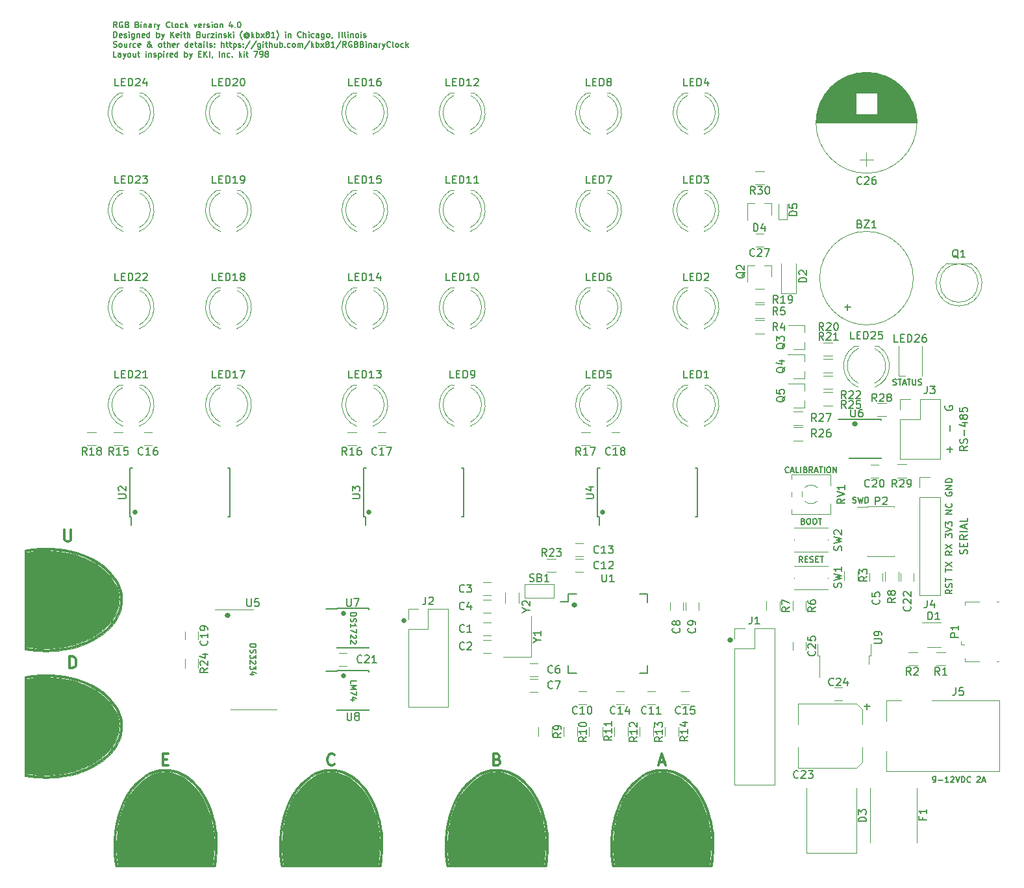
<source format=gbr>
G04 #@! TF.GenerationSoftware,KiCad,Pcbnew,(5.0.1-3-g963ef8bb5)*
G04 #@! TF.CreationDate,2019-01-02T19:54:35-06:00*
G04 #@! TF.ProjectId,kbxBinaryClock.v4,6B627842696E617279436C6F636B2E76,rev?*
G04 #@! TF.SameCoordinates,Original*
G04 #@! TF.FileFunction,Legend,Top*
G04 #@! TF.FilePolarity,Positive*
%FSLAX46Y46*%
G04 Gerber Fmt 4.6, Leading zero omitted, Abs format (unit mm)*
G04 Created by KiCad (PCBNEW (5.0.1-3-g963ef8bb5)) date Wednesday, January 02, 2019 at 07:54:35 PM*
%MOMM*%
%LPD*%
G01*
G04 APERTURE LIST*
%ADD10C,0.150000*%
%ADD11C,0.500000*%
%ADD12C,0.200000*%
%ADD13C,0.300000*%
%ADD14C,0.120000*%
%ADD15C,0.010000*%
G04 APERTURE END LIST*
D10*
X195578142Y-102181428D02*
X195685285Y-102217142D01*
X195721000Y-102252857D01*
X195756714Y-102324285D01*
X195756714Y-102431428D01*
X195721000Y-102502857D01*
X195685285Y-102538571D01*
X195613857Y-102574285D01*
X195328142Y-102574285D01*
X195328142Y-101824285D01*
X195578142Y-101824285D01*
X195649571Y-101860000D01*
X195685285Y-101895714D01*
X195721000Y-101967142D01*
X195721000Y-102038571D01*
X195685285Y-102110000D01*
X195649571Y-102145714D01*
X195578142Y-102181428D01*
X195328142Y-102181428D01*
X196221000Y-101824285D02*
X196363857Y-101824285D01*
X196435285Y-101860000D01*
X196506714Y-101931428D01*
X196542428Y-102074285D01*
X196542428Y-102324285D01*
X196506714Y-102467142D01*
X196435285Y-102538571D01*
X196363857Y-102574285D01*
X196221000Y-102574285D01*
X196149571Y-102538571D01*
X196078142Y-102467142D01*
X196042428Y-102324285D01*
X196042428Y-102074285D01*
X196078142Y-101931428D01*
X196149571Y-101860000D01*
X196221000Y-101824285D01*
X197006714Y-101824285D02*
X197149571Y-101824285D01*
X197221000Y-101860000D01*
X197292428Y-101931428D01*
X197328142Y-102074285D01*
X197328142Y-102324285D01*
X197292428Y-102467142D01*
X197221000Y-102538571D01*
X197149571Y-102574285D01*
X197006714Y-102574285D01*
X196935285Y-102538571D01*
X196863857Y-102467142D01*
X196828142Y-102324285D01*
X196828142Y-102074285D01*
X196863857Y-101931428D01*
X196935285Y-101860000D01*
X197006714Y-101824285D01*
X197542428Y-101824285D02*
X197971000Y-101824285D01*
X197756714Y-102574285D02*
X197756714Y-101824285D01*
X202055142Y-99744571D02*
X202162285Y-99780285D01*
X202340857Y-99780285D01*
X202412285Y-99744571D01*
X202448000Y-99708857D01*
X202483714Y-99637428D01*
X202483714Y-99566000D01*
X202448000Y-99494571D01*
X202412285Y-99458857D01*
X202340857Y-99423142D01*
X202198000Y-99387428D01*
X202126571Y-99351714D01*
X202090857Y-99316000D01*
X202055142Y-99244571D01*
X202055142Y-99173142D01*
X202090857Y-99101714D01*
X202126571Y-99066000D01*
X202198000Y-99030285D01*
X202376571Y-99030285D01*
X202483714Y-99066000D01*
X202733714Y-99030285D02*
X202912285Y-99780285D01*
X203055142Y-99244571D01*
X203198000Y-99780285D01*
X203376571Y-99030285D01*
X203662285Y-99780285D02*
X203662285Y-99030285D01*
X203840857Y-99030285D01*
X203948000Y-99066000D01*
X204019428Y-99137428D01*
X204055142Y-99208857D01*
X204090857Y-99351714D01*
X204090857Y-99458857D01*
X204055142Y-99601714D01*
X204019428Y-99673142D01*
X203948000Y-99744571D01*
X203840857Y-99780285D01*
X203662285Y-99780285D01*
D11*
X186055000Y-117554285D02*
X186150238Y-117649523D01*
X186055000Y-117744761D01*
X185959761Y-117649523D01*
X186055000Y-117554285D01*
X186055000Y-117744761D01*
X143510000Y-115014285D02*
X143605238Y-115109523D01*
X143510000Y-115204761D01*
X143414761Y-115109523D01*
X143510000Y-115014285D01*
X143510000Y-115204761D01*
X165735000Y-112982285D02*
X165830238Y-113077523D01*
X165735000Y-113172761D01*
X165639761Y-113077523D01*
X165735000Y-112982285D01*
X165735000Y-113172761D01*
X138938000Y-100917285D02*
X139033238Y-101012523D01*
X138938000Y-101107761D01*
X138842761Y-101012523D01*
X138938000Y-100917285D01*
X138938000Y-101107761D01*
D10*
X123485714Y-118223357D02*
X124235714Y-118223357D01*
X124235714Y-118401928D01*
X124200000Y-118509071D01*
X124128571Y-118580500D01*
X124057142Y-118616214D01*
X123914285Y-118651928D01*
X123807142Y-118651928D01*
X123664285Y-118616214D01*
X123592857Y-118580500D01*
X123521428Y-118509071D01*
X123485714Y-118401928D01*
X123485714Y-118223357D01*
X123521428Y-118937642D02*
X123485714Y-119044785D01*
X123485714Y-119223357D01*
X123521428Y-119294785D01*
X123557142Y-119330500D01*
X123628571Y-119366214D01*
X123700000Y-119366214D01*
X123771428Y-119330500D01*
X123807142Y-119294785D01*
X123842857Y-119223357D01*
X123878571Y-119080500D01*
X123914285Y-119009071D01*
X123950000Y-118973357D01*
X124021428Y-118937642D01*
X124092857Y-118937642D01*
X124164285Y-118973357D01*
X124200000Y-119009071D01*
X124235714Y-119080500D01*
X124235714Y-119259071D01*
X124200000Y-119366214D01*
X124235714Y-119616214D02*
X124235714Y-120080500D01*
X123950000Y-119830500D01*
X123950000Y-119937642D01*
X123914285Y-120009071D01*
X123878571Y-120044785D01*
X123807142Y-120080500D01*
X123628571Y-120080500D01*
X123557142Y-120044785D01*
X123521428Y-120009071D01*
X123485714Y-119937642D01*
X123485714Y-119723357D01*
X123521428Y-119651928D01*
X123557142Y-119616214D01*
X124164285Y-120366214D02*
X124200000Y-120401928D01*
X124235714Y-120473357D01*
X124235714Y-120651928D01*
X124200000Y-120723357D01*
X124164285Y-120759071D01*
X124092857Y-120794785D01*
X124021428Y-120794785D01*
X123914285Y-120759071D01*
X123485714Y-120330500D01*
X123485714Y-120794785D01*
X124235714Y-121044785D02*
X124235714Y-121509071D01*
X123950000Y-121259071D01*
X123950000Y-121366214D01*
X123914285Y-121437642D01*
X123878571Y-121473357D01*
X123807142Y-121509071D01*
X123628571Y-121509071D01*
X123557142Y-121473357D01*
X123521428Y-121437642D01*
X123485714Y-121366214D01*
X123485714Y-121151928D01*
X123521428Y-121080500D01*
X123557142Y-121044785D01*
X123985714Y-122151928D02*
X123485714Y-122151928D01*
X124271428Y-121973357D02*
X123735714Y-121794785D01*
X123735714Y-122259071D01*
X136566714Y-114159357D02*
X137316714Y-114159357D01*
X137316714Y-114337928D01*
X137281000Y-114445071D01*
X137209571Y-114516500D01*
X137138142Y-114552214D01*
X136995285Y-114587928D01*
X136888142Y-114587928D01*
X136745285Y-114552214D01*
X136673857Y-114516500D01*
X136602428Y-114445071D01*
X136566714Y-114337928D01*
X136566714Y-114159357D01*
X136602428Y-114873642D02*
X136566714Y-114980785D01*
X136566714Y-115159357D01*
X136602428Y-115230785D01*
X136638142Y-115266500D01*
X136709571Y-115302214D01*
X136781000Y-115302214D01*
X136852428Y-115266500D01*
X136888142Y-115230785D01*
X136923857Y-115159357D01*
X136959571Y-115016500D01*
X136995285Y-114945071D01*
X137031000Y-114909357D01*
X137102428Y-114873642D01*
X137173857Y-114873642D01*
X137245285Y-114909357D01*
X137281000Y-114945071D01*
X137316714Y-115016500D01*
X137316714Y-115195071D01*
X137281000Y-115302214D01*
X136566714Y-116016500D02*
X136566714Y-115587928D01*
X136566714Y-115802214D02*
X137316714Y-115802214D01*
X137209571Y-115730785D01*
X137138142Y-115659357D01*
X137102428Y-115587928D01*
X137316714Y-116266500D02*
X137316714Y-116766500D01*
X136566714Y-116445071D01*
X137245285Y-117016500D02*
X137281000Y-117052214D01*
X137316714Y-117123642D01*
X137316714Y-117302214D01*
X137281000Y-117373642D01*
X137245285Y-117409357D01*
X137173857Y-117445071D01*
X137102428Y-117445071D01*
X136995285Y-117409357D01*
X136566714Y-116980785D01*
X136566714Y-117445071D01*
X137245285Y-117730785D02*
X137281000Y-117766500D01*
X137316714Y-117837928D01*
X137316714Y-118016500D01*
X137281000Y-118087928D01*
X137245285Y-118123642D01*
X137173857Y-118159357D01*
X137102428Y-118159357D01*
X136995285Y-118123642D01*
X136566714Y-117695071D01*
X136566714Y-118159357D01*
X136566714Y-123358785D02*
X136566714Y-123001642D01*
X137316714Y-123001642D01*
X136566714Y-123608785D02*
X137316714Y-123608785D01*
X136781000Y-123858785D01*
X137316714Y-124108785D01*
X136566714Y-124108785D01*
X137316714Y-124394500D02*
X137316714Y-124894500D01*
X136566714Y-124573071D01*
X137066714Y-125501642D02*
X136566714Y-125501642D01*
X137352428Y-125323071D02*
X136816714Y-125144500D01*
X136816714Y-125608785D01*
D11*
X202311000Y-89360285D02*
X202406238Y-89455523D01*
X202311000Y-89550761D01*
X202215761Y-89455523D01*
X202311000Y-89360285D01*
X202311000Y-89550761D01*
X135636000Y-122253285D02*
X135731238Y-122348523D01*
X135636000Y-122443761D01*
X135540761Y-122348523D01*
X135636000Y-122253285D01*
X135636000Y-122443761D01*
X120523000Y-114379285D02*
X120618238Y-114474523D01*
X120523000Y-114569761D01*
X120427761Y-114474523D01*
X120523000Y-114379285D01*
X120523000Y-114569761D01*
X135636000Y-114125285D02*
X135731238Y-114220523D01*
X135636000Y-114315761D01*
X135540761Y-114220523D01*
X135636000Y-114125285D01*
X135636000Y-114315761D01*
X169418000Y-100917285D02*
X169513238Y-101012523D01*
X169418000Y-101107761D01*
X169322761Y-101012523D01*
X169418000Y-100917285D01*
X169418000Y-101107761D01*
X108458000Y-100917285D02*
X108553238Y-101012523D01*
X108458000Y-101107761D01*
X108362761Y-101012523D01*
X108458000Y-100917285D01*
X108458000Y-101107761D01*
D10*
X212542857Y-136229285D02*
X212685714Y-136229285D01*
X212757142Y-136193571D01*
X212792857Y-136157857D01*
X212864285Y-136050714D01*
X212900000Y-135907857D01*
X212900000Y-135622142D01*
X212864285Y-135550714D01*
X212828571Y-135515000D01*
X212757142Y-135479285D01*
X212614285Y-135479285D01*
X212542857Y-135515000D01*
X212507142Y-135550714D01*
X212471428Y-135622142D01*
X212471428Y-135800714D01*
X212507142Y-135872142D01*
X212542857Y-135907857D01*
X212614285Y-135943571D01*
X212757142Y-135943571D01*
X212828571Y-135907857D01*
X212864285Y-135872142D01*
X212900000Y-135800714D01*
X213221428Y-135943571D02*
X213792857Y-135943571D01*
X214542857Y-136229285D02*
X214114285Y-136229285D01*
X214328571Y-136229285D02*
X214328571Y-135479285D01*
X214257142Y-135586428D01*
X214185714Y-135657857D01*
X214114285Y-135693571D01*
X214828571Y-135550714D02*
X214864285Y-135515000D01*
X214935714Y-135479285D01*
X215114285Y-135479285D01*
X215185714Y-135515000D01*
X215221428Y-135550714D01*
X215257142Y-135622142D01*
X215257142Y-135693571D01*
X215221428Y-135800714D01*
X214792857Y-136229285D01*
X215257142Y-136229285D01*
X215471428Y-135479285D02*
X215721428Y-136229285D01*
X215971428Y-135479285D01*
X216221428Y-136229285D02*
X216221428Y-135479285D01*
X216400000Y-135479285D01*
X216507142Y-135515000D01*
X216578571Y-135586428D01*
X216614285Y-135657857D01*
X216650000Y-135800714D01*
X216650000Y-135907857D01*
X216614285Y-136050714D01*
X216578571Y-136122142D01*
X216507142Y-136193571D01*
X216400000Y-136229285D01*
X216221428Y-136229285D01*
X217400000Y-136157857D02*
X217364285Y-136193571D01*
X217257142Y-136229285D01*
X217185714Y-136229285D01*
X217078571Y-136193571D01*
X217007142Y-136122142D01*
X216971428Y-136050714D01*
X216935714Y-135907857D01*
X216935714Y-135800714D01*
X216971428Y-135657857D01*
X217007142Y-135586428D01*
X217078571Y-135515000D01*
X217185714Y-135479285D01*
X217257142Y-135479285D01*
X217364285Y-135515000D01*
X217400000Y-135550714D01*
X218257142Y-135550714D02*
X218292857Y-135515000D01*
X218364285Y-135479285D01*
X218542857Y-135479285D01*
X218614285Y-135515000D01*
X218650000Y-135550714D01*
X218685714Y-135622142D01*
X218685714Y-135693571D01*
X218650000Y-135800714D01*
X218221428Y-136229285D01*
X218685714Y-136229285D01*
X218971428Y-136015000D02*
X219328571Y-136015000D01*
X218900000Y-136229285D02*
X219150000Y-135479285D01*
X219400000Y-136229285D01*
X193703142Y-95771857D02*
X193667428Y-95807571D01*
X193560285Y-95843285D01*
X193488857Y-95843285D01*
X193381714Y-95807571D01*
X193310285Y-95736142D01*
X193274571Y-95664714D01*
X193238857Y-95521857D01*
X193238857Y-95414714D01*
X193274571Y-95271857D01*
X193310285Y-95200428D01*
X193381714Y-95129000D01*
X193488857Y-95093285D01*
X193560285Y-95093285D01*
X193667428Y-95129000D01*
X193703142Y-95164714D01*
X193988857Y-95629000D02*
X194346000Y-95629000D01*
X193917428Y-95843285D02*
X194167428Y-95093285D01*
X194417428Y-95843285D01*
X195024571Y-95843285D02*
X194667428Y-95843285D01*
X194667428Y-95093285D01*
X195274571Y-95843285D02*
X195274571Y-95093285D01*
X195881714Y-95450428D02*
X195988857Y-95486142D01*
X196024571Y-95521857D01*
X196060285Y-95593285D01*
X196060285Y-95700428D01*
X196024571Y-95771857D01*
X195988857Y-95807571D01*
X195917428Y-95843285D01*
X195631714Y-95843285D01*
X195631714Y-95093285D01*
X195881714Y-95093285D01*
X195953142Y-95129000D01*
X195988857Y-95164714D01*
X196024571Y-95236142D01*
X196024571Y-95307571D01*
X195988857Y-95379000D01*
X195953142Y-95414714D01*
X195881714Y-95450428D01*
X195631714Y-95450428D01*
X196810285Y-95843285D02*
X196560285Y-95486142D01*
X196381714Y-95843285D02*
X196381714Y-95093285D01*
X196667428Y-95093285D01*
X196738857Y-95129000D01*
X196774571Y-95164714D01*
X196810285Y-95236142D01*
X196810285Y-95343285D01*
X196774571Y-95414714D01*
X196738857Y-95450428D01*
X196667428Y-95486142D01*
X196381714Y-95486142D01*
X197096000Y-95629000D02*
X197453142Y-95629000D01*
X197024571Y-95843285D02*
X197274571Y-95093285D01*
X197524571Y-95843285D01*
X197667428Y-95093285D02*
X198096000Y-95093285D01*
X197881714Y-95843285D02*
X197881714Y-95093285D01*
X198346000Y-95843285D02*
X198346000Y-95093285D01*
X198846000Y-95093285D02*
X198988857Y-95093285D01*
X199060285Y-95129000D01*
X199131714Y-95200428D01*
X199167428Y-95343285D01*
X199167428Y-95593285D01*
X199131714Y-95736142D01*
X199060285Y-95807571D01*
X198988857Y-95843285D01*
X198846000Y-95843285D01*
X198774571Y-95807571D01*
X198703142Y-95736142D01*
X198667428Y-95593285D01*
X198667428Y-95343285D01*
X198703142Y-95200428D01*
X198774571Y-95129000D01*
X198846000Y-95093285D01*
X199488857Y-95843285D02*
X199488857Y-95093285D01*
X199917428Y-95843285D01*
X199917428Y-95093285D01*
X195506714Y-107527285D02*
X195256714Y-107170142D01*
X195078142Y-107527285D02*
X195078142Y-106777285D01*
X195363857Y-106777285D01*
X195435285Y-106813000D01*
X195471000Y-106848714D01*
X195506714Y-106920142D01*
X195506714Y-107027285D01*
X195471000Y-107098714D01*
X195435285Y-107134428D01*
X195363857Y-107170142D01*
X195078142Y-107170142D01*
X195828142Y-107134428D02*
X196078142Y-107134428D01*
X196185285Y-107527285D02*
X195828142Y-107527285D01*
X195828142Y-106777285D01*
X196185285Y-106777285D01*
X196471000Y-107491571D02*
X196578142Y-107527285D01*
X196756714Y-107527285D01*
X196828142Y-107491571D01*
X196863857Y-107455857D01*
X196899571Y-107384428D01*
X196899571Y-107313000D01*
X196863857Y-107241571D01*
X196828142Y-107205857D01*
X196756714Y-107170142D01*
X196613857Y-107134428D01*
X196542428Y-107098714D01*
X196506714Y-107063000D01*
X196471000Y-106991571D01*
X196471000Y-106920142D01*
X196506714Y-106848714D01*
X196542428Y-106813000D01*
X196613857Y-106777285D01*
X196792428Y-106777285D01*
X196899571Y-106813000D01*
X197221000Y-107134428D02*
X197471000Y-107134428D01*
X197578142Y-107527285D02*
X197221000Y-107527285D01*
X197221000Y-106777285D01*
X197578142Y-106777285D01*
X197792428Y-106777285D02*
X198221000Y-106777285D01*
X198006714Y-107527285D02*
X198006714Y-106777285D01*
X207311857Y-84377571D02*
X207419000Y-84413285D01*
X207597571Y-84413285D01*
X207669000Y-84377571D01*
X207704714Y-84341857D01*
X207740428Y-84270428D01*
X207740428Y-84199000D01*
X207704714Y-84127571D01*
X207669000Y-84091857D01*
X207597571Y-84056142D01*
X207454714Y-84020428D01*
X207383285Y-83984714D01*
X207347571Y-83949000D01*
X207311857Y-83877571D01*
X207311857Y-83806142D01*
X207347571Y-83734714D01*
X207383285Y-83699000D01*
X207454714Y-83663285D01*
X207633285Y-83663285D01*
X207740428Y-83699000D01*
X207954714Y-83663285D02*
X208383285Y-83663285D01*
X208169000Y-84413285D02*
X208169000Y-83663285D01*
X208597571Y-84199000D02*
X208954714Y-84199000D01*
X208526142Y-84413285D02*
X208776142Y-83663285D01*
X209026142Y-84413285D01*
X209169000Y-83663285D02*
X209597571Y-83663285D01*
X209383285Y-84413285D02*
X209383285Y-83663285D01*
X209847571Y-83663285D02*
X209847571Y-84270428D01*
X209883285Y-84341857D01*
X209919000Y-84377571D01*
X209990428Y-84413285D01*
X210133285Y-84413285D01*
X210204714Y-84377571D01*
X210240428Y-84341857D01*
X210276142Y-84270428D01*
X210276142Y-83663285D01*
X210597571Y-84377571D02*
X210704714Y-84413285D01*
X210883285Y-84413285D01*
X210954714Y-84377571D01*
X210990428Y-84341857D01*
X211026142Y-84270428D01*
X211026142Y-84199000D01*
X210990428Y-84127571D01*
X210954714Y-84091857D01*
X210883285Y-84056142D01*
X210740428Y-84020428D01*
X210669000Y-83984714D01*
X210633285Y-83949000D01*
X210597571Y-83877571D01*
X210597571Y-83806142D01*
X210633285Y-83734714D01*
X210669000Y-83699000D01*
X210740428Y-83663285D01*
X210919000Y-83663285D01*
X211026142Y-83699000D01*
D12*
X215014523Y-111122142D02*
X214609761Y-111405476D01*
X215014523Y-111607857D02*
X214164523Y-111607857D01*
X214164523Y-111284047D01*
X214205000Y-111203095D01*
X214245476Y-111162619D01*
X214326428Y-111122142D01*
X214447857Y-111122142D01*
X214528809Y-111162619D01*
X214569285Y-111203095D01*
X214609761Y-111284047D01*
X214609761Y-111607857D01*
X214974047Y-110798333D02*
X215014523Y-110676904D01*
X215014523Y-110474523D01*
X214974047Y-110393571D01*
X214933571Y-110353095D01*
X214852619Y-110312619D01*
X214771666Y-110312619D01*
X214690714Y-110353095D01*
X214650238Y-110393571D01*
X214609761Y-110474523D01*
X214569285Y-110636428D01*
X214528809Y-110717380D01*
X214488333Y-110757857D01*
X214407380Y-110798333D01*
X214326428Y-110798333D01*
X214245476Y-110757857D01*
X214205000Y-110717380D01*
X214164523Y-110636428D01*
X214164523Y-110434047D01*
X214205000Y-110312619D01*
X214164523Y-110069761D02*
X214164523Y-109584047D01*
X215014523Y-109826904D02*
X214164523Y-109826904D01*
X214164523Y-108774523D02*
X214164523Y-108288809D01*
X215014523Y-108531666D02*
X214164523Y-108531666D01*
X214164523Y-108086428D02*
X215014523Y-107519761D01*
X214164523Y-107519761D02*
X215014523Y-108086428D01*
X215014523Y-106062619D02*
X214609761Y-106345952D01*
X215014523Y-106548333D02*
X214164523Y-106548333D01*
X214164523Y-106224523D01*
X214205000Y-106143571D01*
X214245476Y-106103095D01*
X214326428Y-106062619D01*
X214447857Y-106062619D01*
X214528809Y-106103095D01*
X214569285Y-106143571D01*
X214609761Y-106224523D01*
X214609761Y-106548333D01*
X214164523Y-105779285D02*
X215014523Y-105212619D01*
X214164523Y-105212619D02*
X215014523Y-105779285D01*
X214164523Y-104322142D02*
X214164523Y-103795952D01*
X214488333Y-104079285D01*
X214488333Y-103957857D01*
X214528809Y-103876904D01*
X214569285Y-103836428D01*
X214650238Y-103795952D01*
X214852619Y-103795952D01*
X214933571Y-103836428D01*
X214974047Y-103876904D01*
X215014523Y-103957857D01*
X215014523Y-104200714D01*
X214974047Y-104281666D01*
X214933571Y-104322142D01*
X214164523Y-103553095D02*
X215014523Y-103269761D01*
X214164523Y-102986428D01*
X214164523Y-102784047D02*
X214164523Y-102257857D01*
X214488333Y-102541190D01*
X214488333Y-102419761D01*
X214528809Y-102338809D01*
X214569285Y-102298333D01*
X214650238Y-102257857D01*
X214852619Y-102257857D01*
X214933571Y-102298333D01*
X214974047Y-102338809D01*
X215014523Y-102419761D01*
X215014523Y-102662619D01*
X214974047Y-102743571D01*
X214933571Y-102784047D01*
X215014523Y-101245952D02*
X214164523Y-101245952D01*
X215014523Y-100760238D01*
X214164523Y-100760238D01*
X214933571Y-99869761D02*
X214974047Y-99910238D01*
X215014523Y-100031666D01*
X215014523Y-100112619D01*
X214974047Y-100234047D01*
X214893095Y-100315000D01*
X214812142Y-100355476D01*
X214650238Y-100395952D01*
X214528809Y-100395952D01*
X214366904Y-100355476D01*
X214285952Y-100315000D01*
X214205000Y-100234047D01*
X214164523Y-100112619D01*
X214164523Y-100031666D01*
X214205000Y-99910238D01*
X214245476Y-99869761D01*
X214205000Y-98412619D02*
X214164523Y-98493571D01*
X214164523Y-98615000D01*
X214205000Y-98736428D01*
X214285952Y-98817380D01*
X214366904Y-98857857D01*
X214528809Y-98898333D01*
X214650238Y-98898333D01*
X214812142Y-98857857D01*
X214893095Y-98817380D01*
X214974047Y-98736428D01*
X215014523Y-98615000D01*
X215014523Y-98534047D01*
X214974047Y-98412619D01*
X214933571Y-98372142D01*
X214650238Y-98372142D01*
X214650238Y-98534047D01*
X215014523Y-98007857D02*
X214164523Y-98007857D01*
X215014523Y-97522142D01*
X214164523Y-97522142D01*
X215014523Y-97117380D02*
X214164523Y-97117380D01*
X214164523Y-96915000D01*
X214205000Y-96793571D01*
X214285952Y-96712619D01*
X214366904Y-96672142D01*
X214528809Y-96631666D01*
X214650238Y-96631666D01*
X214812142Y-96672142D01*
X214893095Y-96712619D01*
X214974047Y-96793571D01*
X215014523Y-96915000D01*
X215014523Y-97117380D01*
X214701428Y-93193809D02*
X214701428Y-92431904D01*
X215082380Y-92812857D02*
X214320476Y-92812857D01*
X214701428Y-90431904D02*
X214701428Y-89670000D01*
X214130000Y-87146190D02*
X214082380Y-87241428D01*
X214082380Y-87384285D01*
X214130000Y-87527142D01*
X214225238Y-87622380D01*
X214320476Y-87670000D01*
X214510952Y-87717619D01*
X214653809Y-87717619D01*
X214844285Y-87670000D01*
X214939523Y-87622380D01*
X215034761Y-87527142D01*
X215082380Y-87384285D01*
X215082380Y-87289047D01*
X215034761Y-87146190D01*
X214987142Y-87098571D01*
X214653809Y-87098571D01*
X214653809Y-87289047D01*
X216939761Y-106449523D02*
X216987380Y-106306666D01*
X216987380Y-106068571D01*
X216939761Y-105973333D01*
X216892142Y-105925714D01*
X216796904Y-105878095D01*
X216701666Y-105878095D01*
X216606428Y-105925714D01*
X216558809Y-105973333D01*
X216511190Y-106068571D01*
X216463571Y-106259047D01*
X216415952Y-106354285D01*
X216368333Y-106401904D01*
X216273095Y-106449523D01*
X216177857Y-106449523D01*
X216082619Y-106401904D01*
X216035000Y-106354285D01*
X215987380Y-106259047D01*
X215987380Y-106020952D01*
X216035000Y-105878095D01*
X216463571Y-105449523D02*
X216463571Y-105116190D01*
X216987380Y-104973333D02*
X216987380Y-105449523D01*
X215987380Y-105449523D01*
X215987380Y-104973333D01*
X216987380Y-103973333D02*
X216511190Y-104306666D01*
X216987380Y-104544761D02*
X215987380Y-104544761D01*
X215987380Y-104163809D01*
X216035000Y-104068571D01*
X216082619Y-104020952D01*
X216177857Y-103973333D01*
X216320714Y-103973333D01*
X216415952Y-104020952D01*
X216463571Y-104068571D01*
X216511190Y-104163809D01*
X216511190Y-104544761D01*
X216987380Y-103544761D02*
X215987380Y-103544761D01*
X216701666Y-103116190D02*
X216701666Y-102640000D01*
X216987380Y-103211428D02*
X215987380Y-102878095D01*
X216987380Y-102544761D01*
X216987380Y-101735238D02*
X216987380Y-102211428D01*
X215987380Y-102211428D01*
X216987380Y-92384285D02*
X216511190Y-92717619D01*
X216987380Y-92955714D02*
X215987380Y-92955714D01*
X215987380Y-92574761D01*
X216035000Y-92479523D01*
X216082619Y-92431904D01*
X216177857Y-92384285D01*
X216320714Y-92384285D01*
X216415952Y-92431904D01*
X216463571Y-92479523D01*
X216511190Y-92574761D01*
X216511190Y-92955714D01*
X216939761Y-92003333D02*
X216987380Y-91860476D01*
X216987380Y-91622380D01*
X216939761Y-91527142D01*
X216892142Y-91479523D01*
X216796904Y-91431904D01*
X216701666Y-91431904D01*
X216606428Y-91479523D01*
X216558809Y-91527142D01*
X216511190Y-91622380D01*
X216463571Y-91812857D01*
X216415952Y-91908095D01*
X216368333Y-91955714D01*
X216273095Y-92003333D01*
X216177857Y-92003333D01*
X216082619Y-91955714D01*
X216035000Y-91908095D01*
X215987380Y-91812857D01*
X215987380Y-91574761D01*
X216035000Y-91431904D01*
X216606428Y-91003333D02*
X216606428Y-90241428D01*
X216320714Y-89336666D02*
X216987380Y-89336666D01*
X215939761Y-89574761D02*
X216654047Y-89812857D01*
X216654047Y-89193809D01*
X216415952Y-88670000D02*
X216368333Y-88765238D01*
X216320714Y-88812857D01*
X216225476Y-88860476D01*
X216177857Y-88860476D01*
X216082619Y-88812857D01*
X216035000Y-88765238D01*
X215987380Y-88670000D01*
X215987380Y-88479523D01*
X216035000Y-88384285D01*
X216082619Y-88336666D01*
X216177857Y-88289047D01*
X216225476Y-88289047D01*
X216320714Y-88336666D01*
X216368333Y-88384285D01*
X216415952Y-88479523D01*
X216415952Y-88670000D01*
X216463571Y-88765238D01*
X216511190Y-88812857D01*
X216606428Y-88860476D01*
X216796904Y-88860476D01*
X216892142Y-88812857D01*
X216939761Y-88765238D01*
X216987380Y-88670000D01*
X216987380Y-88479523D01*
X216939761Y-88384285D01*
X216892142Y-88336666D01*
X216796904Y-88289047D01*
X216606428Y-88289047D01*
X216511190Y-88336666D01*
X216463571Y-88384285D01*
X216415952Y-88479523D01*
X215987380Y-87384285D02*
X215987380Y-87860476D01*
X216463571Y-87908095D01*
X216415952Y-87860476D01*
X216368333Y-87765238D01*
X216368333Y-87527142D01*
X216415952Y-87431904D01*
X216463571Y-87384285D01*
X216558809Y-87336666D01*
X216796904Y-87336666D01*
X216892142Y-87384285D01*
X216939761Y-87431904D01*
X216987380Y-87527142D01*
X216987380Y-87765238D01*
X216939761Y-87860476D01*
X216892142Y-87908095D01*
D10*
X106114642Y-37796785D02*
X105864642Y-37439642D01*
X105686071Y-37796785D02*
X105686071Y-37046785D01*
X105971785Y-37046785D01*
X106043214Y-37082500D01*
X106078928Y-37118214D01*
X106114642Y-37189642D01*
X106114642Y-37296785D01*
X106078928Y-37368214D01*
X106043214Y-37403928D01*
X105971785Y-37439642D01*
X105686071Y-37439642D01*
X106828928Y-37082500D02*
X106757500Y-37046785D01*
X106650357Y-37046785D01*
X106543214Y-37082500D01*
X106471785Y-37153928D01*
X106436071Y-37225357D01*
X106400357Y-37368214D01*
X106400357Y-37475357D01*
X106436071Y-37618214D01*
X106471785Y-37689642D01*
X106543214Y-37761071D01*
X106650357Y-37796785D01*
X106721785Y-37796785D01*
X106828928Y-37761071D01*
X106864642Y-37725357D01*
X106864642Y-37475357D01*
X106721785Y-37475357D01*
X107436071Y-37403928D02*
X107543214Y-37439642D01*
X107578928Y-37475357D01*
X107614642Y-37546785D01*
X107614642Y-37653928D01*
X107578928Y-37725357D01*
X107543214Y-37761071D01*
X107471785Y-37796785D01*
X107186071Y-37796785D01*
X107186071Y-37046785D01*
X107436071Y-37046785D01*
X107507500Y-37082500D01*
X107543214Y-37118214D01*
X107578928Y-37189642D01*
X107578928Y-37261071D01*
X107543214Y-37332500D01*
X107507500Y-37368214D01*
X107436071Y-37403928D01*
X107186071Y-37403928D01*
X108757500Y-37403928D02*
X108864642Y-37439642D01*
X108900357Y-37475357D01*
X108936071Y-37546785D01*
X108936071Y-37653928D01*
X108900357Y-37725357D01*
X108864642Y-37761071D01*
X108793214Y-37796785D01*
X108507500Y-37796785D01*
X108507500Y-37046785D01*
X108757500Y-37046785D01*
X108828928Y-37082500D01*
X108864642Y-37118214D01*
X108900357Y-37189642D01*
X108900357Y-37261071D01*
X108864642Y-37332500D01*
X108828928Y-37368214D01*
X108757500Y-37403928D01*
X108507500Y-37403928D01*
X109257500Y-37796785D02*
X109257500Y-37296785D01*
X109257500Y-37046785D02*
X109221785Y-37082500D01*
X109257500Y-37118214D01*
X109293214Y-37082500D01*
X109257500Y-37046785D01*
X109257500Y-37118214D01*
X109614642Y-37296785D02*
X109614642Y-37796785D01*
X109614642Y-37368214D02*
X109650357Y-37332500D01*
X109721785Y-37296785D01*
X109828928Y-37296785D01*
X109900357Y-37332500D01*
X109936071Y-37403928D01*
X109936071Y-37796785D01*
X110614642Y-37796785D02*
X110614642Y-37403928D01*
X110578928Y-37332500D01*
X110507500Y-37296785D01*
X110364642Y-37296785D01*
X110293214Y-37332500D01*
X110614642Y-37761071D02*
X110543214Y-37796785D01*
X110364642Y-37796785D01*
X110293214Y-37761071D01*
X110257500Y-37689642D01*
X110257500Y-37618214D01*
X110293214Y-37546785D01*
X110364642Y-37511071D01*
X110543214Y-37511071D01*
X110614642Y-37475357D01*
X110971785Y-37796785D02*
X110971785Y-37296785D01*
X110971785Y-37439642D02*
X111007500Y-37368214D01*
X111043214Y-37332500D01*
X111114642Y-37296785D01*
X111186071Y-37296785D01*
X111364642Y-37296785D02*
X111543214Y-37796785D01*
X111721785Y-37296785D02*
X111543214Y-37796785D01*
X111471785Y-37975357D01*
X111436071Y-38011071D01*
X111364642Y-38046785D01*
X113007500Y-37725357D02*
X112971785Y-37761071D01*
X112864642Y-37796785D01*
X112793214Y-37796785D01*
X112686071Y-37761071D01*
X112614642Y-37689642D01*
X112578928Y-37618214D01*
X112543214Y-37475357D01*
X112543214Y-37368214D01*
X112578928Y-37225357D01*
X112614642Y-37153928D01*
X112686071Y-37082500D01*
X112793214Y-37046785D01*
X112864642Y-37046785D01*
X112971785Y-37082500D01*
X113007500Y-37118214D01*
X113436071Y-37796785D02*
X113364642Y-37761071D01*
X113328928Y-37689642D01*
X113328928Y-37046785D01*
X113828928Y-37796785D02*
X113757500Y-37761071D01*
X113721785Y-37725357D01*
X113686071Y-37653928D01*
X113686071Y-37439642D01*
X113721785Y-37368214D01*
X113757500Y-37332500D01*
X113828928Y-37296785D01*
X113936071Y-37296785D01*
X114007500Y-37332500D01*
X114043214Y-37368214D01*
X114078928Y-37439642D01*
X114078928Y-37653928D01*
X114043214Y-37725357D01*
X114007500Y-37761071D01*
X113936071Y-37796785D01*
X113828928Y-37796785D01*
X114721785Y-37761071D02*
X114650357Y-37796785D01*
X114507500Y-37796785D01*
X114436071Y-37761071D01*
X114400357Y-37725357D01*
X114364642Y-37653928D01*
X114364642Y-37439642D01*
X114400357Y-37368214D01*
X114436071Y-37332500D01*
X114507500Y-37296785D01*
X114650357Y-37296785D01*
X114721785Y-37332500D01*
X115043214Y-37796785D02*
X115043214Y-37046785D01*
X115114642Y-37511071D02*
X115328928Y-37796785D01*
X115328928Y-37296785D02*
X115043214Y-37582500D01*
X116150357Y-37296785D02*
X116328928Y-37796785D01*
X116507500Y-37296785D01*
X117078928Y-37761071D02*
X117007500Y-37796785D01*
X116864642Y-37796785D01*
X116793214Y-37761071D01*
X116757500Y-37689642D01*
X116757500Y-37403928D01*
X116793214Y-37332500D01*
X116864642Y-37296785D01*
X117007500Y-37296785D01*
X117078928Y-37332500D01*
X117114642Y-37403928D01*
X117114642Y-37475357D01*
X116757500Y-37546785D01*
X117436071Y-37796785D02*
X117436071Y-37296785D01*
X117436071Y-37439642D02*
X117471785Y-37368214D01*
X117507500Y-37332500D01*
X117578928Y-37296785D01*
X117650357Y-37296785D01*
X117864642Y-37761071D02*
X117936071Y-37796785D01*
X118078928Y-37796785D01*
X118150357Y-37761071D01*
X118186071Y-37689642D01*
X118186071Y-37653928D01*
X118150357Y-37582500D01*
X118078928Y-37546785D01*
X117971785Y-37546785D01*
X117900357Y-37511071D01*
X117864642Y-37439642D01*
X117864642Y-37403928D01*
X117900357Y-37332500D01*
X117971785Y-37296785D01*
X118078928Y-37296785D01*
X118150357Y-37332500D01*
X118507500Y-37796785D02*
X118507500Y-37296785D01*
X118507500Y-37046785D02*
X118471785Y-37082500D01*
X118507500Y-37118214D01*
X118543214Y-37082500D01*
X118507500Y-37046785D01*
X118507500Y-37118214D01*
X118971785Y-37796785D02*
X118900357Y-37761071D01*
X118864642Y-37725357D01*
X118828928Y-37653928D01*
X118828928Y-37439642D01*
X118864642Y-37368214D01*
X118900357Y-37332500D01*
X118971785Y-37296785D01*
X119078928Y-37296785D01*
X119150357Y-37332500D01*
X119186071Y-37368214D01*
X119221785Y-37439642D01*
X119221785Y-37653928D01*
X119186071Y-37725357D01*
X119150357Y-37761071D01*
X119078928Y-37796785D01*
X118971785Y-37796785D01*
X119543214Y-37296785D02*
X119543214Y-37796785D01*
X119543214Y-37368214D02*
X119578928Y-37332500D01*
X119650357Y-37296785D01*
X119757500Y-37296785D01*
X119828928Y-37332500D01*
X119864642Y-37403928D01*
X119864642Y-37796785D01*
X121114642Y-37296785D02*
X121114642Y-37796785D01*
X120936071Y-37011071D02*
X120757500Y-37546785D01*
X121221785Y-37546785D01*
X121507500Y-37725357D02*
X121543214Y-37761071D01*
X121507500Y-37796785D01*
X121471785Y-37761071D01*
X121507500Y-37725357D01*
X121507500Y-37796785D01*
X122007500Y-37046785D02*
X122078928Y-37046785D01*
X122150357Y-37082500D01*
X122186071Y-37118214D01*
X122221785Y-37189642D01*
X122257500Y-37332500D01*
X122257500Y-37511071D01*
X122221785Y-37653928D01*
X122186071Y-37725357D01*
X122150357Y-37761071D01*
X122078928Y-37796785D01*
X122007500Y-37796785D01*
X121936071Y-37761071D01*
X121900357Y-37725357D01*
X121864642Y-37653928D01*
X121828928Y-37511071D01*
X121828928Y-37332500D01*
X121864642Y-37189642D01*
X121900357Y-37118214D01*
X121936071Y-37082500D01*
X122007500Y-37046785D01*
X105686071Y-39071785D02*
X105686071Y-38321785D01*
X105864642Y-38321785D01*
X105971785Y-38357500D01*
X106043214Y-38428928D01*
X106078928Y-38500357D01*
X106114642Y-38643214D01*
X106114642Y-38750357D01*
X106078928Y-38893214D01*
X106043214Y-38964642D01*
X105971785Y-39036071D01*
X105864642Y-39071785D01*
X105686071Y-39071785D01*
X106721785Y-39036071D02*
X106650357Y-39071785D01*
X106507500Y-39071785D01*
X106436071Y-39036071D01*
X106400357Y-38964642D01*
X106400357Y-38678928D01*
X106436071Y-38607500D01*
X106507500Y-38571785D01*
X106650357Y-38571785D01*
X106721785Y-38607500D01*
X106757500Y-38678928D01*
X106757500Y-38750357D01*
X106400357Y-38821785D01*
X107043214Y-39036071D02*
X107114642Y-39071785D01*
X107257500Y-39071785D01*
X107328928Y-39036071D01*
X107364642Y-38964642D01*
X107364642Y-38928928D01*
X107328928Y-38857500D01*
X107257500Y-38821785D01*
X107150357Y-38821785D01*
X107078928Y-38786071D01*
X107043214Y-38714642D01*
X107043214Y-38678928D01*
X107078928Y-38607500D01*
X107150357Y-38571785D01*
X107257500Y-38571785D01*
X107328928Y-38607500D01*
X107686071Y-39071785D02*
X107686071Y-38571785D01*
X107686071Y-38321785D02*
X107650357Y-38357500D01*
X107686071Y-38393214D01*
X107721785Y-38357500D01*
X107686071Y-38321785D01*
X107686071Y-38393214D01*
X108364642Y-38571785D02*
X108364642Y-39178928D01*
X108328928Y-39250357D01*
X108293214Y-39286071D01*
X108221785Y-39321785D01*
X108114642Y-39321785D01*
X108043214Y-39286071D01*
X108364642Y-39036071D02*
X108293214Y-39071785D01*
X108150357Y-39071785D01*
X108078928Y-39036071D01*
X108043214Y-39000357D01*
X108007500Y-38928928D01*
X108007500Y-38714642D01*
X108043214Y-38643214D01*
X108078928Y-38607500D01*
X108150357Y-38571785D01*
X108293214Y-38571785D01*
X108364642Y-38607500D01*
X108721785Y-38571785D02*
X108721785Y-39071785D01*
X108721785Y-38643214D02*
X108757500Y-38607500D01*
X108828928Y-38571785D01*
X108936071Y-38571785D01*
X109007500Y-38607500D01*
X109043214Y-38678928D01*
X109043214Y-39071785D01*
X109686071Y-39036071D02*
X109614642Y-39071785D01*
X109471785Y-39071785D01*
X109400357Y-39036071D01*
X109364642Y-38964642D01*
X109364642Y-38678928D01*
X109400357Y-38607500D01*
X109471785Y-38571785D01*
X109614642Y-38571785D01*
X109686071Y-38607500D01*
X109721785Y-38678928D01*
X109721785Y-38750357D01*
X109364642Y-38821785D01*
X110364642Y-39071785D02*
X110364642Y-38321785D01*
X110364642Y-39036071D02*
X110293214Y-39071785D01*
X110150357Y-39071785D01*
X110078928Y-39036071D01*
X110043214Y-39000357D01*
X110007500Y-38928928D01*
X110007500Y-38714642D01*
X110043214Y-38643214D01*
X110078928Y-38607500D01*
X110150357Y-38571785D01*
X110293214Y-38571785D01*
X110364642Y-38607500D01*
X111293214Y-39071785D02*
X111293214Y-38321785D01*
X111293214Y-38607500D02*
X111364642Y-38571785D01*
X111507500Y-38571785D01*
X111578928Y-38607500D01*
X111614642Y-38643214D01*
X111650357Y-38714642D01*
X111650357Y-38928928D01*
X111614642Y-39000357D01*
X111578928Y-39036071D01*
X111507500Y-39071785D01*
X111364642Y-39071785D01*
X111293214Y-39036071D01*
X111900357Y-38571785D02*
X112078928Y-39071785D01*
X112257500Y-38571785D02*
X112078928Y-39071785D01*
X112007500Y-39250357D01*
X111971785Y-39286071D01*
X111900357Y-39321785D01*
X113114642Y-39071785D02*
X113114642Y-38321785D01*
X113543214Y-39071785D02*
X113221785Y-38643214D01*
X113543214Y-38321785D02*
X113114642Y-38750357D01*
X114150357Y-39036071D02*
X114078928Y-39071785D01*
X113936071Y-39071785D01*
X113864642Y-39036071D01*
X113828928Y-38964642D01*
X113828928Y-38678928D01*
X113864642Y-38607500D01*
X113936071Y-38571785D01*
X114078928Y-38571785D01*
X114150357Y-38607500D01*
X114186071Y-38678928D01*
X114186071Y-38750357D01*
X113828928Y-38821785D01*
X114507500Y-39071785D02*
X114507500Y-38571785D01*
X114507500Y-38321785D02*
X114471785Y-38357500D01*
X114507500Y-38393214D01*
X114543214Y-38357500D01*
X114507500Y-38321785D01*
X114507500Y-38393214D01*
X114757500Y-38571785D02*
X115043214Y-38571785D01*
X114864642Y-38321785D02*
X114864642Y-38964642D01*
X114900357Y-39036071D01*
X114971785Y-39071785D01*
X115043214Y-39071785D01*
X115293214Y-39071785D02*
X115293214Y-38321785D01*
X115614642Y-39071785D02*
X115614642Y-38678928D01*
X115578928Y-38607500D01*
X115507500Y-38571785D01*
X115400357Y-38571785D01*
X115328928Y-38607500D01*
X115293214Y-38643214D01*
X116793214Y-38678928D02*
X116900357Y-38714642D01*
X116936071Y-38750357D01*
X116971785Y-38821785D01*
X116971785Y-38928928D01*
X116936071Y-39000357D01*
X116900357Y-39036071D01*
X116828928Y-39071785D01*
X116543214Y-39071785D01*
X116543214Y-38321785D01*
X116793214Y-38321785D01*
X116864642Y-38357500D01*
X116900357Y-38393214D01*
X116936071Y-38464642D01*
X116936071Y-38536071D01*
X116900357Y-38607500D01*
X116864642Y-38643214D01*
X116793214Y-38678928D01*
X116543214Y-38678928D01*
X117614642Y-38571785D02*
X117614642Y-39071785D01*
X117293214Y-38571785D02*
X117293214Y-38964642D01*
X117328928Y-39036071D01*
X117400357Y-39071785D01*
X117507500Y-39071785D01*
X117578928Y-39036071D01*
X117614642Y-39000357D01*
X117971785Y-39071785D02*
X117971785Y-38571785D01*
X117971785Y-38714642D02*
X118007500Y-38643214D01*
X118043214Y-38607500D01*
X118114642Y-38571785D01*
X118186071Y-38571785D01*
X118364642Y-38571785D02*
X118757500Y-38571785D01*
X118364642Y-39071785D01*
X118757500Y-39071785D01*
X119043214Y-39071785D02*
X119043214Y-38571785D01*
X119043214Y-38321785D02*
X119007500Y-38357500D01*
X119043214Y-38393214D01*
X119078928Y-38357500D01*
X119043214Y-38321785D01*
X119043214Y-38393214D01*
X119400357Y-38571785D02*
X119400357Y-39071785D01*
X119400357Y-38643214D02*
X119436071Y-38607500D01*
X119507500Y-38571785D01*
X119614642Y-38571785D01*
X119686071Y-38607500D01*
X119721785Y-38678928D01*
X119721785Y-39071785D01*
X120043214Y-39036071D02*
X120114642Y-39071785D01*
X120257500Y-39071785D01*
X120328928Y-39036071D01*
X120364642Y-38964642D01*
X120364642Y-38928928D01*
X120328928Y-38857500D01*
X120257500Y-38821785D01*
X120150357Y-38821785D01*
X120078928Y-38786071D01*
X120043214Y-38714642D01*
X120043214Y-38678928D01*
X120078928Y-38607500D01*
X120150357Y-38571785D01*
X120257500Y-38571785D01*
X120328928Y-38607500D01*
X120686071Y-39071785D02*
X120686071Y-38321785D01*
X120757500Y-38786071D02*
X120971785Y-39071785D01*
X120971785Y-38571785D02*
X120686071Y-38857500D01*
X121293214Y-39071785D02*
X121293214Y-38571785D01*
X121293214Y-38321785D02*
X121257500Y-38357500D01*
X121293214Y-38393214D01*
X121328928Y-38357500D01*
X121293214Y-38321785D01*
X121293214Y-38393214D01*
X122436071Y-39357500D02*
X122400357Y-39321785D01*
X122328928Y-39214642D01*
X122293214Y-39143214D01*
X122257500Y-39036071D01*
X122221785Y-38857500D01*
X122221785Y-38714642D01*
X122257500Y-38536071D01*
X122293214Y-38428928D01*
X122328928Y-38357500D01*
X122400357Y-38250357D01*
X122436071Y-38214642D01*
X123186071Y-38714642D02*
X123150357Y-38678928D01*
X123078928Y-38643214D01*
X123007500Y-38643214D01*
X122936071Y-38678928D01*
X122900357Y-38714642D01*
X122864642Y-38786071D01*
X122864642Y-38857500D01*
X122900357Y-38928928D01*
X122936071Y-38964642D01*
X123007500Y-39000357D01*
X123078928Y-39000357D01*
X123150357Y-38964642D01*
X123186071Y-38928928D01*
X123186071Y-38643214D02*
X123186071Y-38928928D01*
X123221785Y-38964642D01*
X123257500Y-38964642D01*
X123328928Y-38928928D01*
X123364642Y-38857500D01*
X123364642Y-38678928D01*
X123293214Y-38571785D01*
X123186071Y-38500357D01*
X123043214Y-38464642D01*
X122900357Y-38500357D01*
X122793214Y-38571785D01*
X122721785Y-38678928D01*
X122686071Y-38821785D01*
X122721785Y-38964642D01*
X122793214Y-39071785D01*
X122900357Y-39143214D01*
X123043214Y-39178928D01*
X123186071Y-39143214D01*
X123293214Y-39071785D01*
X123686071Y-39071785D02*
X123686071Y-38321785D01*
X123757500Y-38786071D02*
X123971785Y-39071785D01*
X123971785Y-38571785D02*
X123686071Y-38857500D01*
X124293214Y-39071785D02*
X124293214Y-38321785D01*
X124293214Y-38607500D02*
X124364642Y-38571785D01*
X124507500Y-38571785D01*
X124578928Y-38607500D01*
X124614642Y-38643214D01*
X124650357Y-38714642D01*
X124650357Y-38928928D01*
X124614642Y-39000357D01*
X124578928Y-39036071D01*
X124507500Y-39071785D01*
X124364642Y-39071785D01*
X124293214Y-39036071D01*
X124900357Y-39071785D02*
X125293214Y-38571785D01*
X124900357Y-38571785D02*
X125293214Y-39071785D01*
X125686071Y-38643214D02*
X125614642Y-38607500D01*
X125578928Y-38571785D01*
X125543214Y-38500357D01*
X125543214Y-38464642D01*
X125578928Y-38393214D01*
X125614642Y-38357500D01*
X125686071Y-38321785D01*
X125828928Y-38321785D01*
X125900357Y-38357500D01*
X125936071Y-38393214D01*
X125971785Y-38464642D01*
X125971785Y-38500357D01*
X125936071Y-38571785D01*
X125900357Y-38607500D01*
X125828928Y-38643214D01*
X125686071Y-38643214D01*
X125614642Y-38678928D01*
X125578928Y-38714642D01*
X125543214Y-38786071D01*
X125543214Y-38928928D01*
X125578928Y-39000357D01*
X125614642Y-39036071D01*
X125686071Y-39071785D01*
X125828928Y-39071785D01*
X125900357Y-39036071D01*
X125936071Y-39000357D01*
X125971785Y-38928928D01*
X125971785Y-38786071D01*
X125936071Y-38714642D01*
X125900357Y-38678928D01*
X125828928Y-38643214D01*
X126686071Y-39071785D02*
X126257500Y-39071785D01*
X126471785Y-39071785D02*
X126471785Y-38321785D01*
X126400357Y-38428928D01*
X126328928Y-38500357D01*
X126257500Y-38536071D01*
X126936071Y-39357500D02*
X126971785Y-39321785D01*
X127043214Y-39214642D01*
X127078928Y-39143214D01*
X127114642Y-39036071D01*
X127150357Y-38857500D01*
X127150357Y-38714642D01*
X127114642Y-38536071D01*
X127078928Y-38428928D01*
X127043214Y-38357500D01*
X126971785Y-38250357D01*
X126936071Y-38214642D01*
X128078928Y-39071785D02*
X128078928Y-38571785D01*
X128078928Y-38321785D02*
X128043214Y-38357500D01*
X128078928Y-38393214D01*
X128114642Y-38357500D01*
X128078928Y-38321785D01*
X128078928Y-38393214D01*
X128436071Y-38571785D02*
X128436071Y-39071785D01*
X128436071Y-38643214D02*
X128471785Y-38607500D01*
X128543214Y-38571785D01*
X128650357Y-38571785D01*
X128721785Y-38607500D01*
X128757500Y-38678928D01*
X128757500Y-39071785D01*
X130114642Y-39000357D02*
X130078928Y-39036071D01*
X129971785Y-39071785D01*
X129900357Y-39071785D01*
X129793214Y-39036071D01*
X129721785Y-38964642D01*
X129686071Y-38893214D01*
X129650357Y-38750357D01*
X129650357Y-38643214D01*
X129686071Y-38500357D01*
X129721785Y-38428928D01*
X129793214Y-38357500D01*
X129900357Y-38321785D01*
X129971785Y-38321785D01*
X130078928Y-38357500D01*
X130114642Y-38393214D01*
X130436071Y-39071785D02*
X130436071Y-38321785D01*
X130757500Y-39071785D02*
X130757500Y-38678928D01*
X130721785Y-38607500D01*
X130650357Y-38571785D01*
X130543214Y-38571785D01*
X130471785Y-38607500D01*
X130436071Y-38643214D01*
X131114642Y-39071785D02*
X131114642Y-38571785D01*
X131114642Y-38321785D02*
X131078928Y-38357500D01*
X131114642Y-38393214D01*
X131150357Y-38357500D01*
X131114642Y-38321785D01*
X131114642Y-38393214D01*
X131793214Y-39036071D02*
X131721785Y-39071785D01*
X131578928Y-39071785D01*
X131507500Y-39036071D01*
X131471785Y-39000357D01*
X131436071Y-38928928D01*
X131436071Y-38714642D01*
X131471785Y-38643214D01*
X131507500Y-38607500D01*
X131578928Y-38571785D01*
X131721785Y-38571785D01*
X131793214Y-38607500D01*
X132436071Y-39071785D02*
X132436071Y-38678928D01*
X132400357Y-38607500D01*
X132328928Y-38571785D01*
X132186071Y-38571785D01*
X132114642Y-38607500D01*
X132436071Y-39036071D02*
X132364642Y-39071785D01*
X132186071Y-39071785D01*
X132114642Y-39036071D01*
X132078928Y-38964642D01*
X132078928Y-38893214D01*
X132114642Y-38821785D01*
X132186071Y-38786071D01*
X132364642Y-38786071D01*
X132436071Y-38750357D01*
X133114642Y-38571785D02*
X133114642Y-39178928D01*
X133078928Y-39250357D01*
X133043214Y-39286071D01*
X132971785Y-39321785D01*
X132864642Y-39321785D01*
X132793214Y-39286071D01*
X133114642Y-39036071D02*
X133043214Y-39071785D01*
X132900357Y-39071785D01*
X132828928Y-39036071D01*
X132793214Y-39000357D01*
X132757500Y-38928928D01*
X132757500Y-38714642D01*
X132793214Y-38643214D01*
X132828928Y-38607500D01*
X132900357Y-38571785D01*
X133043214Y-38571785D01*
X133114642Y-38607500D01*
X133578928Y-39071785D02*
X133507500Y-39036071D01*
X133471785Y-39000357D01*
X133436071Y-38928928D01*
X133436071Y-38714642D01*
X133471785Y-38643214D01*
X133507500Y-38607500D01*
X133578928Y-38571785D01*
X133686071Y-38571785D01*
X133757500Y-38607500D01*
X133793214Y-38643214D01*
X133828928Y-38714642D01*
X133828928Y-38928928D01*
X133793214Y-39000357D01*
X133757500Y-39036071D01*
X133686071Y-39071785D01*
X133578928Y-39071785D01*
X134186071Y-39036071D02*
X134186071Y-39071785D01*
X134150357Y-39143214D01*
X134114642Y-39178928D01*
X135078928Y-39071785D02*
X135078928Y-38321785D01*
X135543214Y-39071785D02*
X135471785Y-39036071D01*
X135436071Y-38964642D01*
X135436071Y-38321785D01*
X135936071Y-39071785D02*
X135864642Y-39036071D01*
X135828928Y-38964642D01*
X135828928Y-38321785D01*
X136221785Y-39071785D02*
X136221785Y-38571785D01*
X136221785Y-38321785D02*
X136186071Y-38357500D01*
X136221785Y-38393214D01*
X136257500Y-38357500D01*
X136221785Y-38321785D01*
X136221785Y-38393214D01*
X136578928Y-38571785D02*
X136578928Y-39071785D01*
X136578928Y-38643214D02*
X136614642Y-38607500D01*
X136686071Y-38571785D01*
X136793214Y-38571785D01*
X136864642Y-38607500D01*
X136900357Y-38678928D01*
X136900357Y-39071785D01*
X137364642Y-39071785D02*
X137293214Y-39036071D01*
X137257500Y-39000357D01*
X137221785Y-38928928D01*
X137221785Y-38714642D01*
X137257500Y-38643214D01*
X137293214Y-38607500D01*
X137364642Y-38571785D01*
X137471785Y-38571785D01*
X137543214Y-38607500D01*
X137578928Y-38643214D01*
X137614642Y-38714642D01*
X137614642Y-38928928D01*
X137578928Y-39000357D01*
X137543214Y-39036071D01*
X137471785Y-39071785D01*
X137364642Y-39071785D01*
X137936071Y-39071785D02*
X137936071Y-38571785D01*
X137936071Y-38321785D02*
X137900357Y-38357500D01*
X137936071Y-38393214D01*
X137971785Y-38357500D01*
X137936071Y-38321785D01*
X137936071Y-38393214D01*
X138257500Y-39036071D02*
X138328928Y-39071785D01*
X138471785Y-39071785D01*
X138543214Y-39036071D01*
X138578928Y-38964642D01*
X138578928Y-38928928D01*
X138543214Y-38857500D01*
X138471785Y-38821785D01*
X138364642Y-38821785D01*
X138293214Y-38786071D01*
X138257500Y-38714642D01*
X138257500Y-38678928D01*
X138293214Y-38607500D01*
X138364642Y-38571785D01*
X138471785Y-38571785D01*
X138543214Y-38607500D01*
X105650357Y-40311071D02*
X105757500Y-40346785D01*
X105936071Y-40346785D01*
X106007500Y-40311071D01*
X106043214Y-40275357D01*
X106078928Y-40203928D01*
X106078928Y-40132500D01*
X106043214Y-40061071D01*
X106007500Y-40025357D01*
X105936071Y-39989642D01*
X105793214Y-39953928D01*
X105721785Y-39918214D01*
X105686071Y-39882500D01*
X105650357Y-39811071D01*
X105650357Y-39739642D01*
X105686071Y-39668214D01*
X105721785Y-39632500D01*
X105793214Y-39596785D01*
X105971785Y-39596785D01*
X106078928Y-39632500D01*
X106507500Y-40346785D02*
X106436071Y-40311071D01*
X106400357Y-40275357D01*
X106364642Y-40203928D01*
X106364642Y-39989642D01*
X106400357Y-39918214D01*
X106436071Y-39882500D01*
X106507500Y-39846785D01*
X106614642Y-39846785D01*
X106686071Y-39882500D01*
X106721785Y-39918214D01*
X106757500Y-39989642D01*
X106757500Y-40203928D01*
X106721785Y-40275357D01*
X106686071Y-40311071D01*
X106614642Y-40346785D01*
X106507500Y-40346785D01*
X107400357Y-39846785D02*
X107400357Y-40346785D01*
X107078928Y-39846785D02*
X107078928Y-40239642D01*
X107114642Y-40311071D01*
X107186071Y-40346785D01*
X107293214Y-40346785D01*
X107364642Y-40311071D01*
X107400357Y-40275357D01*
X107757500Y-40346785D02*
X107757500Y-39846785D01*
X107757500Y-39989642D02*
X107793214Y-39918214D01*
X107828928Y-39882500D01*
X107900357Y-39846785D01*
X107971785Y-39846785D01*
X108543214Y-40311071D02*
X108471785Y-40346785D01*
X108328928Y-40346785D01*
X108257500Y-40311071D01*
X108221785Y-40275357D01*
X108186071Y-40203928D01*
X108186071Y-39989642D01*
X108221785Y-39918214D01*
X108257500Y-39882500D01*
X108328928Y-39846785D01*
X108471785Y-39846785D01*
X108543214Y-39882500D01*
X109150357Y-40311071D02*
X109078928Y-40346785D01*
X108936071Y-40346785D01*
X108864642Y-40311071D01*
X108828928Y-40239642D01*
X108828928Y-39953928D01*
X108864642Y-39882500D01*
X108936071Y-39846785D01*
X109078928Y-39846785D01*
X109150357Y-39882500D01*
X109186071Y-39953928D01*
X109186071Y-40025357D01*
X108828928Y-40096785D01*
X110686071Y-40346785D02*
X110650357Y-40346785D01*
X110578928Y-40311071D01*
X110471785Y-40203928D01*
X110293214Y-39989642D01*
X110221785Y-39882500D01*
X110186071Y-39775357D01*
X110186071Y-39703928D01*
X110221785Y-39632500D01*
X110293214Y-39596785D01*
X110328928Y-39596785D01*
X110400357Y-39632500D01*
X110436071Y-39703928D01*
X110436071Y-39739642D01*
X110400357Y-39811071D01*
X110364642Y-39846785D01*
X110150357Y-39989642D01*
X110114642Y-40025357D01*
X110078928Y-40096785D01*
X110078928Y-40203928D01*
X110114642Y-40275357D01*
X110150357Y-40311071D01*
X110221785Y-40346785D01*
X110328928Y-40346785D01*
X110400357Y-40311071D01*
X110436071Y-40275357D01*
X110543214Y-40132500D01*
X110578928Y-40025357D01*
X110578928Y-39953928D01*
X111686071Y-40346785D02*
X111614642Y-40311071D01*
X111578928Y-40275357D01*
X111543214Y-40203928D01*
X111543214Y-39989642D01*
X111578928Y-39918214D01*
X111614642Y-39882500D01*
X111686071Y-39846785D01*
X111793214Y-39846785D01*
X111864642Y-39882500D01*
X111900357Y-39918214D01*
X111936071Y-39989642D01*
X111936071Y-40203928D01*
X111900357Y-40275357D01*
X111864642Y-40311071D01*
X111793214Y-40346785D01*
X111686071Y-40346785D01*
X112150357Y-39846785D02*
X112436071Y-39846785D01*
X112257500Y-39596785D02*
X112257500Y-40239642D01*
X112293214Y-40311071D01*
X112364642Y-40346785D01*
X112436071Y-40346785D01*
X112686071Y-40346785D02*
X112686071Y-39596785D01*
X113007500Y-40346785D02*
X113007500Y-39953928D01*
X112971785Y-39882500D01*
X112900357Y-39846785D01*
X112793214Y-39846785D01*
X112721785Y-39882500D01*
X112686071Y-39918214D01*
X113650357Y-40311071D02*
X113578928Y-40346785D01*
X113436071Y-40346785D01*
X113364642Y-40311071D01*
X113328928Y-40239642D01*
X113328928Y-39953928D01*
X113364642Y-39882500D01*
X113436071Y-39846785D01*
X113578928Y-39846785D01*
X113650357Y-39882500D01*
X113686071Y-39953928D01*
X113686071Y-40025357D01*
X113328928Y-40096785D01*
X114007500Y-40346785D02*
X114007500Y-39846785D01*
X114007500Y-39989642D02*
X114043214Y-39918214D01*
X114078928Y-39882500D01*
X114150357Y-39846785D01*
X114221785Y-39846785D01*
X115364642Y-40346785D02*
X115364642Y-39596785D01*
X115364642Y-40311071D02*
X115293214Y-40346785D01*
X115150357Y-40346785D01*
X115078928Y-40311071D01*
X115043214Y-40275357D01*
X115007500Y-40203928D01*
X115007500Y-39989642D01*
X115043214Y-39918214D01*
X115078928Y-39882500D01*
X115150357Y-39846785D01*
X115293214Y-39846785D01*
X115364642Y-39882500D01*
X116007500Y-40311071D02*
X115936071Y-40346785D01*
X115793214Y-40346785D01*
X115721785Y-40311071D01*
X115686071Y-40239642D01*
X115686071Y-39953928D01*
X115721785Y-39882500D01*
X115793214Y-39846785D01*
X115936071Y-39846785D01*
X116007500Y-39882500D01*
X116043214Y-39953928D01*
X116043214Y-40025357D01*
X115686071Y-40096785D01*
X116257500Y-39846785D02*
X116543214Y-39846785D01*
X116364642Y-39596785D02*
X116364642Y-40239642D01*
X116400357Y-40311071D01*
X116471785Y-40346785D01*
X116543214Y-40346785D01*
X117114642Y-40346785D02*
X117114642Y-39953928D01*
X117078928Y-39882500D01*
X117007500Y-39846785D01*
X116864642Y-39846785D01*
X116793214Y-39882500D01*
X117114642Y-40311071D02*
X117043214Y-40346785D01*
X116864642Y-40346785D01*
X116793214Y-40311071D01*
X116757500Y-40239642D01*
X116757500Y-40168214D01*
X116793214Y-40096785D01*
X116864642Y-40061071D01*
X117043214Y-40061071D01*
X117114642Y-40025357D01*
X117471785Y-40346785D02*
X117471785Y-39846785D01*
X117471785Y-39596785D02*
X117436071Y-39632500D01*
X117471785Y-39668214D01*
X117507500Y-39632500D01*
X117471785Y-39596785D01*
X117471785Y-39668214D01*
X117936071Y-40346785D02*
X117864642Y-40311071D01*
X117828928Y-40239642D01*
X117828928Y-39596785D01*
X118186071Y-40311071D02*
X118257500Y-40346785D01*
X118400357Y-40346785D01*
X118471785Y-40311071D01*
X118507500Y-40239642D01*
X118507500Y-40203928D01*
X118471785Y-40132500D01*
X118400357Y-40096785D01*
X118293214Y-40096785D01*
X118221785Y-40061071D01*
X118186071Y-39989642D01*
X118186071Y-39953928D01*
X118221785Y-39882500D01*
X118293214Y-39846785D01*
X118400357Y-39846785D01*
X118471785Y-39882500D01*
X118828928Y-40275357D02*
X118864642Y-40311071D01*
X118828928Y-40346785D01*
X118793214Y-40311071D01*
X118828928Y-40275357D01*
X118828928Y-40346785D01*
X118828928Y-39882500D02*
X118864642Y-39918214D01*
X118828928Y-39953928D01*
X118793214Y-39918214D01*
X118828928Y-39882500D01*
X118828928Y-39953928D01*
X119757500Y-40346785D02*
X119757500Y-39596785D01*
X120078928Y-40346785D02*
X120078928Y-39953928D01*
X120043214Y-39882500D01*
X119971785Y-39846785D01*
X119864642Y-39846785D01*
X119793214Y-39882500D01*
X119757500Y-39918214D01*
X120328928Y-39846785D02*
X120614642Y-39846785D01*
X120436071Y-39596785D02*
X120436071Y-40239642D01*
X120471785Y-40311071D01*
X120543214Y-40346785D01*
X120614642Y-40346785D01*
X120757500Y-39846785D02*
X121043214Y-39846785D01*
X120864642Y-39596785D02*
X120864642Y-40239642D01*
X120900357Y-40311071D01*
X120971785Y-40346785D01*
X121043214Y-40346785D01*
X121293214Y-39846785D02*
X121293214Y-40596785D01*
X121293214Y-39882500D02*
X121364642Y-39846785D01*
X121507500Y-39846785D01*
X121578928Y-39882500D01*
X121614642Y-39918214D01*
X121650357Y-39989642D01*
X121650357Y-40203928D01*
X121614642Y-40275357D01*
X121578928Y-40311071D01*
X121507500Y-40346785D01*
X121364642Y-40346785D01*
X121293214Y-40311071D01*
X121936071Y-40311071D02*
X122007500Y-40346785D01*
X122150357Y-40346785D01*
X122221785Y-40311071D01*
X122257500Y-40239642D01*
X122257500Y-40203928D01*
X122221785Y-40132500D01*
X122150357Y-40096785D01*
X122043214Y-40096785D01*
X121971785Y-40061071D01*
X121936071Y-39989642D01*
X121936071Y-39953928D01*
X121971785Y-39882500D01*
X122043214Y-39846785D01*
X122150357Y-39846785D01*
X122221785Y-39882500D01*
X122578928Y-40275357D02*
X122614642Y-40311071D01*
X122578928Y-40346785D01*
X122543214Y-40311071D01*
X122578928Y-40275357D01*
X122578928Y-40346785D01*
X122578928Y-39882500D02*
X122614642Y-39918214D01*
X122578928Y-39953928D01*
X122543214Y-39918214D01*
X122578928Y-39882500D01*
X122578928Y-39953928D01*
X123471785Y-39561071D02*
X122828928Y-40525357D01*
X124257500Y-39561071D02*
X123614642Y-40525357D01*
X124828928Y-39846785D02*
X124828928Y-40453928D01*
X124793214Y-40525357D01*
X124757500Y-40561071D01*
X124686071Y-40596785D01*
X124578928Y-40596785D01*
X124507500Y-40561071D01*
X124828928Y-40311071D02*
X124757500Y-40346785D01*
X124614642Y-40346785D01*
X124543214Y-40311071D01*
X124507500Y-40275357D01*
X124471785Y-40203928D01*
X124471785Y-39989642D01*
X124507500Y-39918214D01*
X124543214Y-39882500D01*
X124614642Y-39846785D01*
X124757500Y-39846785D01*
X124828928Y-39882500D01*
X125186071Y-40346785D02*
X125186071Y-39846785D01*
X125186071Y-39596785D02*
X125150357Y-39632500D01*
X125186071Y-39668214D01*
X125221785Y-39632500D01*
X125186071Y-39596785D01*
X125186071Y-39668214D01*
X125436071Y-39846785D02*
X125721785Y-39846785D01*
X125543214Y-39596785D02*
X125543214Y-40239642D01*
X125578928Y-40311071D01*
X125650357Y-40346785D01*
X125721785Y-40346785D01*
X125971785Y-40346785D02*
X125971785Y-39596785D01*
X126293214Y-40346785D02*
X126293214Y-39953928D01*
X126257500Y-39882500D01*
X126186071Y-39846785D01*
X126078928Y-39846785D01*
X126007500Y-39882500D01*
X125971785Y-39918214D01*
X126971785Y-39846785D02*
X126971785Y-40346785D01*
X126650357Y-39846785D02*
X126650357Y-40239642D01*
X126686071Y-40311071D01*
X126757500Y-40346785D01*
X126864642Y-40346785D01*
X126936071Y-40311071D01*
X126971785Y-40275357D01*
X127328928Y-40346785D02*
X127328928Y-39596785D01*
X127328928Y-39882500D02*
X127400357Y-39846785D01*
X127543214Y-39846785D01*
X127614642Y-39882500D01*
X127650357Y-39918214D01*
X127686071Y-39989642D01*
X127686071Y-40203928D01*
X127650357Y-40275357D01*
X127614642Y-40311071D01*
X127543214Y-40346785D01*
X127400357Y-40346785D01*
X127328928Y-40311071D01*
X128007500Y-40275357D02*
X128043214Y-40311071D01*
X128007500Y-40346785D01*
X127971785Y-40311071D01*
X128007500Y-40275357D01*
X128007500Y-40346785D01*
X128686071Y-40311071D02*
X128614642Y-40346785D01*
X128471785Y-40346785D01*
X128400357Y-40311071D01*
X128364642Y-40275357D01*
X128328928Y-40203928D01*
X128328928Y-39989642D01*
X128364642Y-39918214D01*
X128400357Y-39882500D01*
X128471785Y-39846785D01*
X128614642Y-39846785D01*
X128686071Y-39882500D01*
X129114642Y-40346785D02*
X129043214Y-40311071D01*
X129007500Y-40275357D01*
X128971785Y-40203928D01*
X128971785Y-39989642D01*
X129007500Y-39918214D01*
X129043214Y-39882500D01*
X129114642Y-39846785D01*
X129221785Y-39846785D01*
X129293214Y-39882500D01*
X129328928Y-39918214D01*
X129364642Y-39989642D01*
X129364642Y-40203928D01*
X129328928Y-40275357D01*
X129293214Y-40311071D01*
X129221785Y-40346785D01*
X129114642Y-40346785D01*
X129686071Y-40346785D02*
X129686071Y-39846785D01*
X129686071Y-39918214D02*
X129721785Y-39882500D01*
X129793214Y-39846785D01*
X129900357Y-39846785D01*
X129971785Y-39882500D01*
X130007500Y-39953928D01*
X130007500Y-40346785D01*
X130007500Y-39953928D02*
X130043214Y-39882500D01*
X130114642Y-39846785D01*
X130221785Y-39846785D01*
X130293214Y-39882500D01*
X130328928Y-39953928D01*
X130328928Y-40346785D01*
X131221785Y-39561071D02*
X130578928Y-40525357D01*
X131471785Y-40346785D02*
X131471785Y-39596785D01*
X131543214Y-40061071D02*
X131757500Y-40346785D01*
X131757500Y-39846785D02*
X131471785Y-40132500D01*
X132078928Y-40346785D02*
X132078928Y-39596785D01*
X132078928Y-39882500D02*
X132150357Y-39846785D01*
X132293214Y-39846785D01*
X132364642Y-39882500D01*
X132400357Y-39918214D01*
X132436071Y-39989642D01*
X132436071Y-40203928D01*
X132400357Y-40275357D01*
X132364642Y-40311071D01*
X132293214Y-40346785D01*
X132150357Y-40346785D01*
X132078928Y-40311071D01*
X132686071Y-40346785D02*
X133078928Y-39846785D01*
X132686071Y-39846785D02*
X133078928Y-40346785D01*
X133471785Y-39918214D02*
X133400357Y-39882500D01*
X133364642Y-39846785D01*
X133328928Y-39775357D01*
X133328928Y-39739642D01*
X133364642Y-39668214D01*
X133400357Y-39632500D01*
X133471785Y-39596785D01*
X133614642Y-39596785D01*
X133686071Y-39632500D01*
X133721785Y-39668214D01*
X133757500Y-39739642D01*
X133757500Y-39775357D01*
X133721785Y-39846785D01*
X133686071Y-39882500D01*
X133614642Y-39918214D01*
X133471785Y-39918214D01*
X133400357Y-39953928D01*
X133364642Y-39989642D01*
X133328928Y-40061071D01*
X133328928Y-40203928D01*
X133364642Y-40275357D01*
X133400357Y-40311071D01*
X133471785Y-40346785D01*
X133614642Y-40346785D01*
X133686071Y-40311071D01*
X133721785Y-40275357D01*
X133757500Y-40203928D01*
X133757500Y-40061071D01*
X133721785Y-39989642D01*
X133686071Y-39953928D01*
X133614642Y-39918214D01*
X134471785Y-40346785D02*
X134043214Y-40346785D01*
X134257500Y-40346785D02*
X134257500Y-39596785D01*
X134186071Y-39703928D01*
X134114642Y-39775357D01*
X134043214Y-39811071D01*
X135328928Y-39561071D02*
X134686071Y-40525357D01*
X136007500Y-40346785D02*
X135757500Y-39989642D01*
X135578928Y-40346785D02*
X135578928Y-39596785D01*
X135864642Y-39596785D01*
X135936071Y-39632500D01*
X135971785Y-39668214D01*
X136007500Y-39739642D01*
X136007500Y-39846785D01*
X135971785Y-39918214D01*
X135936071Y-39953928D01*
X135864642Y-39989642D01*
X135578928Y-39989642D01*
X136721785Y-39632500D02*
X136650357Y-39596785D01*
X136543214Y-39596785D01*
X136436071Y-39632500D01*
X136364642Y-39703928D01*
X136328928Y-39775357D01*
X136293214Y-39918214D01*
X136293214Y-40025357D01*
X136328928Y-40168214D01*
X136364642Y-40239642D01*
X136436071Y-40311071D01*
X136543214Y-40346785D01*
X136614642Y-40346785D01*
X136721785Y-40311071D01*
X136757500Y-40275357D01*
X136757500Y-40025357D01*
X136614642Y-40025357D01*
X137328928Y-39953928D02*
X137436071Y-39989642D01*
X137471785Y-40025357D01*
X137507500Y-40096785D01*
X137507500Y-40203928D01*
X137471785Y-40275357D01*
X137436071Y-40311071D01*
X137364642Y-40346785D01*
X137078928Y-40346785D01*
X137078928Y-39596785D01*
X137328928Y-39596785D01*
X137400357Y-39632500D01*
X137436071Y-39668214D01*
X137471785Y-39739642D01*
X137471785Y-39811071D01*
X137436071Y-39882500D01*
X137400357Y-39918214D01*
X137328928Y-39953928D01*
X137078928Y-39953928D01*
X138078928Y-39953928D02*
X138186071Y-39989642D01*
X138221785Y-40025357D01*
X138257500Y-40096785D01*
X138257500Y-40203928D01*
X138221785Y-40275357D01*
X138186071Y-40311071D01*
X138114642Y-40346785D01*
X137828928Y-40346785D01*
X137828928Y-39596785D01*
X138078928Y-39596785D01*
X138150357Y-39632500D01*
X138186071Y-39668214D01*
X138221785Y-39739642D01*
X138221785Y-39811071D01*
X138186071Y-39882500D01*
X138150357Y-39918214D01*
X138078928Y-39953928D01*
X137828928Y-39953928D01*
X138578928Y-40346785D02*
X138578928Y-39846785D01*
X138578928Y-39596785D02*
X138543214Y-39632500D01*
X138578928Y-39668214D01*
X138614642Y-39632500D01*
X138578928Y-39596785D01*
X138578928Y-39668214D01*
X138936071Y-39846785D02*
X138936071Y-40346785D01*
X138936071Y-39918214D02*
X138971785Y-39882500D01*
X139043214Y-39846785D01*
X139150357Y-39846785D01*
X139221785Y-39882500D01*
X139257500Y-39953928D01*
X139257500Y-40346785D01*
X139936071Y-40346785D02*
X139936071Y-39953928D01*
X139900357Y-39882500D01*
X139828928Y-39846785D01*
X139686071Y-39846785D01*
X139614642Y-39882500D01*
X139936071Y-40311071D02*
X139864642Y-40346785D01*
X139686071Y-40346785D01*
X139614642Y-40311071D01*
X139578928Y-40239642D01*
X139578928Y-40168214D01*
X139614642Y-40096785D01*
X139686071Y-40061071D01*
X139864642Y-40061071D01*
X139936071Y-40025357D01*
X140293214Y-40346785D02*
X140293214Y-39846785D01*
X140293214Y-39989642D02*
X140328928Y-39918214D01*
X140364642Y-39882500D01*
X140436071Y-39846785D01*
X140507500Y-39846785D01*
X140686071Y-39846785D02*
X140864642Y-40346785D01*
X141043214Y-39846785D02*
X140864642Y-40346785D01*
X140793214Y-40525357D01*
X140757500Y-40561071D01*
X140686071Y-40596785D01*
X141757500Y-40275357D02*
X141721785Y-40311071D01*
X141614642Y-40346785D01*
X141543214Y-40346785D01*
X141436071Y-40311071D01*
X141364642Y-40239642D01*
X141328928Y-40168214D01*
X141293214Y-40025357D01*
X141293214Y-39918214D01*
X141328928Y-39775357D01*
X141364642Y-39703928D01*
X141436071Y-39632500D01*
X141543214Y-39596785D01*
X141614642Y-39596785D01*
X141721785Y-39632500D01*
X141757500Y-39668214D01*
X142186071Y-40346785D02*
X142114642Y-40311071D01*
X142078928Y-40239642D01*
X142078928Y-39596785D01*
X142578928Y-40346785D02*
X142507500Y-40311071D01*
X142471785Y-40275357D01*
X142436071Y-40203928D01*
X142436071Y-39989642D01*
X142471785Y-39918214D01*
X142507500Y-39882500D01*
X142578928Y-39846785D01*
X142686071Y-39846785D01*
X142757500Y-39882500D01*
X142793214Y-39918214D01*
X142828928Y-39989642D01*
X142828928Y-40203928D01*
X142793214Y-40275357D01*
X142757500Y-40311071D01*
X142686071Y-40346785D01*
X142578928Y-40346785D01*
X143471785Y-40311071D02*
X143400357Y-40346785D01*
X143257500Y-40346785D01*
X143186071Y-40311071D01*
X143150357Y-40275357D01*
X143114642Y-40203928D01*
X143114642Y-39989642D01*
X143150357Y-39918214D01*
X143186071Y-39882500D01*
X143257500Y-39846785D01*
X143400357Y-39846785D01*
X143471785Y-39882500D01*
X143793214Y-40346785D02*
X143793214Y-39596785D01*
X143864642Y-40061071D02*
X144078928Y-40346785D01*
X144078928Y-39846785D02*
X143793214Y-40132500D01*
X106043214Y-41621785D02*
X105686071Y-41621785D01*
X105686071Y-40871785D01*
X106614642Y-41621785D02*
X106614642Y-41228928D01*
X106578928Y-41157500D01*
X106507500Y-41121785D01*
X106364642Y-41121785D01*
X106293214Y-41157500D01*
X106614642Y-41586071D02*
X106543214Y-41621785D01*
X106364642Y-41621785D01*
X106293214Y-41586071D01*
X106257500Y-41514642D01*
X106257500Y-41443214D01*
X106293214Y-41371785D01*
X106364642Y-41336071D01*
X106543214Y-41336071D01*
X106614642Y-41300357D01*
X106900357Y-41121785D02*
X107078928Y-41621785D01*
X107257500Y-41121785D02*
X107078928Y-41621785D01*
X107007500Y-41800357D01*
X106971785Y-41836071D01*
X106900357Y-41871785D01*
X107650357Y-41621785D02*
X107578928Y-41586071D01*
X107543214Y-41550357D01*
X107507500Y-41478928D01*
X107507500Y-41264642D01*
X107543214Y-41193214D01*
X107578928Y-41157500D01*
X107650357Y-41121785D01*
X107757500Y-41121785D01*
X107828928Y-41157500D01*
X107864642Y-41193214D01*
X107900357Y-41264642D01*
X107900357Y-41478928D01*
X107864642Y-41550357D01*
X107828928Y-41586071D01*
X107757500Y-41621785D01*
X107650357Y-41621785D01*
X108543214Y-41121785D02*
X108543214Y-41621785D01*
X108221785Y-41121785D02*
X108221785Y-41514642D01*
X108257500Y-41586071D01*
X108328928Y-41621785D01*
X108436071Y-41621785D01*
X108507500Y-41586071D01*
X108543214Y-41550357D01*
X108793214Y-41121785D02*
X109078928Y-41121785D01*
X108900357Y-40871785D02*
X108900357Y-41514642D01*
X108936071Y-41586071D01*
X109007500Y-41621785D01*
X109078928Y-41621785D01*
X109900357Y-41621785D02*
X109900357Y-41121785D01*
X109900357Y-40871785D02*
X109864642Y-40907500D01*
X109900357Y-40943214D01*
X109936071Y-40907500D01*
X109900357Y-40871785D01*
X109900357Y-40943214D01*
X110257500Y-41121785D02*
X110257500Y-41621785D01*
X110257500Y-41193214D02*
X110293214Y-41157500D01*
X110364642Y-41121785D01*
X110471785Y-41121785D01*
X110543214Y-41157500D01*
X110578928Y-41228928D01*
X110578928Y-41621785D01*
X110900357Y-41586071D02*
X110971785Y-41621785D01*
X111114642Y-41621785D01*
X111186071Y-41586071D01*
X111221785Y-41514642D01*
X111221785Y-41478928D01*
X111186071Y-41407500D01*
X111114642Y-41371785D01*
X111007500Y-41371785D01*
X110936071Y-41336071D01*
X110900357Y-41264642D01*
X110900357Y-41228928D01*
X110936071Y-41157500D01*
X111007500Y-41121785D01*
X111114642Y-41121785D01*
X111186071Y-41157500D01*
X111543214Y-41121785D02*
X111543214Y-41871785D01*
X111543214Y-41157500D02*
X111614642Y-41121785D01*
X111757500Y-41121785D01*
X111828928Y-41157500D01*
X111864642Y-41193214D01*
X111900357Y-41264642D01*
X111900357Y-41478928D01*
X111864642Y-41550357D01*
X111828928Y-41586071D01*
X111757500Y-41621785D01*
X111614642Y-41621785D01*
X111543214Y-41586071D01*
X112221785Y-41621785D02*
X112221785Y-41121785D01*
X112221785Y-40871785D02*
X112186071Y-40907500D01*
X112221785Y-40943214D01*
X112257500Y-40907500D01*
X112221785Y-40871785D01*
X112221785Y-40943214D01*
X112578928Y-41621785D02*
X112578928Y-41121785D01*
X112578928Y-41264642D02*
X112614642Y-41193214D01*
X112650357Y-41157500D01*
X112721785Y-41121785D01*
X112793214Y-41121785D01*
X113328928Y-41586071D02*
X113257500Y-41621785D01*
X113114642Y-41621785D01*
X113043214Y-41586071D01*
X113007500Y-41514642D01*
X113007500Y-41228928D01*
X113043214Y-41157500D01*
X113114642Y-41121785D01*
X113257500Y-41121785D01*
X113328928Y-41157500D01*
X113364642Y-41228928D01*
X113364642Y-41300357D01*
X113007500Y-41371785D01*
X114007500Y-41621785D02*
X114007500Y-40871785D01*
X114007500Y-41586071D02*
X113936071Y-41621785D01*
X113793214Y-41621785D01*
X113721785Y-41586071D01*
X113686071Y-41550357D01*
X113650357Y-41478928D01*
X113650357Y-41264642D01*
X113686071Y-41193214D01*
X113721785Y-41157500D01*
X113793214Y-41121785D01*
X113936071Y-41121785D01*
X114007500Y-41157500D01*
X114936071Y-41621785D02*
X114936071Y-40871785D01*
X114936071Y-41157500D02*
X115007500Y-41121785D01*
X115150357Y-41121785D01*
X115221785Y-41157500D01*
X115257500Y-41193214D01*
X115293214Y-41264642D01*
X115293214Y-41478928D01*
X115257500Y-41550357D01*
X115221785Y-41586071D01*
X115150357Y-41621785D01*
X115007500Y-41621785D01*
X114936071Y-41586071D01*
X115543214Y-41121785D02*
X115721785Y-41621785D01*
X115900357Y-41121785D02*
X115721785Y-41621785D01*
X115650357Y-41800357D01*
X115614642Y-41836071D01*
X115543214Y-41871785D01*
X116757500Y-41228928D02*
X117007500Y-41228928D01*
X117114642Y-41621785D02*
X116757500Y-41621785D01*
X116757500Y-40871785D01*
X117114642Y-40871785D01*
X117436071Y-41621785D02*
X117436071Y-40871785D01*
X117864642Y-41621785D02*
X117543214Y-41193214D01*
X117864642Y-40871785D02*
X117436071Y-41300357D01*
X118186071Y-41621785D02*
X118186071Y-40871785D01*
X118578928Y-41586071D02*
X118578928Y-41621785D01*
X118543214Y-41693214D01*
X118507500Y-41728928D01*
X119471785Y-41621785D02*
X119471785Y-40871785D01*
X119828928Y-41121785D02*
X119828928Y-41621785D01*
X119828928Y-41193214D02*
X119864642Y-41157500D01*
X119936071Y-41121785D01*
X120043214Y-41121785D01*
X120114642Y-41157500D01*
X120150357Y-41228928D01*
X120150357Y-41621785D01*
X120828928Y-41586071D02*
X120757500Y-41621785D01*
X120614642Y-41621785D01*
X120543214Y-41586071D01*
X120507500Y-41550357D01*
X120471785Y-41478928D01*
X120471785Y-41264642D01*
X120507500Y-41193214D01*
X120543214Y-41157500D01*
X120614642Y-41121785D01*
X120757500Y-41121785D01*
X120828928Y-41157500D01*
X121150357Y-41550357D02*
X121186071Y-41586071D01*
X121150357Y-41621785D01*
X121114642Y-41586071D01*
X121150357Y-41550357D01*
X121150357Y-41621785D01*
X122078928Y-41621785D02*
X122078928Y-40871785D01*
X122150357Y-41336071D02*
X122364642Y-41621785D01*
X122364642Y-41121785D02*
X122078928Y-41407500D01*
X122686071Y-41621785D02*
X122686071Y-41121785D01*
X122686071Y-40871785D02*
X122650357Y-40907500D01*
X122686071Y-40943214D01*
X122721785Y-40907500D01*
X122686071Y-40871785D01*
X122686071Y-40943214D01*
X122936071Y-41121785D02*
X123221785Y-41121785D01*
X123043214Y-40871785D02*
X123043214Y-41514642D01*
X123078928Y-41586071D01*
X123150357Y-41621785D01*
X123221785Y-41621785D01*
X123971785Y-40871785D02*
X124471785Y-40871785D01*
X124150357Y-41621785D01*
X124793214Y-41621785D02*
X124936071Y-41621785D01*
X125007500Y-41586071D01*
X125043214Y-41550357D01*
X125114642Y-41443214D01*
X125150357Y-41300357D01*
X125150357Y-41014642D01*
X125114642Y-40943214D01*
X125078928Y-40907500D01*
X125007500Y-40871785D01*
X124864642Y-40871785D01*
X124793214Y-40907500D01*
X124757500Y-40943214D01*
X124721785Y-41014642D01*
X124721785Y-41193214D01*
X124757500Y-41264642D01*
X124793214Y-41300357D01*
X124864642Y-41336071D01*
X125007500Y-41336071D01*
X125078928Y-41300357D01*
X125114642Y-41264642D01*
X125150357Y-41193214D01*
X125578928Y-41193214D02*
X125507500Y-41157500D01*
X125471785Y-41121785D01*
X125436071Y-41050357D01*
X125436071Y-41014642D01*
X125471785Y-40943214D01*
X125507500Y-40907500D01*
X125578928Y-40871785D01*
X125721785Y-40871785D01*
X125793214Y-40907500D01*
X125828928Y-40943214D01*
X125864642Y-41014642D01*
X125864642Y-41050357D01*
X125828928Y-41121785D01*
X125793214Y-41157500D01*
X125721785Y-41193214D01*
X125578928Y-41193214D01*
X125507500Y-41228928D01*
X125471785Y-41264642D01*
X125436071Y-41336071D01*
X125436071Y-41478928D01*
X125471785Y-41550357D01*
X125507500Y-41586071D01*
X125578928Y-41621785D01*
X125721785Y-41621785D01*
X125793214Y-41586071D01*
X125828928Y-41550357D01*
X125864642Y-41478928D01*
X125864642Y-41336071D01*
X125828928Y-41264642D01*
X125793214Y-41228928D01*
X125721785Y-41193214D01*
D13*
X176807857Y-133600000D02*
X177522142Y-133600000D01*
X176665000Y-134028571D02*
X177165000Y-132528571D01*
X177665000Y-134028571D01*
X155682142Y-133242857D02*
X155896428Y-133314285D01*
X155967857Y-133385714D01*
X156039285Y-133528571D01*
X156039285Y-133742857D01*
X155967857Y-133885714D01*
X155896428Y-133957142D01*
X155753571Y-134028571D01*
X155182142Y-134028571D01*
X155182142Y-132528571D01*
X155682142Y-132528571D01*
X155825000Y-132600000D01*
X155896428Y-132671428D01*
X155967857Y-132814285D01*
X155967857Y-132957142D01*
X155896428Y-133100000D01*
X155825000Y-133171428D01*
X155682142Y-133242857D01*
X155182142Y-133242857D01*
X134449285Y-133885714D02*
X134377857Y-133957142D01*
X134163571Y-134028571D01*
X134020714Y-134028571D01*
X133806428Y-133957142D01*
X133663571Y-133814285D01*
X133592142Y-133671428D01*
X133520714Y-133385714D01*
X133520714Y-133171428D01*
X133592142Y-132885714D01*
X133663571Y-132742857D01*
X133806428Y-132600000D01*
X134020714Y-132528571D01*
X134163571Y-132528571D01*
X134377857Y-132600000D01*
X134449285Y-132671428D01*
X112073571Y-133242857D02*
X112573571Y-133242857D01*
X112787857Y-134028571D02*
X112073571Y-134028571D01*
X112073571Y-132528571D01*
X112787857Y-132528571D01*
X99937142Y-121328571D02*
X99937142Y-119828571D01*
X100294285Y-119828571D01*
X100508571Y-119900000D01*
X100651428Y-120042857D01*
X100722857Y-120185714D01*
X100794285Y-120471428D01*
X100794285Y-120685714D01*
X100722857Y-120971428D01*
X100651428Y-121114285D01*
X100508571Y-121257142D01*
X100294285Y-121328571D01*
X99937142Y-121328571D01*
X99266428Y-103318571D02*
X99266428Y-104532857D01*
X99337857Y-104675714D01*
X99409285Y-104747142D01*
X99552142Y-104818571D01*
X99837857Y-104818571D01*
X99980714Y-104747142D01*
X100052142Y-104675714D01*
X100123571Y-104532857D01*
X100123571Y-103318571D01*
D10*
G04 #@! TO.C,U7*
X134798000Y-113567000D02*
X134798000Y-113617000D01*
X138948000Y-113567000D02*
X138948000Y-113712000D01*
X138948000Y-118717000D02*
X138948000Y-118572000D01*
X134798000Y-118717000D02*
X134798000Y-118572000D01*
X134798000Y-113567000D02*
X138948000Y-113567000D01*
X134798000Y-118717000D02*
X138948000Y-118717000D01*
X134798000Y-113617000D02*
X133398000Y-113617000D01*
D14*
G04 #@! TO.C,U5*
X120901000Y-126736000D02*
X126901000Y-126736000D01*
X118901000Y-113676000D02*
X123901000Y-113676000D01*
D10*
G04 #@! TO.C,U1*
X164952000Y-111670000D02*
X164952000Y-112670000D01*
X175302000Y-111670000D02*
X175302000Y-112745000D01*
X175302000Y-122020000D02*
X175302000Y-120945000D01*
X164952000Y-122020000D02*
X164952000Y-120945000D01*
X164952000Y-111670000D02*
X166027000Y-111670000D01*
X164952000Y-122020000D02*
X166027000Y-122020000D01*
X175302000Y-122020000D02*
X174227000Y-122020000D01*
X175302000Y-111670000D02*
X174227000Y-111670000D01*
X164952000Y-112670000D02*
X163927000Y-112670000D01*
D14*
G04 #@! TO.C,R3*
X202683000Y-108686000D02*
X202683000Y-109886000D01*
X200923000Y-109886000D02*
X200923000Y-108686000D01*
G04 #@! TO.C,R8*
X208017000Y-108808000D02*
X208017000Y-110008000D01*
X206257000Y-110008000D02*
X206257000Y-108808000D01*
G04 #@! TO.C,C22*
X208319000Y-108958000D02*
X208319000Y-109958000D01*
X210019000Y-109958000D02*
X210019000Y-108958000D01*
G04 #@! TO.C,R7*
X192523000Y-112623000D02*
X192523000Y-113823000D01*
X190763000Y-113823000D02*
X190763000Y-112623000D01*
G04 #@! TO.C,R6*
X195952000Y-112623000D02*
X195952000Y-113823000D01*
X194192000Y-113823000D02*
X194192000Y-112623000D01*
G04 #@! TO.C,C5*
X205955000Y-109958000D02*
X205955000Y-108958000D01*
X204255000Y-108958000D02*
X204255000Y-109958000D01*
G04 #@! TO.C,P2*
X203930000Y-100270000D02*
X207460000Y-100270000D01*
X203930000Y-106740000D02*
X207460000Y-106740000D01*
X202605000Y-100335000D02*
X203930000Y-100335000D01*
X203930000Y-100270000D02*
X203930000Y-100335000D01*
X207460000Y-100270000D02*
X207460000Y-100335000D01*
X203930000Y-106675000D02*
X203930000Y-106740000D01*
X207460000Y-106675000D02*
X207460000Y-106740000D01*
G04 #@! TO.C,C13*
X166854000Y-105068000D02*
X165854000Y-105068000D01*
X165854000Y-106768000D02*
X166854000Y-106768000D01*
D10*
G04 #@! TO.C,U8*
X134798000Y-121695000D02*
X134798000Y-121745000D01*
X138948000Y-121695000D02*
X138948000Y-121840000D01*
X138948000Y-126845000D02*
X138948000Y-126700000D01*
X134798000Y-126845000D02*
X134798000Y-126700000D01*
X134798000Y-121695000D02*
X138948000Y-121695000D01*
X134798000Y-126845000D02*
X138948000Y-126845000D01*
X134798000Y-121745000D02*
X133398000Y-121745000D01*
D15*
G04 #@! TO.C,TP6*
G36*
X177482493Y-134909237D02*
X177959874Y-134980138D01*
X178420486Y-135095522D01*
X178866048Y-135256258D01*
X179298279Y-135463215D01*
X179718898Y-135717261D01*
X180129626Y-136019266D01*
X180532181Y-136370098D01*
X180704369Y-136537359D01*
X181121987Y-136990903D01*
X181509294Y-137484099D01*
X181865707Y-138015906D01*
X182190642Y-138585282D01*
X182483517Y-139191185D01*
X182743750Y-139832574D01*
X182970758Y-140508407D01*
X183021396Y-140679658D01*
X183227628Y-141484587D01*
X183384046Y-142293763D01*
X183490574Y-143105970D01*
X183547138Y-143919991D01*
X183553660Y-144734610D01*
X183510064Y-145548610D01*
X183416276Y-146360774D01*
X183387431Y-146548216D01*
X183368431Y-146667046D01*
X183352769Y-146766739D01*
X183341987Y-146837356D01*
X183337628Y-146868956D01*
X183337603Y-146869496D01*
X183312764Y-146870579D01*
X183239686Y-146871636D01*
X183120526Y-146872662D01*
X182957442Y-146873654D01*
X182752591Y-146874607D01*
X182508130Y-146875517D01*
X182226218Y-146876380D01*
X181909012Y-146877191D01*
X181558669Y-146877947D01*
X181177346Y-146878643D01*
X180767202Y-146879274D01*
X180330394Y-146879838D01*
X179869079Y-146880329D01*
X179385414Y-146880743D01*
X178881558Y-146881076D01*
X178359668Y-146881323D01*
X177821901Y-146881482D01*
X177270415Y-146881547D01*
X177176591Y-146881548D01*
X176623012Y-146881499D01*
X176082790Y-146881356D01*
X175558082Y-146881123D01*
X175051046Y-146880804D01*
X174563840Y-146880404D01*
X174098620Y-146879925D01*
X173657544Y-146879374D01*
X173242771Y-146878753D01*
X172856457Y-146878068D01*
X172500759Y-146877322D01*
X172177836Y-146876520D01*
X171889845Y-146875665D01*
X171638943Y-146874763D01*
X171427288Y-146873817D01*
X171257038Y-146872831D01*
X171130349Y-146871810D01*
X171049380Y-146870759D01*
X171016288Y-146869680D01*
X171015579Y-146869496D01*
X171011793Y-146841406D01*
X171001463Y-146773513D01*
X170986131Y-146675756D01*
X170967339Y-146558078D01*
X170965751Y-146548216D01*
X170863815Y-145780348D01*
X170807271Y-145019395D01*
X170796136Y-144259124D01*
X170830431Y-143493301D01*
X170910173Y-142715693D01*
X170978917Y-142246570D01*
X171089390Y-141654423D01*
X171227219Y-141065308D01*
X171389859Y-140486980D01*
X171574766Y-139927199D01*
X171779396Y-139393719D01*
X172001204Y-138894299D01*
X172215587Y-138476410D01*
X172339268Y-138262325D01*
X172485493Y-138025973D01*
X172645340Y-137780709D01*
X172809885Y-137539889D01*
X172970208Y-137316868D01*
X173117385Y-137125002D01*
X173123553Y-137117319D01*
X173457214Y-136731678D01*
X173813126Y-136374988D01*
X174186556Y-136050790D01*
X174572773Y-135762626D01*
X174967046Y-135514041D01*
X175364644Y-135308576D01*
X175743225Y-135155824D01*
X176113016Y-135043969D01*
X176485254Y-134962384D01*
X176850137Y-134912459D01*
X177197861Y-134895584D01*
X177482493Y-134909237D01*
X177482493Y-134909237D01*
G37*
X177482493Y-134909237D02*
X177959874Y-134980138D01*
X178420486Y-135095522D01*
X178866048Y-135256258D01*
X179298279Y-135463215D01*
X179718898Y-135717261D01*
X180129626Y-136019266D01*
X180532181Y-136370098D01*
X180704369Y-136537359D01*
X181121987Y-136990903D01*
X181509294Y-137484099D01*
X181865707Y-138015906D01*
X182190642Y-138585282D01*
X182483517Y-139191185D01*
X182743750Y-139832574D01*
X182970758Y-140508407D01*
X183021396Y-140679658D01*
X183227628Y-141484587D01*
X183384046Y-142293763D01*
X183490574Y-143105970D01*
X183547138Y-143919991D01*
X183553660Y-144734610D01*
X183510064Y-145548610D01*
X183416276Y-146360774D01*
X183387431Y-146548216D01*
X183368431Y-146667046D01*
X183352769Y-146766739D01*
X183341987Y-146837356D01*
X183337628Y-146868956D01*
X183337603Y-146869496D01*
X183312764Y-146870579D01*
X183239686Y-146871636D01*
X183120526Y-146872662D01*
X182957442Y-146873654D01*
X182752591Y-146874607D01*
X182508130Y-146875517D01*
X182226218Y-146876380D01*
X181909012Y-146877191D01*
X181558669Y-146877947D01*
X181177346Y-146878643D01*
X180767202Y-146879274D01*
X180330394Y-146879838D01*
X179869079Y-146880329D01*
X179385414Y-146880743D01*
X178881558Y-146881076D01*
X178359668Y-146881323D01*
X177821901Y-146881482D01*
X177270415Y-146881547D01*
X177176591Y-146881548D01*
X176623012Y-146881499D01*
X176082790Y-146881356D01*
X175558082Y-146881123D01*
X175051046Y-146880804D01*
X174563840Y-146880404D01*
X174098620Y-146879925D01*
X173657544Y-146879374D01*
X173242771Y-146878753D01*
X172856457Y-146878068D01*
X172500759Y-146877322D01*
X172177836Y-146876520D01*
X171889845Y-146875665D01*
X171638943Y-146874763D01*
X171427288Y-146873817D01*
X171257038Y-146872831D01*
X171130349Y-146871810D01*
X171049380Y-146870759D01*
X171016288Y-146869680D01*
X171015579Y-146869496D01*
X171011793Y-146841406D01*
X171001463Y-146773513D01*
X170986131Y-146675756D01*
X170967339Y-146558078D01*
X170965751Y-146548216D01*
X170863815Y-145780348D01*
X170807271Y-145019395D01*
X170796136Y-144259124D01*
X170830431Y-143493301D01*
X170910173Y-142715693D01*
X170978917Y-142246570D01*
X171089390Y-141654423D01*
X171227219Y-141065308D01*
X171389859Y-140486980D01*
X171574766Y-139927199D01*
X171779396Y-139393719D01*
X172001204Y-138894299D01*
X172215587Y-138476410D01*
X172339268Y-138262325D01*
X172485493Y-138025973D01*
X172645340Y-137780709D01*
X172809885Y-137539889D01*
X172970208Y-137316868D01*
X173117385Y-137125002D01*
X173123553Y-137117319D01*
X173457214Y-136731678D01*
X173813126Y-136374988D01*
X174186556Y-136050790D01*
X174572773Y-135762626D01*
X174967046Y-135514041D01*
X175364644Y-135308576D01*
X175743225Y-135155824D01*
X176113016Y-135043969D01*
X176485254Y-134962384D01*
X176850137Y-134912459D01*
X177197861Y-134895584D01*
X177482493Y-134909237D01*
G36*
X177662098Y-134534090D02*
X178140932Y-134608663D01*
X178612052Y-134732377D01*
X179074417Y-134904762D01*
X179526985Y-135125347D01*
X179968714Y-135393663D01*
X180398562Y-135709238D01*
X180815489Y-136071604D01*
X180970881Y-136222035D01*
X181296758Y-136563633D01*
X181594734Y-136912917D01*
X181870754Y-137278302D01*
X182130763Y-137668203D01*
X182380709Y-138091034D01*
X182626538Y-138555211D01*
X182643674Y-138589329D01*
X182945276Y-139245868D01*
X183208249Y-139931877D01*
X183432033Y-140643801D01*
X183616067Y-141378083D01*
X183759790Y-142131168D01*
X183862643Y-142899499D01*
X183924063Y-143679522D01*
X183943490Y-144467680D01*
X183920363Y-145260418D01*
X183854123Y-146054179D01*
X183840089Y-146175992D01*
X183819191Y-146341360D01*
X183795161Y-146515867D01*
X183769481Y-146690174D01*
X183743631Y-146854944D01*
X183719092Y-147000838D01*
X183697346Y-147118519D01*
X183679873Y-147198649D01*
X183675246Y-147215427D01*
X183672110Y-147220026D01*
X183664407Y-147224294D01*
X183650327Y-147228244D01*
X183628062Y-147231889D01*
X183595801Y-147235239D01*
X183551736Y-147238309D01*
X183494057Y-147241109D01*
X183420955Y-147243653D01*
X183330620Y-147245952D01*
X183221244Y-147248019D01*
X183091017Y-147249865D01*
X182938129Y-147251505D01*
X182760772Y-147252948D01*
X182557136Y-147254209D01*
X182325411Y-147255299D01*
X182063789Y-147256230D01*
X181770460Y-147257015D01*
X181443615Y-147257666D01*
X181081444Y-147258195D01*
X180682138Y-147258615D01*
X180243888Y-147258938D01*
X179764885Y-147259176D01*
X179243319Y-147259341D01*
X178677381Y-147259445D01*
X178065261Y-147259502D01*
X177405150Y-147259523D01*
X177176591Y-147259524D01*
X176500255Y-147259512D01*
X175872506Y-147259469D01*
X175291536Y-147259381D01*
X174755534Y-147259237D01*
X174262692Y-147259025D01*
X173811200Y-147258732D01*
X173399249Y-147258345D01*
X173025030Y-147257854D01*
X172686733Y-147257244D01*
X172382549Y-147256505D01*
X172110669Y-147255623D01*
X171869283Y-147254587D01*
X171656583Y-147253384D01*
X171470758Y-147252002D01*
X171309999Y-147250428D01*
X171172498Y-147248651D01*
X171056444Y-147246659D01*
X170960029Y-147244437D01*
X170881443Y-147241976D01*
X170818877Y-147239262D01*
X170770521Y-147236282D01*
X170734567Y-147233026D01*
X170709205Y-147229480D01*
X170692625Y-147225632D01*
X170683019Y-147221470D01*
X170678577Y-147216981D01*
X170677936Y-147215427D01*
X170662220Y-147149919D01*
X170641736Y-147043740D01*
X170617965Y-146906230D01*
X170592389Y-146746726D01*
X170566487Y-146574565D01*
X170541741Y-146399087D01*
X170519632Y-146229628D01*
X170513092Y-146175992D01*
X170470926Y-145787758D01*
X170440874Y-145423419D01*
X170421735Y-145062564D01*
X170412310Y-144684781D01*
X170411361Y-144527410D01*
X170674558Y-144527410D01*
X170683495Y-144885107D01*
X170700810Y-145251744D01*
X170725832Y-145617869D01*
X170757888Y-145974031D01*
X170796306Y-146310779D01*
X170840415Y-146618662D01*
X170889543Y-146888228D01*
X170903049Y-146950844D01*
X170915745Y-147007540D01*
X183437436Y-147007540D01*
X183450133Y-146950844D01*
X183483588Y-146780078D01*
X183517416Y-146567885D01*
X183550615Y-146323213D01*
X183582185Y-146055013D01*
X183611122Y-145772234D01*
X183636425Y-145483827D01*
X183657094Y-145198740D01*
X183668675Y-144997967D01*
X183682600Y-144310677D01*
X183656768Y-143606334D01*
X183592564Y-142892849D01*
X183491376Y-142178135D01*
X183354590Y-141470106D01*
X183183592Y-140776673D01*
X182979768Y-140105750D01*
X182744506Y-139465249D01*
X182666009Y-139275520D01*
X182405193Y-138712064D01*
X182113652Y-138173796D01*
X181793930Y-137663879D01*
X181448571Y-137185476D01*
X181080119Y-136741751D01*
X180691119Y-136335866D01*
X180284115Y-135970986D01*
X179861652Y-135650272D01*
X179624757Y-135494553D01*
X179272468Y-135297604D01*
X178897044Y-135128564D01*
X178506801Y-134989583D01*
X178110055Y-134882813D01*
X177715121Y-134810402D01*
X177330316Y-134774502D01*
X176963956Y-134777261D01*
X176877004Y-134784169D01*
X176392082Y-134852377D01*
X175926160Y-134963732D01*
X175476979Y-135119335D01*
X175042281Y-135320284D01*
X174619809Y-135567679D01*
X174207303Y-135862619D01*
X173802507Y-136206204D01*
X173638989Y-136360665D01*
X173211655Y-136810940D01*
X172815109Y-137300004D01*
X172449975Y-137826277D01*
X172116872Y-138388178D01*
X171816422Y-138984127D01*
X171549247Y-139612543D01*
X171315968Y-140271846D01*
X171117205Y-140960454D01*
X170953582Y-141676788D01*
X170825718Y-142419267D01*
X170734235Y-143186311D01*
X170684506Y-143876637D01*
X170674671Y-144188103D01*
X170674558Y-144527410D01*
X170411361Y-144527410D01*
X170410817Y-144437302D01*
X170432435Y-143636514D01*
X170496819Y-142847038D01*
X170603264Y-142072049D01*
X170751065Y-141314721D01*
X170939518Y-140578228D01*
X171167916Y-139865745D01*
X171435556Y-139180445D01*
X171709507Y-138589329D01*
X171955270Y-138121955D01*
X172204736Y-137696514D01*
X172463852Y-137304590D01*
X172738562Y-136937769D01*
X173034815Y-136587636D01*
X173358554Y-136245775D01*
X173382301Y-136222035D01*
X173794025Y-135841948D01*
X174219068Y-135508472D01*
X174656389Y-135222076D01*
X175104945Y-134983231D01*
X175563696Y-134792408D01*
X176031600Y-134650075D01*
X176507615Y-134556705D01*
X176990700Y-134512765D01*
X177176591Y-134509127D01*
X177662098Y-134534090D01*
X177662098Y-134534090D01*
G37*
X177662098Y-134534090D02*
X178140932Y-134608663D01*
X178612052Y-134732377D01*
X179074417Y-134904762D01*
X179526985Y-135125347D01*
X179968714Y-135393663D01*
X180398562Y-135709238D01*
X180815489Y-136071604D01*
X180970881Y-136222035D01*
X181296758Y-136563633D01*
X181594734Y-136912917D01*
X181870754Y-137278302D01*
X182130763Y-137668203D01*
X182380709Y-138091034D01*
X182626538Y-138555211D01*
X182643674Y-138589329D01*
X182945276Y-139245868D01*
X183208249Y-139931877D01*
X183432033Y-140643801D01*
X183616067Y-141378083D01*
X183759790Y-142131168D01*
X183862643Y-142899499D01*
X183924063Y-143679522D01*
X183943490Y-144467680D01*
X183920363Y-145260418D01*
X183854123Y-146054179D01*
X183840089Y-146175992D01*
X183819191Y-146341360D01*
X183795161Y-146515867D01*
X183769481Y-146690174D01*
X183743631Y-146854944D01*
X183719092Y-147000838D01*
X183697346Y-147118519D01*
X183679873Y-147198649D01*
X183675246Y-147215427D01*
X183672110Y-147220026D01*
X183664407Y-147224294D01*
X183650327Y-147228244D01*
X183628062Y-147231889D01*
X183595801Y-147235239D01*
X183551736Y-147238309D01*
X183494057Y-147241109D01*
X183420955Y-147243653D01*
X183330620Y-147245952D01*
X183221244Y-147248019D01*
X183091017Y-147249865D01*
X182938129Y-147251505D01*
X182760772Y-147252948D01*
X182557136Y-147254209D01*
X182325411Y-147255299D01*
X182063789Y-147256230D01*
X181770460Y-147257015D01*
X181443615Y-147257666D01*
X181081444Y-147258195D01*
X180682138Y-147258615D01*
X180243888Y-147258938D01*
X179764885Y-147259176D01*
X179243319Y-147259341D01*
X178677381Y-147259445D01*
X178065261Y-147259502D01*
X177405150Y-147259523D01*
X177176591Y-147259524D01*
X176500255Y-147259512D01*
X175872506Y-147259469D01*
X175291536Y-147259381D01*
X174755534Y-147259237D01*
X174262692Y-147259025D01*
X173811200Y-147258732D01*
X173399249Y-147258345D01*
X173025030Y-147257854D01*
X172686733Y-147257244D01*
X172382549Y-147256505D01*
X172110669Y-147255623D01*
X171869283Y-147254587D01*
X171656583Y-147253384D01*
X171470758Y-147252002D01*
X171309999Y-147250428D01*
X171172498Y-147248651D01*
X171056444Y-147246659D01*
X170960029Y-147244437D01*
X170881443Y-147241976D01*
X170818877Y-147239262D01*
X170770521Y-147236282D01*
X170734567Y-147233026D01*
X170709205Y-147229480D01*
X170692625Y-147225632D01*
X170683019Y-147221470D01*
X170678577Y-147216981D01*
X170677936Y-147215427D01*
X170662220Y-147149919D01*
X170641736Y-147043740D01*
X170617965Y-146906230D01*
X170592389Y-146746726D01*
X170566487Y-146574565D01*
X170541741Y-146399087D01*
X170519632Y-146229628D01*
X170513092Y-146175992D01*
X170470926Y-145787758D01*
X170440874Y-145423419D01*
X170421735Y-145062564D01*
X170412310Y-144684781D01*
X170411361Y-144527410D01*
X170674558Y-144527410D01*
X170683495Y-144885107D01*
X170700810Y-145251744D01*
X170725832Y-145617869D01*
X170757888Y-145974031D01*
X170796306Y-146310779D01*
X170840415Y-146618662D01*
X170889543Y-146888228D01*
X170903049Y-146950844D01*
X170915745Y-147007540D01*
X183437436Y-147007540D01*
X183450133Y-146950844D01*
X183483588Y-146780078D01*
X183517416Y-146567885D01*
X183550615Y-146323213D01*
X183582185Y-146055013D01*
X183611122Y-145772234D01*
X183636425Y-145483827D01*
X183657094Y-145198740D01*
X183668675Y-144997967D01*
X183682600Y-144310677D01*
X183656768Y-143606334D01*
X183592564Y-142892849D01*
X183491376Y-142178135D01*
X183354590Y-141470106D01*
X183183592Y-140776673D01*
X182979768Y-140105750D01*
X182744506Y-139465249D01*
X182666009Y-139275520D01*
X182405193Y-138712064D01*
X182113652Y-138173796D01*
X181793930Y-137663879D01*
X181448571Y-137185476D01*
X181080119Y-136741751D01*
X180691119Y-136335866D01*
X180284115Y-135970986D01*
X179861652Y-135650272D01*
X179624757Y-135494553D01*
X179272468Y-135297604D01*
X178897044Y-135128564D01*
X178506801Y-134989583D01*
X178110055Y-134882813D01*
X177715121Y-134810402D01*
X177330316Y-134774502D01*
X176963956Y-134777261D01*
X176877004Y-134784169D01*
X176392082Y-134852377D01*
X175926160Y-134963732D01*
X175476979Y-135119335D01*
X175042281Y-135320284D01*
X174619809Y-135567679D01*
X174207303Y-135862619D01*
X173802507Y-136206204D01*
X173638989Y-136360665D01*
X173211655Y-136810940D01*
X172815109Y-137300004D01*
X172449975Y-137826277D01*
X172116872Y-138388178D01*
X171816422Y-138984127D01*
X171549247Y-139612543D01*
X171315968Y-140271846D01*
X171117205Y-140960454D01*
X170953582Y-141676788D01*
X170825718Y-142419267D01*
X170734235Y-143186311D01*
X170684506Y-143876637D01*
X170674671Y-144188103D01*
X170674558Y-144527410D01*
X170411361Y-144527410D01*
X170410817Y-144437302D01*
X170432435Y-143636514D01*
X170496819Y-142847038D01*
X170603264Y-142072049D01*
X170751065Y-141314721D01*
X170939518Y-140578228D01*
X171167916Y-139865745D01*
X171435556Y-139180445D01*
X171709507Y-138589329D01*
X171955270Y-138121955D01*
X172204736Y-137696514D01*
X172463852Y-137304590D01*
X172738562Y-136937769D01*
X173034815Y-136587636D01*
X173358554Y-136245775D01*
X173382301Y-136222035D01*
X173794025Y-135841948D01*
X174219068Y-135508472D01*
X174656389Y-135222076D01*
X175104945Y-134983231D01*
X175563696Y-134792408D01*
X176031600Y-134650075D01*
X176507615Y-134556705D01*
X176990700Y-134512765D01*
X177176591Y-134509127D01*
X177662098Y-134534090D01*
D14*
G04 #@! TO.C,R20*
X198221000Y-78876000D02*
X199421000Y-78876000D01*
X199421000Y-80636000D02*
X198221000Y-80636000D01*
G04 #@! TO.C,Q5*
X195768000Y-87368500D02*
X195768000Y-86438500D01*
X195768000Y-84208500D02*
X195768000Y-85138500D01*
X195768000Y-84208500D02*
X193608000Y-84208500D01*
X195768000Y-87368500D02*
X194308000Y-87368500D01*
G04 #@! TO.C,R22*
X199421000Y-84954000D02*
X198221000Y-84954000D01*
X198221000Y-83194000D02*
X199421000Y-83194000D01*
G04 #@! TO.C,R21*
X199421000Y-82795000D02*
X198221000Y-82795000D01*
X198221000Y-81035000D02*
X199421000Y-81035000D01*
G04 #@! TO.C,C21*
X136025000Y-119356000D02*
X135025000Y-119356000D01*
X135025000Y-121056000D02*
X136025000Y-121056000D01*
G04 #@! TO.C,R27*
X194279000Y-87893000D02*
X195479000Y-87893000D01*
X195479000Y-89653000D02*
X194279000Y-89653000D01*
G04 #@! TO.C,Q4*
X195752000Y-83556000D02*
X195752000Y-82626000D01*
X195752000Y-80396000D02*
X195752000Y-81326000D01*
X195752000Y-80396000D02*
X193592000Y-80396000D01*
X195752000Y-83556000D02*
X194292000Y-83556000D01*
G04 #@! TO.C,R26*
X194284000Y-89925000D02*
X195484000Y-89925000D01*
X195484000Y-91685000D02*
X194284000Y-91685000D01*
G04 #@! TO.C,R13*
X174253000Y-130201000D02*
X174253000Y-129001000D01*
X176013000Y-129001000D02*
X176013000Y-130201000D01*
D15*
G04 #@! TO.C,TP4*
G36*
X134302493Y-134909237D02*
X134779874Y-134980138D01*
X135240486Y-135095522D01*
X135686048Y-135256258D01*
X136118279Y-135463215D01*
X136538898Y-135717261D01*
X136949626Y-136019266D01*
X137352181Y-136370098D01*
X137524369Y-136537359D01*
X137941987Y-136990903D01*
X138329294Y-137484099D01*
X138685707Y-138015906D01*
X139010642Y-138585282D01*
X139303517Y-139191185D01*
X139563750Y-139832574D01*
X139790758Y-140508407D01*
X139841396Y-140679658D01*
X140047628Y-141484587D01*
X140204046Y-142293763D01*
X140310574Y-143105970D01*
X140367138Y-143919991D01*
X140373660Y-144734610D01*
X140330064Y-145548610D01*
X140236276Y-146360774D01*
X140207431Y-146548216D01*
X140188431Y-146667046D01*
X140172769Y-146766739D01*
X140161987Y-146837356D01*
X140157628Y-146868956D01*
X140157603Y-146869496D01*
X140132764Y-146870579D01*
X140059686Y-146871636D01*
X139940526Y-146872662D01*
X139777442Y-146873654D01*
X139572591Y-146874607D01*
X139328130Y-146875517D01*
X139046218Y-146876380D01*
X138729012Y-146877191D01*
X138378669Y-146877947D01*
X137997346Y-146878643D01*
X137587202Y-146879274D01*
X137150394Y-146879838D01*
X136689079Y-146880329D01*
X136205414Y-146880743D01*
X135701558Y-146881076D01*
X135179668Y-146881323D01*
X134641901Y-146881482D01*
X134090415Y-146881547D01*
X133996591Y-146881548D01*
X133443012Y-146881499D01*
X132902790Y-146881356D01*
X132378082Y-146881123D01*
X131871046Y-146880804D01*
X131383840Y-146880404D01*
X130918620Y-146879925D01*
X130477544Y-146879374D01*
X130062771Y-146878753D01*
X129676457Y-146878068D01*
X129320759Y-146877322D01*
X128997836Y-146876520D01*
X128709845Y-146875665D01*
X128458943Y-146874763D01*
X128247288Y-146873817D01*
X128077038Y-146872831D01*
X127950349Y-146871810D01*
X127869380Y-146870759D01*
X127836288Y-146869680D01*
X127835579Y-146869496D01*
X127831793Y-146841406D01*
X127821463Y-146773513D01*
X127806131Y-146675756D01*
X127787339Y-146558078D01*
X127785751Y-146548216D01*
X127683815Y-145780348D01*
X127627271Y-145019395D01*
X127616136Y-144259124D01*
X127650431Y-143493301D01*
X127730173Y-142715693D01*
X127798917Y-142246570D01*
X127909390Y-141654423D01*
X128047219Y-141065308D01*
X128209859Y-140486980D01*
X128394766Y-139927199D01*
X128599396Y-139393719D01*
X128821204Y-138894299D01*
X129035587Y-138476410D01*
X129159268Y-138262325D01*
X129305493Y-138025973D01*
X129465340Y-137780709D01*
X129629885Y-137539889D01*
X129790208Y-137316868D01*
X129937385Y-137125002D01*
X129943553Y-137117319D01*
X130277214Y-136731678D01*
X130633126Y-136374988D01*
X131006556Y-136050790D01*
X131392773Y-135762626D01*
X131787046Y-135514041D01*
X132184644Y-135308576D01*
X132563225Y-135155824D01*
X132933016Y-135043969D01*
X133305254Y-134962384D01*
X133670137Y-134912459D01*
X134017861Y-134895584D01*
X134302493Y-134909237D01*
X134302493Y-134909237D01*
G37*
X134302493Y-134909237D02*
X134779874Y-134980138D01*
X135240486Y-135095522D01*
X135686048Y-135256258D01*
X136118279Y-135463215D01*
X136538898Y-135717261D01*
X136949626Y-136019266D01*
X137352181Y-136370098D01*
X137524369Y-136537359D01*
X137941987Y-136990903D01*
X138329294Y-137484099D01*
X138685707Y-138015906D01*
X139010642Y-138585282D01*
X139303517Y-139191185D01*
X139563750Y-139832574D01*
X139790758Y-140508407D01*
X139841396Y-140679658D01*
X140047628Y-141484587D01*
X140204046Y-142293763D01*
X140310574Y-143105970D01*
X140367138Y-143919991D01*
X140373660Y-144734610D01*
X140330064Y-145548610D01*
X140236276Y-146360774D01*
X140207431Y-146548216D01*
X140188431Y-146667046D01*
X140172769Y-146766739D01*
X140161987Y-146837356D01*
X140157628Y-146868956D01*
X140157603Y-146869496D01*
X140132764Y-146870579D01*
X140059686Y-146871636D01*
X139940526Y-146872662D01*
X139777442Y-146873654D01*
X139572591Y-146874607D01*
X139328130Y-146875517D01*
X139046218Y-146876380D01*
X138729012Y-146877191D01*
X138378669Y-146877947D01*
X137997346Y-146878643D01*
X137587202Y-146879274D01*
X137150394Y-146879838D01*
X136689079Y-146880329D01*
X136205414Y-146880743D01*
X135701558Y-146881076D01*
X135179668Y-146881323D01*
X134641901Y-146881482D01*
X134090415Y-146881547D01*
X133996591Y-146881548D01*
X133443012Y-146881499D01*
X132902790Y-146881356D01*
X132378082Y-146881123D01*
X131871046Y-146880804D01*
X131383840Y-146880404D01*
X130918620Y-146879925D01*
X130477544Y-146879374D01*
X130062771Y-146878753D01*
X129676457Y-146878068D01*
X129320759Y-146877322D01*
X128997836Y-146876520D01*
X128709845Y-146875665D01*
X128458943Y-146874763D01*
X128247288Y-146873817D01*
X128077038Y-146872831D01*
X127950349Y-146871810D01*
X127869380Y-146870759D01*
X127836288Y-146869680D01*
X127835579Y-146869496D01*
X127831793Y-146841406D01*
X127821463Y-146773513D01*
X127806131Y-146675756D01*
X127787339Y-146558078D01*
X127785751Y-146548216D01*
X127683815Y-145780348D01*
X127627271Y-145019395D01*
X127616136Y-144259124D01*
X127650431Y-143493301D01*
X127730173Y-142715693D01*
X127798917Y-142246570D01*
X127909390Y-141654423D01*
X128047219Y-141065308D01*
X128209859Y-140486980D01*
X128394766Y-139927199D01*
X128599396Y-139393719D01*
X128821204Y-138894299D01*
X129035587Y-138476410D01*
X129159268Y-138262325D01*
X129305493Y-138025973D01*
X129465340Y-137780709D01*
X129629885Y-137539889D01*
X129790208Y-137316868D01*
X129937385Y-137125002D01*
X129943553Y-137117319D01*
X130277214Y-136731678D01*
X130633126Y-136374988D01*
X131006556Y-136050790D01*
X131392773Y-135762626D01*
X131787046Y-135514041D01*
X132184644Y-135308576D01*
X132563225Y-135155824D01*
X132933016Y-135043969D01*
X133305254Y-134962384D01*
X133670137Y-134912459D01*
X134017861Y-134895584D01*
X134302493Y-134909237D01*
G36*
X134482098Y-134534090D02*
X134960932Y-134608663D01*
X135432052Y-134732377D01*
X135894417Y-134904762D01*
X136346985Y-135125347D01*
X136788714Y-135393663D01*
X137218562Y-135709238D01*
X137635489Y-136071604D01*
X137790881Y-136222035D01*
X138116758Y-136563633D01*
X138414734Y-136912917D01*
X138690754Y-137278302D01*
X138950763Y-137668203D01*
X139200709Y-138091034D01*
X139446538Y-138555211D01*
X139463674Y-138589329D01*
X139765276Y-139245868D01*
X140028249Y-139931877D01*
X140252033Y-140643801D01*
X140436067Y-141378083D01*
X140579790Y-142131168D01*
X140682643Y-142899499D01*
X140744063Y-143679522D01*
X140763490Y-144467680D01*
X140740363Y-145260418D01*
X140674123Y-146054179D01*
X140660089Y-146175992D01*
X140639191Y-146341360D01*
X140615161Y-146515867D01*
X140589481Y-146690174D01*
X140563631Y-146854944D01*
X140539092Y-147000838D01*
X140517346Y-147118519D01*
X140499873Y-147198649D01*
X140495246Y-147215427D01*
X140492110Y-147220026D01*
X140484407Y-147224294D01*
X140470327Y-147228244D01*
X140448062Y-147231889D01*
X140415801Y-147235239D01*
X140371736Y-147238309D01*
X140314057Y-147241109D01*
X140240955Y-147243653D01*
X140150620Y-147245952D01*
X140041244Y-147248019D01*
X139911017Y-147249865D01*
X139758129Y-147251505D01*
X139580772Y-147252948D01*
X139377136Y-147254209D01*
X139145411Y-147255299D01*
X138883789Y-147256230D01*
X138590460Y-147257015D01*
X138263615Y-147257666D01*
X137901444Y-147258195D01*
X137502138Y-147258615D01*
X137063888Y-147258938D01*
X136584885Y-147259176D01*
X136063319Y-147259341D01*
X135497381Y-147259445D01*
X134885261Y-147259502D01*
X134225150Y-147259523D01*
X133996591Y-147259524D01*
X133320255Y-147259512D01*
X132692506Y-147259469D01*
X132111536Y-147259381D01*
X131575534Y-147259237D01*
X131082692Y-147259025D01*
X130631200Y-147258732D01*
X130219249Y-147258345D01*
X129845030Y-147257854D01*
X129506733Y-147257244D01*
X129202549Y-147256505D01*
X128930669Y-147255623D01*
X128689283Y-147254587D01*
X128476583Y-147253384D01*
X128290758Y-147252002D01*
X128129999Y-147250428D01*
X127992498Y-147248651D01*
X127876444Y-147246659D01*
X127780029Y-147244437D01*
X127701443Y-147241976D01*
X127638877Y-147239262D01*
X127590521Y-147236282D01*
X127554567Y-147233026D01*
X127529205Y-147229480D01*
X127512625Y-147225632D01*
X127503019Y-147221470D01*
X127498577Y-147216981D01*
X127497936Y-147215427D01*
X127482220Y-147149919D01*
X127461736Y-147043740D01*
X127437965Y-146906230D01*
X127412389Y-146746726D01*
X127386487Y-146574565D01*
X127361741Y-146399087D01*
X127339632Y-146229628D01*
X127333092Y-146175992D01*
X127290926Y-145787758D01*
X127260874Y-145423419D01*
X127241735Y-145062564D01*
X127232310Y-144684781D01*
X127231361Y-144527410D01*
X127494558Y-144527410D01*
X127503495Y-144885107D01*
X127520810Y-145251744D01*
X127545832Y-145617869D01*
X127577888Y-145974031D01*
X127616306Y-146310779D01*
X127660415Y-146618662D01*
X127709543Y-146888228D01*
X127723049Y-146950844D01*
X127735745Y-147007540D01*
X140257436Y-147007540D01*
X140270133Y-146950844D01*
X140303588Y-146780078D01*
X140337416Y-146567885D01*
X140370615Y-146323213D01*
X140402185Y-146055013D01*
X140431122Y-145772234D01*
X140456425Y-145483827D01*
X140477094Y-145198740D01*
X140488675Y-144997967D01*
X140502600Y-144310677D01*
X140476768Y-143606334D01*
X140412564Y-142892849D01*
X140311376Y-142178135D01*
X140174590Y-141470106D01*
X140003592Y-140776673D01*
X139799768Y-140105750D01*
X139564506Y-139465249D01*
X139486009Y-139275520D01*
X139225193Y-138712064D01*
X138933652Y-138173796D01*
X138613930Y-137663879D01*
X138268571Y-137185476D01*
X137900119Y-136741751D01*
X137511119Y-136335866D01*
X137104115Y-135970986D01*
X136681652Y-135650272D01*
X136444757Y-135494553D01*
X136092468Y-135297604D01*
X135717044Y-135128564D01*
X135326801Y-134989583D01*
X134930055Y-134882813D01*
X134535121Y-134810402D01*
X134150316Y-134774502D01*
X133783956Y-134777261D01*
X133697004Y-134784169D01*
X133212082Y-134852377D01*
X132746160Y-134963732D01*
X132296979Y-135119335D01*
X131862281Y-135320284D01*
X131439809Y-135567679D01*
X131027303Y-135862619D01*
X130622507Y-136206204D01*
X130458989Y-136360665D01*
X130031655Y-136810940D01*
X129635109Y-137300004D01*
X129269975Y-137826277D01*
X128936872Y-138388178D01*
X128636422Y-138984127D01*
X128369247Y-139612543D01*
X128135968Y-140271846D01*
X127937205Y-140960454D01*
X127773582Y-141676788D01*
X127645718Y-142419267D01*
X127554235Y-143186311D01*
X127504506Y-143876637D01*
X127494671Y-144188103D01*
X127494558Y-144527410D01*
X127231361Y-144527410D01*
X127230817Y-144437302D01*
X127252435Y-143636514D01*
X127316819Y-142847038D01*
X127423264Y-142072049D01*
X127571065Y-141314721D01*
X127759518Y-140578228D01*
X127987916Y-139865745D01*
X128255556Y-139180445D01*
X128529507Y-138589329D01*
X128775270Y-138121955D01*
X129024736Y-137696514D01*
X129283852Y-137304590D01*
X129558562Y-136937769D01*
X129854815Y-136587636D01*
X130178554Y-136245775D01*
X130202301Y-136222035D01*
X130614025Y-135841948D01*
X131039068Y-135508472D01*
X131476389Y-135222076D01*
X131924945Y-134983231D01*
X132383696Y-134792408D01*
X132851600Y-134650075D01*
X133327615Y-134556705D01*
X133810700Y-134512765D01*
X133996591Y-134509127D01*
X134482098Y-134534090D01*
X134482098Y-134534090D01*
G37*
X134482098Y-134534090D02*
X134960932Y-134608663D01*
X135432052Y-134732377D01*
X135894417Y-134904762D01*
X136346985Y-135125347D01*
X136788714Y-135393663D01*
X137218562Y-135709238D01*
X137635489Y-136071604D01*
X137790881Y-136222035D01*
X138116758Y-136563633D01*
X138414734Y-136912917D01*
X138690754Y-137278302D01*
X138950763Y-137668203D01*
X139200709Y-138091034D01*
X139446538Y-138555211D01*
X139463674Y-138589329D01*
X139765276Y-139245868D01*
X140028249Y-139931877D01*
X140252033Y-140643801D01*
X140436067Y-141378083D01*
X140579790Y-142131168D01*
X140682643Y-142899499D01*
X140744063Y-143679522D01*
X140763490Y-144467680D01*
X140740363Y-145260418D01*
X140674123Y-146054179D01*
X140660089Y-146175992D01*
X140639191Y-146341360D01*
X140615161Y-146515867D01*
X140589481Y-146690174D01*
X140563631Y-146854944D01*
X140539092Y-147000838D01*
X140517346Y-147118519D01*
X140499873Y-147198649D01*
X140495246Y-147215427D01*
X140492110Y-147220026D01*
X140484407Y-147224294D01*
X140470327Y-147228244D01*
X140448062Y-147231889D01*
X140415801Y-147235239D01*
X140371736Y-147238309D01*
X140314057Y-147241109D01*
X140240955Y-147243653D01*
X140150620Y-147245952D01*
X140041244Y-147248019D01*
X139911017Y-147249865D01*
X139758129Y-147251505D01*
X139580772Y-147252948D01*
X139377136Y-147254209D01*
X139145411Y-147255299D01*
X138883789Y-147256230D01*
X138590460Y-147257015D01*
X138263615Y-147257666D01*
X137901444Y-147258195D01*
X137502138Y-147258615D01*
X137063888Y-147258938D01*
X136584885Y-147259176D01*
X136063319Y-147259341D01*
X135497381Y-147259445D01*
X134885261Y-147259502D01*
X134225150Y-147259523D01*
X133996591Y-147259524D01*
X133320255Y-147259512D01*
X132692506Y-147259469D01*
X132111536Y-147259381D01*
X131575534Y-147259237D01*
X131082692Y-147259025D01*
X130631200Y-147258732D01*
X130219249Y-147258345D01*
X129845030Y-147257854D01*
X129506733Y-147257244D01*
X129202549Y-147256505D01*
X128930669Y-147255623D01*
X128689283Y-147254587D01*
X128476583Y-147253384D01*
X128290758Y-147252002D01*
X128129999Y-147250428D01*
X127992498Y-147248651D01*
X127876444Y-147246659D01*
X127780029Y-147244437D01*
X127701443Y-147241976D01*
X127638877Y-147239262D01*
X127590521Y-147236282D01*
X127554567Y-147233026D01*
X127529205Y-147229480D01*
X127512625Y-147225632D01*
X127503019Y-147221470D01*
X127498577Y-147216981D01*
X127497936Y-147215427D01*
X127482220Y-147149919D01*
X127461736Y-147043740D01*
X127437965Y-146906230D01*
X127412389Y-146746726D01*
X127386487Y-146574565D01*
X127361741Y-146399087D01*
X127339632Y-146229628D01*
X127333092Y-146175992D01*
X127290926Y-145787758D01*
X127260874Y-145423419D01*
X127241735Y-145062564D01*
X127232310Y-144684781D01*
X127231361Y-144527410D01*
X127494558Y-144527410D01*
X127503495Y-144885107D01*
X127520810Y-145251744D01*
X127545832Y-145617869D01*
X127577888Y-145974031D01*
X127616306Y-146310779D01*
X127660415Y-146618662D01*
X127709543Y-146888228D01*
X127723049Y-146950844D01*
X127735745Y-147007540D01*
X140257436Y-147007540D01*
X140270133Y-146950844D01*
X140303588Y-146780078D01*
X140337416Y-146567885D01*
X140370615Y-146323213D01*
X140402185Y-146055013D01*
X140431122Y-145772234D01*
X140456425Y-145483827D01*
X140477094Y-145198740D01*
X140488675Y-144997967D01*
X140502600Y-144310677D01*
X140476768Y-143606334D01*
X140412564Y-142892849D01*
X140311376Y-142178135D01*
X140174590Y-141470106D01*
X140003592Y-140776673D01*
X139799768Y-140105750D01*
X139564506Y-139465249D01*
X139486009Y-139275520D01*
X139225193Y-138712064D01*
X138933652Y-138173796D01*
X138613930Y-137663879D01*
X138268571Y-137185476D01*
X137900119Y-136741751D01*
X137511119Y-136335866D01*
X137104115Y-135970986D01*
X136681652Y-135650272D01*
X136444757Y-135494553D01*
X136092468Y-135297604D01*
X135717044Y-135128564D01*
X135326801Y-134989583D01*
X134930055Y-134882813D01*
X134535121Y-134810402D01*
X134150316Y-134774502D01*
X133783956Y-134777261D01*
X133697004Y-134784169D01*
X133212082Y-134852377D01*
X132746160Y-134963732D01*
X132296979Y-135119335D01*
X131862281Y-135320284D01*
X131439809Y-135567679D01*
X131027303Y-135862619D01*
X130622507Y-136206204D01*
X130458989Y-136360665D01*
X130031655Y-136810940D01*
X129635109Y-137300004D01*
X129269975Y-137826277D01*
X128936872Y-138388178D01*
X128636422Y-138984127D01*
X128369247Y-139612543D01*
X128135968Y-140271846D01*
X127937205Y-140960454D01*
X127773582Y-141676788D01*
X127645718Y-142419267D01*
X127554235Y-143186311D01*
X127504506Y-143876637D01*
X127494671Y-144188103D01*
X127494558Y-144527410D01*
X127231361Y-144527410D01*
X127230817Y-144437302D01*
X127252435Y-143636514D01*
X127316819Y-142847038D01*
X127423264Y-142072049D01*
X127571065Y-141314721D01*
X127759518Y-140578228D01*
X127987916Y-139865745D01*
X128255556Y-139180445D01*
X128529507Y-138589329D01*
X128775270Y-138121955D01*
X129024736Y-137696514D01*
X129283852Y-137304590D01*
X129558562Y-136937769D01*
X129854815Y-136587636D01*
X130178554Y-136245775D01*
X130202301Y-136222035D01*
X130614025Y-135841948D01*
X131039068Y-135508472D01*
X131476389Y-135222076D01*
X131924945Y-134983231D01*
X132383696Y-134792408D01*
X132851600Y-134650075D01*
X133327615Y-134556705D01*
X133810700Y-134512765D01*
X133996591Y-134509127D01*
X134482098Y-134534090D01*
D14*
G04 #@! TO.C,R14*
X177555000Y-130201000D02*
X177555000Y-129001000D01*
X179315000Y-129001000D02*
X179315000Y-130201000D01*
D15*
G04 #@! TO.C,TP5*
G36*
X155892493Y-134909237D02*
X156369874Y-134980138D01*
X156830486Y-135095522D01*
X157276048Y-135256258D01*
X157708279Y-135463215D01*
X158128898Y-135717261D01*
X158539626Y-136019266D01*
X158942181Y-136370098D01*
X159114369Y-136537359D01*
X159531987Y-136990903D01*
X159919294Y-137484099D01*
X160275707Y-138015906D01*
X160600642Y-138585282D01*
X160893517Y-139191185D01*
X161153750Y-139832574D01*
X161380758Y-140508407D01*
X161431396Y-140679658D01*
X161637628Y-141484587D01*
X161794046Y-142293763D01*
X161900574Y-143105970D01*
X161957138Y-143919991D01*
X161963660Y-144734610D01*
X161920064Y-145548610D01*
X161826276Y-146360774D01*
X161797431Y-146548216D01*
X161778431Y-146667046D01*
X161762769Y-146766739D01*
X161751987Y-146837356D01*
X161747628Y-146868956D01*
X161747603Y-146869496D01*
X161722764Y-146870579D01*
X161649686Y-146871636D01*
X161530526Y-146872662D01*
X161367442Y-146873654D01*
X161162591Y-146874607D01*
X160918130Y-146875517D01*
X160636218Y-146876380D01*
X160319012Y-146877191D01*
X159968669Y-146877947D01*
X159587346Y-146878643D01*
X159177202Y-146879274D01*
X158740394Y-146879838D01*
X158279079Y-146880329D01*
X157795414Y-146880743D01*
X157291558Y-146881076D01*
X156769668Y-146881323D01*
X156231901Y-146881482D01*
X155680415Y-146881547D01*
X155586591Y-146881548D01*
X155033012Y-146881499D01*
X154492790Y-146881356D01*
X153968082Y-146881123D01*
X153461046Y-146880804D01*
X152973840Y-146880404D01*
X152508620Y-146879925D01*
X152067544Y-146879374D01*
X151652771Y-146878753D01*
X151266457Y-146878068D01*
X150910759Y-146877322D01*
X150587836Y-146876520D01*
X150299845Y-146875665D01*
X150048943Y-146874763D01*
X149837288Y-146873817D01*
X149667038Y-146872831D01*
X149540349Y-146871810D01*
X149459380Y-146870759D01*
X149426288Y-146869680D01*
X149425579Y-146869496D01*
X149421793Y-146841406D01*
X149411463Y-146773513D01*
X149396131Y-146675756D01*
X149377339Y-146558078D01*
X149375751Y-146548216D01*
X149273815Y-145780348D01*
X149217271Y-145019395D01*
X149206136Y-144259124D01*
X149240431Y-143493301D01*
X149320173Y-142715693D01*
X149388917Y-142246570D01*
X149499390Y-141654423D01*
X149637219Y-141065308D01*
X149799859Y-140486980D01*
X149984766Y-139927199D01*
X150189396Y-139393719D01*
X150411204Y-138894299D01*
X150625587Y-138476410D01*
X150749268Y-138262325D01*
X150895493Y-138025973D01*
X151055340Y-137780709D01*
X151219885Y-137539889D01*
X151380208Y-137316868D01*
X151527385Y-137125002D01*
X151533553Y-137117319D01*
X151867214Y-136731678D01*
X152223126Y-136374988D01*
X152596556Y-136050790D01*
X152982773Y-135762626D01*
X153377046Y-135514041D01*
X153774644Y-135308576D01*
X154153225Y-135155824D01*
X154523016Y-135043969D01*
X154895254Y-134962384D01*
X155260137Y-134912459D01*
X155607861Y-134895584D01*
X155892493Y-134909237D01*
X155892493Y-134909237D01*
G37*
X155892493Y-134909237D02*
X156369874Y-134980138D01*
X156830486Y-135095522D01*
X157276048Y-135256258D01*
X157708279Y-135463215D01*
X158128898Y-135717261D01*
X158539626Y-136019266D01*
X158942181Y-136370098D01*
X159114369Y-136537359D01*
X159531987Y-136990903D01*
X159919294Y-137484099D01*
X160275707Y-138015906D01*
X160600642Y-138585282D01*
X160893517Y-139191185D01*
X161153750Y-139832574D01*
X161380758Y-140508407D01*
X161431396Y-140679658D01*
X161637628Y-141484587D01*
X161794046Y-142293763D01*
X161900574Y-143105970D01*
X161957138Y-143919991D01*
X161963660Y-144734610D01*
X161920064Y-145548610D01*
X161826276Y-146360774D01*
X161797431Y-146548216D01*
X161778431Y-146667046D01*
X161762769Y-146766739D01*
X161751987Y-146837356D01*
X161747628Y-146868956D01*
X161747603Y-146869496D01*
X161722764Y-146870579D01*
X161649686Y-146871636D01*
X161530526Y-146872662D01*
X161367442Y-146873654D01*
X161162591Y-146874607D01*
X160918130Y-146875517D01*
X160636218Y-146876380D01*
X160319012Y-146877191D01*
X159968669Y-146877947D01*
X159587346Y-146878643D01*
X159177202Y-146879274D01*
X158740394Y-146879838D01*
X158279079Y-146880329D01*
X157795414Y-146880743D01*
X157291558Y-146881076D01*
X156769668Y-146881323D01*
X156231901Y-146881482D01*
X155680415Y-146881547D01*
X155586591Y-146881548D01*
X155033012Y-146881499D01*
X154492790Y-146881356D01*
X153968082Y-146881123D01*
X153461046Y-146880804D01*
X152973840Y-146880404D01*
X152508620Y-146879925D01*
X152067544Y-146879374D01*
X151652771Y-146878753D01*
X151266457Y-146878068D01*
X150910759Y-146877322D01*
X150587836Y-146876520D01*
X150299845Y-146875665D01*
X150048943Y-146874763D01*
X149837288Y-146873817D01*
X149667038Y-146872831D01*
X149540349Y-146871810D01*
X149459380Y-146870759D01*
X149426288Y-146869680D01*
X149425579Y-146869496D01*
X149421793Y-146841406D01*
X149411463Y-146773513D01*
X149396131Y-146675756D01*
X149377339Y-146558078D01*
X149375751Y-146548216D01*
X149273815Y-145780348D01*
X149217271Y-145019395D01*
X149206136Y-144259124D01*
X149240431Y-143493301D01*
X149320173Y-142715693D01*
X149388917Y-142246570D01*
X149499390Y-141654423D01*
X149637219Y-141065308D01*
X149799859Y-140486980D01*
X149984766Y-139927199D01*
X150189396Y-139393719D01*
X150411204Y-138894299D01*
X150625587Y-138476410D01*
X150749268Y-138262325D01*
X150895493Y-138025973D01*
X151055340Y-137780709D01*
X151219885Y-137539889D01*
X151380208Y-137316868D01*
X151527385Y-137125002D01*
X151533553Y-137117319D01*
X151867214Y-136731678D01*
X152223126Y-136374988D01*
X152596556Y-136050790D01*
X152982773Y-135762626D01*
X153377046Y-135514041D01*
X153774644Y-135308576D01*
X154153225Y-135155824D01*
X154523016Y-135043969D01*
X154895254Y-134962384D01*
X155260137Y-134912459D01*
X155607861Y-134895584D01*
X155892493Y-134909237D01*
G36*
X156072098Y-134534090D02*
X156550932Y-134608663D01*
X157022052Y-134732377D01*
X157484417Y-134904762D01*
X157936985Y-135125347D01*
X158378714Y-135393663D01*
X158808562Y-135709238D01*
X159225489Y-136071604D01*
X159380881Y-136222035D01*
X159706758Y-136563633D01*
X160004734Y-136912917D01*
X160280754Y-137278302D01*
X160540763Y-137668203D01*
X160790709Y-138091034D01*
X161036538Y-138555211D01*
X161053674Y-138589329D01*
X161355276Y-139245868D01*
X161618249Y-139931877D01*
X161842033Y-140643801D01*
X162026067Y-141378083D01*
X162169790Y-142131168D01*
X162272643Y-142899499D01*
X162334063Y-143679522D01*
X162353490Y-144467680D01*
X162330363Y-145260418D01*
X162264123Y-146054179D01*
X162250089Y-146175992D01*
X162229191Y-146341360D01*
X162205161Y-146515867D01*
X162179481Y-146690174D01*
X162153631Y-146854944D01*
X162129092Y-147000838D01*
X162107346Y-147118519D01*
X162089873Y-147198649D01*
X162085246Y-147215427D01*
X162082110Y-147220026D01*
X162074407Y-147224294D01*
X162060327Y-147228244D01*
X162038062Y-147231889D01*
X162005801Y-147235239D01*
X161961736Y-147238309D01*
X161904057Y-147241109D01*
X161830955Y-147243653D01*
X161740620Y-147245952D01*
X161631244Y-147248019D01*
X161501017Y-147249865D01*
X161348129Y-147251505D01*
X161170772Y-147252948D01*
X160967136Y-147254209D01*
X160735411Y-147255299D01*
X160473789Y-147256230D01*
X160180460Y-147257015D01*
X159853615Y-147257666D01*
X159491444Y-147258195D01*
X159092138Y-147258615D01*
X158653888Y-147258938D01*
X158174885Y-147259176D01*
X157653319Y-147259341D01*
X157087381Y-147259445D01*
X156475261Y-147259502D01*
X155815150Y-147259523D01*
X155586591Y-147259524D01*
X154910255Y-147259512D01*
X154282506Y-147259469D01*
X153701536Y-147259381D01*
X153165534Y-147259237D01*
X152672692Y-147259025D01*
X152221200Y-147258732D01*
X151809249Y-147258345D01*
X151435030Y-147257854D01*
X151096733Y-147257244D01*
X150792549Y-147256505D01*
X150520669Y-147255623D01*
X150279283Y-147254587D01*
X150066583Y-147253384D01*
X149880758Y-147252002D01*
X149719999Y-147250428D01*
X149582498Y-147248651D01*
X149466444Y-147246659D01*
X149370029Y-147244437D01*
X149291443Y-147241976D01*
X149228877Y-147239262D01*
X149180521Y-147236282D01*
X149144567Y-147233026D01*
X149119205Y-147229480D01*
X149102625Y-147225632D01*
X149093019Y-147221470D01*
X149088577Y-147216981D01*
X149087936Y-147215427D01*
X149072220Y-147149919D01*
X149051736Y-147043740D01*
X149027965Y-146906230D01*
X149002389Y-146746726D01*
X148976487Y-146574565D01*
X148951741Y-146399087D01*
X148929632Y-146229628D01*
X148923092Y-146175992D01*
X148880926Y-145787758D01*
X148850874Y-145423419D01*
X148831735Y-145062564D01*
X148822310Y-144684781D01*
X148821361Y-144527410D01*
X149084558Y-144527410D01*
X149093495Y-144885107D01*
X149110810Y-145251744D01*
X149135832Y-145617869D01*
X149167888Y-145974031D01*
X149206306Y-146310779D01*
X149250415Y-146618662D01*
X149299543Y-146888228D01*
X149313049Y-146950844D01*
X149325745Y-147007540D01*
X161847436Y-147007540D01*
X161860133Y-146950844D01*
X161893588Y-146780078D01*
X161927416Y-146567885D01*
X161960615Y-146323213D01*
X161992185Y-146055013D01*
X162021122Y-145772234D01*
X162046425Y-145483827D01*
X162067094Y-145198740D01*
X162078675Y-144997967D01*
X162092600Y-144310677D01*
X162066768Y-143606334D01*
X162002564Y-142892849D01*
X161901376Y-142178135D01*
X161764590Y-141470106D01*
X161593592Y-140776673D01*
X161389768Y-140105750D01*
X161154506Y-139465249D01*
X161076009Y-139275520D01*
X160815193Y-138712064D01*
X160523652Y-138173796D01*
X160203930Y-137663879D01*
X159858571Y-137185476D01*
X159490119Y-136741751D01*
X159101119Y-136335866D01*
X158694115Y-135970986D01*
X158271652Y-135650272D01*
X158034757Y-135494553D01*
X157682468Y-135297604D01*
X157307044Y-135128564D01*
X156916801Y-134989583D01*
X156520055Y-134882813D01*
X156125121Y-134810402D01*
X155740316Y-134774502D01*
X155373956Y-134777261D01*
X155287004Y-134784169D01*
X154802082Y-134852377D01*
X154336160Y-134963732D01*
X153886979Y-135119335D01*
X153452281Y-135320284D01*
X153029809Y-135567679D01*
X152617303Y-135862619D01*
X152212507Y-136206204D01*
X152048989Y-136360665D01*
X151621655Y-136810940D01*
X151225109Y-137300004D01*
X150859975Y-137826277D01*
X150526872Y-138388178D01*
X150226422Y-138984127D01*
X149959247Y-139612543D01*
X149725968Y-140271846D01*
X149527205Y-140960454D01*
X149363582Y-141676788D01*
X149235718Y-142419267D01*
X149144235Y-143186311D01*
X149094506Y-143876637D01*
X149084671Y-144188103D01*
X149084558Y-144527410D01*
X148821361Y-144527410D01*
X148820817Y-144437302D01*
X148842435Y-143636514D01*
X148906819Y-142847038D01*
X149013264Y-142072049D01*
X149161065Y-141314721D01*
X149349518Y-140578228D01*
X149577916Y-139865745D01*
X149845556Y-139180445D01*
X150119507Y-138589329D01*
X150365270Y-138121955D01*
X150614736Y-137696514D01*
X150873852Y-137304590D01*
X151148562Y-136937769D01*
X151444815Y-136587636D01*
X151768554Y-136245775D01*
X151792301Y-136222035D01*
X152204025Y-135841948D01*
X152629068Y-135508472D01*
X153066389Y-135222076D01*
X153514945Y-134983231D01*
X153973696Y-134792408D01*
X154441600Y-134650075D01*
X154917615Y-134556705D01*
X155400700Y-134512765D01*
X155586591Y-134509127D01*
X156072098Y-134534090D01*
X156072098Y-134534090D01*
G37*
X156072098Y-134534090D02*
X156550932Y-134608663D01*
X157022052Y-134732377D01*
X157484417Y-134904762D01*
X157936985Y-135125347D01*
X158378714Y-135393663D01*
X158808562Y-135709238D01*
X159225489Y-136071604D01*
X159380881Y-136222035D01*
X159706758Y-136563633D01*
X160004734Y-136912917D01*
X160280754Y-137278302D01*
X160540763Y-137668203D01*
X160790709Y-138091034D01*
X161036538Y-138555211D01*
X161053674Y-138589329D01*
X161355276Y-139245868D01*
X161618249Y-139931877D01*
X161842033Y-140643801D01*
X162026067Y-141378083D01*
X162169790Y-142131168D01*
X162272643Y-142899499D01*
X162334063Y-143679522D01*
X162353490Y-144467680D01*
X162330363Y-145260418D01*
X162264123Y-146054179D01*
X162250089Y-146175992D01*
X162229191Y-146341360D01*
X162205161Y-146515867D01*
X162179481Y-146690174D01*
X162153631Y-146854944D01*
X162129092Y-147000838D01*
X162107346Y-147118519D01*
X162089873Y-147198649D01*
X162085246Y-147215427D01*
X162082110Y-147220026D01*
X162074407Y-147224294D01*
X162060327Y-147228244D01*
X162038062Y-147231889D01*
X162005801Y-147235239D01*
X161961736Y-147238309D01*
X161904057Y-147241109D01*
X161830955Y-147243653D01*
X161740620Y-147245952D01*
X161631244Y-147248019D01*
X161501017Y-147249865D01*
X161348129Y-147251505D01*
X161170772Y-147252948D01*
X160967136Y-147254209D01*
X160735411Y-147255299D01*
X160473789Y-147256230D01*
X160180460Y-147257015D01*
X159853615Y-147257666D01*
X159491444Y-147258195D01*
X159092138Y-147258615D01*
X158653888Y-147258938D01*
X158174885Y-147259176D01*
X157653319Y-147259341D01*
X157087381Y-147259445D01*
X156475261Y-147259502D01*
X155815150Y-147259523D01*
X155586591Y-147259524D01*
X154910255Y-147259512D01*
X154282506Y-147259469D01*
X153701536Y-147259381D01*
X153165534Y-147259237D01*
X152672692Y-147259025D01*
X152221200Y-147258732D01*
X151809249Y-147258345D01*
X151435030Y-147257854D01*
X151096733Y-147257244D01*
X150792549Y-147256505D01*
X150520669Y-147255623D01*
X150279283Y-147254587D01*
X150066583Y-147253384D01*
X149880758Y-147252002D01*
X149719999Y-147250428D01*
X149582498Y-147248651D01*
X149466444Y-147246659D01*
X149370029Y-147244437D01*
X149291443Y-147241976D01*
X149228877Y-147239262D01*
X149180521Y-147236282D01*
X149144567Y-147233026D01*
X149119205Y-147229480D01*
X149102625Y-147225632D01*
X149093019Y-147221470D01*
X149088577Y-147216981D01*
X149087936Y-147215427D01*
X149072220Y-147149919D01*
X149051736Y-147043740D01*
X149027965Y-146906230D01*
X149002389Y-146746726D01*
X148976487Y-146574565D01*
X148951741Y-146399087D01*
X148929632Y-146229628D01*
X148923092Y-146175992D01*
X148880926Y-145787758D01*
X148850874Y-145423419D01*
X148831735Y-145062564D01*
X148822310Y-144684781D01*
X148821361Y-144527410D01*
X149084558Y-144527410D01*
X149093495Y-144885107D01*
X149110810Y-145251744D01*
X149135832Y-145617869D01*
X149167888Y-145974031D01*
X149206306Y-146310779D01*
X149250415Y-146618662D01*
X149299543Y-146888228D01*
X149313049Y-146950844D01*
X149325745Y-147007540D01*
X161847436Y-147007540D01*
X161860133Y-146950844D01*
X161893588Y-146780078D01*
X161927416Y-146567885D01*
X161960615Y-146323213D01*
X161992185Y-146055013D01*
X162021122Y-145772234D01*
X162046425Y-145483827D01*
X162067094Y-145198740D01*
X162078675Y-144997967D01*
X162092600Y-144310677D01*
X162066768Y-143606334D01*
X162002564Y-142892849D01*
X161901376Y-142178135D01*
X161764590Y-141470106D01*
X161593592Y-140776673D01*
X161389768Y-140105750D01*
X161154506Y-139465249D01*
X161076009Y-139275520D01*
X160815193Y-138712064D01*
X160523652Y-138173796D01*
X160203930Y-137663879D01*
X159858571Y-137185476D01*
X159490119Y-136741751D01*
X159101119Y-136335866D01*
X158694115Y-135970986D01*
X158271652Y-135650272D01*
X158034757Y-135494553D01*
X157682468Y-135297604D01*
X157307044Y-135128564D01*
X156916801Y-134989583D01*
X156520055Y-134882813D01*
X156125121Y-134810402D01*
X155740316Y-134774502D01*
X155373956Y-134777261D01*
X155287004Y-134784169D01*
X154802082Y-134852377D01*
X154336160Y-134963732D01*
X153886979Y-135119335D01*
X153452281Y-135320284D01*
X153029809Y-135567679D01*
X152617303Y-135862619D01*
X152212507Y-136206204D01*
X152048989Y-136360665D01*
X151621655Y-136810940D01*
X151225109Y-137300004D01*
X150859975Y-137826277D01*
X150526872Y-138388178D01*
X150226422Y-138984127D01*
X149959247Y-139612543D01*
X149725968Y-140271846D01*
X149527205Y-140960454D01*
X149363582Y-141676788D01*
X149235718Y-142419267D01*
X149144235Y-143186311D01*
X149094506Y-143876637D01*
X149084671Y-144188103D01*
X149084558Y-144527410D01*
X148821361Y-144527410D01*
X148820817Y-144437302D01*
X148842435Y-143636514D01*
X148906819Y-142847038D01*
X149013264Y-142072049D01*
X149161065Y-141314721D01*
X149349518Y-140578228D01*
X149577916Y-139865745D01*
X149845556Y-139180445D01*
X150119507Y-138589329D01*
X150365270Y-138121955D01*
X150614736Y-137696514D01*
X150873852Y-137304590D01*
X151148562Y-136937769D01*
X151444815Y-136587636D01*
X151768554Y-136245775D01*
X151792301Y-136222035D01*
X152204025Y-135841948D01*
X152629068Y-135508472D01*
X153066389Y-135222076D01*
X153514945Y-134983231D01*
X153973696Y-134792408D01*
X154441600Y-134650075D01*
X154917615Y-134556705D01*
X155400700Y-134512765D01*
X155586591Y-134509127D01*
X156072098Y-134534090D01*
D14*
G04 #@! TO.C,C7*
X159917000Y-124421000D02*
X160917000Y-124421000D01*
X160917000Y-122721000D02*
X159917000Y-122721000D01*
G04 #@! TO.C,C2*
X153821000Y-119341000D02*
X154821000Y-119341000D01*
X154821000Y-117641000D02*
X153821000Y-117641000D01*
G04 #@! TO.C,SB1*
X159253000Y-112142000D02*
X163073000Y-112142000D01*
X163073000Y-112142000D02*
X163073000Y-110362000D01*
X163073000Y-110362000D02*
X159253000Y-110362000D01*
X159253000Y-112142000D02*
X159253000Y-110362000D01*
G04 #@! TO.C,Y1*
X156438000Y-119859000D02*
X160138000Y-119859000D01*
X160138000Y-119859000D02*
X160138000Y-114559000D01*
G04 #@! TO.C,C1*
X153821000Y-117055000D02*
X154821000Y-117055000D01*
X154821000Y-115355000D02*
X153821000Y-115355000D01*
G04 #@! TO.C,C6*
X159917000Y-122389000D02*
X160917000Y-122389000D01*
X160917000Y-120689000D02*
X159917000Y-120689000D01*
G04 #@! TO.C,C4*
X154821000Y-112434000D02*
X153821000Y-112434000D01*
X153821000Y-114134000D02*
X154821000Y-114134000D01*
G04 #@! TO.C,Y2*
X156732000Y-111486000D02*
X156732000Y-112836000D01*
X158482000Y-111486000D02*
X158482000Y-112836000D01*
D15*
G04 #@! TO.C,TP3*
G36*
X112712493Y-134909237D02*
X113189874Y-134980138D01*
X113650486Y-135095522D01*
X114096048Y-135256258D01*
X114528279Y-135463215D01*
X114948898Y-135717261D01*
X115359626Y-136019266D01*
X115762181Y-136370098D01*
X115934369Y-136537359D01*
X116351987Y-136990903D01*
X116739294Y-137484099D01*
X117095707Y-138015906D01*
X117420642Y-138585282D01*
X117713517Y-139191185D01*
X117973750Y-139832574D01*
X118200758Y-140508407D01*
X118251396Y-140679658D01*
X118457628Y-141484587D01*
X118614046Y-142293763D01*
X118720574Y-143105970D01*
X118777138Y-143919991D01*
X118783660Y-144734610D01*
X118740064Y-145548610D01*
X118646276Y-146360774D01*
X118617431Y-146548216D01*
X118598431Y-146667046D01*
X118582769Y-146766739D01*
X118571987Y-146837356D01*
X118567628Y-146868956D01*
X118567603Y-146869496D01*
X118542764Y-146870579D01*
X118469686Y-146871636D01*
X118350526Y-146872662D01*
X118187442Y-146873654D01*
X117982591Y-146874607D01*
X117738130Y-146875517D01*
X117456218Y-146876380D01*
X117139012Y-146877191D01*
X116788669Y-146877947D01*
X116407346Y-146878643D01*
X115997202Y-146879274D01*
X115560394Y-146879838D01*
X115099079Y-146880329D01*
X114615414Y-146880743D01*
X114111558Y-146881076D01*
X113589668Y-146881323D01*
X113051901Y-146881482D01*
X112500415Y-146881547D01*
X112406591Y-146881548D01*
X111853012Y-146881499D01*
X111312790Y-146881356D01*
X110788082Y-146881123D01*
X110281046Y-146880804D01*
X109793840Y-146880404D01*
X109328620Y-146879925D01*
X108887544Y-146879374D01*
X108472771Y-146878753D01*
X108086457Y-146878068D01*
X107730759Y-146877322D01*
X107407836Y-146876520D01*
X107119845Y-146875665D01*
X106868943Y-146874763D01*
X106657288Y-146873817D01*
X106487038Y-146872831D01*
X106360349Y-146871810D01*
X106279380Y-146870759D01*
X106246288Y-146869680D01*
X106245579Y-146869496D01*
X106241793Y-146841406D01*
X106231463Y-146773513D01*
X106216131Y-146675756D01*
X106197339Y-146558078D01*
X106195751Y-146548216D01*
X106093815Y-145780348D01*
X106037271Y-145019395D01*
X106026136Y-144259124D01*
X106060431Y-143493301D01*
X106140173Y-142715693D01*
X106208917Y-142246570D01*
X106319390Y-141654423D01*
X106457219Y-141065308D01*
X106619859Y-140486980D01*
X106804766Y-139927199D01*
X107009396Y-139393719D01*
X107231204Y-138894299D01*
X107445587Y-138476410D01*
X107569268Y-138262325D01*
X107715493Y-138025973D01*
X107875340Y-137780709D01*
X108039885Y-137539889D01*
X108200208Y-137316868D01*
X108347385Y-137125002D01*
X108353553Y-137117319D01*
X108687214Y-136731678D01*
X109043126Y-136374988D01*
X109416556Y-136050790D01*
X109802773Y-135762626D01*
X110197046Y-135514041D01*
X110594644Y-135308576D01*
X110973225Y-135155824D01*
X111343016Y-135043969D01*
X111715254Y-134962384D01*
X112080137Y-134912459D01*
X112427861Y-134895584D01*
X112712493Y-134909237D01*
X112712493Y-134909237D01*
G37*
X112712493Y-134909237D02*
X113189874Y-134980138D01*
X113650486Y-135095522D01*
X114096048Y-135256258D01*
X114528279Y-135463215D01*
X114948898Y-135717261D01*
X115359626Y-136019266D01*
X115762181Y-136370098D01*
X115934369Y-136537359D01*
X116351987Y-136990903D01*
X116739294Y-137484099D01*
X117095707Y-138015906D01*
X117420642Y-138585282D01*
X117713517Y-139191185D01*
X117973750Y-139832574D01*
X118200758Y-140508407D01*
X118251396Y-140679658D01*
X118457628Y-141484587D01*
X118614046Y-142293763D01*
X118720574Y-143105970D01*
X118777138Y-143919991D01*
X118783660Y-144734610D01*
X118740064Y-145548610D01*
X118646276Y-146360774D01*
X118617431Y-146548216D01*
X118598431Y-146667046D01*
X118582769Y-146766739D01*
X118571987Y-146837356D01*
X118567628Y-146868956D01*
X118567603Y-146869496D01*
X118542764Y-146870579D01*
X118469686Y-146871636D01*
X118350526Y-146872662D01*
X118187442Y-146873654D01*
X117982591Y-146874607D01*
X117738130Y-146875517D01*
X117456218Y-146876380D01*
X117139012Y-146877191D01*
X116788669Y-146877947D01*
X116407346Y-146878643D01*
X115997202Y-146879274D01*
X115560394Y-146879838D01*
X115099079Y-146880329D01*
X114615414Y-146880743D01*
X114111558Y-146881076D01*
X113589668Y-146881323D01*
X113051901Y-146881482D01*
X112500415Y-146881547D01*
X112406591Y-146881548D01*
X111853012Y-146881499D01*
X111312790Y-146881356D01*
X110788082Y-146881123D01*
X110281046Y-146880804D01*
X109793840Y-146880404D01*
X109328620Y-146879925D01*
X108887544Y-146879374D01*
X108472771Y-146878753D01*
X108086457Y-146878068D01*
X107730759Y-146877322D01*
X107407836Y-146876520D01*
X107119845Y-146875665D01*
X106868943Y-146874763D01*
X106657288Y-146873817D01*
X106487038Y-146872831D01*
X106360349Y-146871810D01*
X106279380Y-146870759D01*
X106246288Y-146869680D01*
X106245579Y-146869496D01*
X106241793Y-146841406D01*
X106231463Y-146773513D01*
X106216131Y-146675756D01*
X106197339Y-146558078D01*
X106195751Y-146548216D01*
X106093815Y-145780348D01*
X106037271Y-145019395D01*
X106026136Y-144259124D01*
X106060431Y-143493301D01*
X106140173Y-142715693D01*
X106208917Y-142246570D01*
X106319390Y-141654423D01*
X106457219Y-141065308D01*
X106619859Y-140486980D01*
X106804766Y-139927199D01*
X107009396Y-139393719D01*
X107231204Y-138894299D01*
X107445587Y-138476410D01*
X107569268Y-138262325D01*
X107715493Y-138025973D01*
X107875340Y-137780709D01*
X108039885Y-137539889D01*
X108200208Y-137316868D01*
X108347385Y-137125002D01*
X108353553Y-137117319D01*
X108687214Y-136731678D01*
X109043126Y-136374988D01*
X109416556Y-136050790D01*
X109802773Y-135762626D01*
X110197046Y-135514041D01*
X110594644Y-135308576D01*
X110973225Y-135155824D01*
X111343016Y-135043969D01*
X111715254Y-134962384D01*
X112080137Y-134912459D01*
X112427861Y-134895584D01*
X112712493Y-134909237D01*
G36*
X112892098Y-134534090D02*
X113370932Y-134608663D01*
X113842052Y-134732377D01*
X114304417Y-134904762D01*
X114756985Y-135125347D01*
X115198714Y-135393663D01*
X115628562Y-135709238D01*
X116045489Y-136071604D01*
X116200881Y-136222035D01*
X116526758Y-136563633D01*
X116824734Y-136912917D01*
X117100754Y-137278302D01*
X117360763Y-137668203D01*
X117610709Y-138091034D01*
X117856538Y-138555211D01*
X117873674Y-138589329D01*
X118175276Y-139245868D01*
X118438249Y-139931877D01*
X118662033Y-140643801D01*
X118846067Y-141378083D01*
X118989790Y-142131168D01*
X119092643Y-142899499D01*
X119154063Y-143679522D01*
X119173490Y-144467680D01*
X119150363Y-145260418D01*
X119084123Y-146054179D01*
X119070089Y-146175992D01*
X119049191Y-146341360D01*
X119025161Y-146515867D01*
X118999481Y-146690174D01*
X118973631Y-146854944D01*
X118949092Y-147000838D01*
X118927346Y-147118519D01*
X118909873Y-147198649D01*
X118905246Y-147215427D01*
X118902110Y-147220026D01*
X118894407Y-147224294D01*
X118880327Y-147228244D01*
X118858062Y-147231889D01*
X118825801Y-147235239D01*
X118781736Y-147238309D01*
X118724057Y-147241109D01*
X118650955Y-147243653D01*
X118560620Y-147245952D01*
X118451244Y-147248019D01*
X118321017Y-147249865D01*
X118168129Y-147251505D01*
X117990772Y-147252948D01*
X117787136Y-147254209D01*
X117555411Y-147255299D01*
X117293789Y-147256230D01*
X117000460Y-147257015D01*
X116673615Y-147257666D01*
X116311444Y-147258195D01*
X115912138Y-147258615D01*
X115473888Y-147258938D01*
X114994885Y-147259176D01*
X114473319Y-147259341D01*
X113907381Y-147259445D01*
X113295261Y-147259502D01*
X112635150Y-147259523D01*
X112406591Y-147259524D01*
X111730255Y-147259512D01*
X111102506Y-147259469D01*
X110521536Y-147259381D01*
X109985534Y-147259237D01*
X109492692Y-147259025D01*
X109041200Y-147258732D01*
X108629249Y-147258345D01*
X108255030Y-147257854D01*
X107916733Y-147257244D01*
X107612549Y-147256505D01*
X107340669Y-147255623D01*
X107099283Y-147254587D01*
X106886583Y-147253384D01*
X106700758Y-147252002D01*
X106539999Y-147250428D01*
X106402498Y-147248651D01*
X106286444Y-147246659D01*
X106190029Y-147244437D01*
X106111443Y-147241976D01*
X106048877Y-147239262D01*
X106000521Y-147236282D01*
X105964567Y-147233026D01*
X105939205Y-147229480D01*
X105922625Y-147225632D01*
X105913019Y-147221470D01*
X105908577Y-147216981D01*
X105907936Y-147215427D01*
X105892220Y-147149919D01*
X105871736Y-147043740D01*
X105847965Y-146906230D01*
X105822389Y-146746726D01*
X105796487Y-146574565D01*
X105771741Y-146399087D01*
X105749632Y-146229628D01*
X105743092Y-146175992D01*
X105700926Y-145787758D01*
X105670874Y-145423419D01*
X105651735Y-145062564D01*
X105642310Y-144684781D01*
X105641361Y-144527410D01*
X105904558Y-144527410D01*
X105913495Y-144885107D01*
X105930810Y-145251744D01*
X105955832Y-145617869D01*
X105987888Y-145974031D01*
X106026306Y-146310779D01*
X106070415Y-146618662D01*
X106119543Y-146888228D01*
X106133049Y-146950844D01*
X106145745Y-147007540D01*
X118667436Y-147007540D01*
X118680133Y-146950844D01*
X118713588Y-146780078D01*
X118747416Y-146567885D01*
X118780615Y-146323213D01*
X118812185Y-146055013D01*
X118841122Y-145772234D01*
X118866425Y-145483827D01*
X118887094Y-145198740D01*
X118898675Y-144997967D01*
X118912600Y-144310677D01*
X118886768Y-143606334D01*
X118822564Y-142892849D01*
X118721376Y-142178135D01*
X118584590Y-141470106D01*
X118413592Y-140776673D01*
X118209768Y-140105750D01*
X117974506Y-139465249D01*
X117896009Y-139275520D01*
X117635193Y-138712064D01*
X117343652Y-138173796D01*
X117023930Y-137663879D01*
X116678571Y-137185476D01*
X116310119Y-136741751D01*
X115921119Y-136335866D01*
X115514115Y-135970986D01*
X115091652Y-135650272D01*
X114854757Y-135494553D01*
X114502468Y-135297604D01*
X114127044Y-135128564D01*
X113736801Y-134989583D01*
X113340055Y-134882813D01*
X112945121Y-134810402D01*
X112560316Y-134774502D01*
X112193956Y-134777261D01*
X112107004Y-134784169D01*
X111622082Y-134852377D01*
X111156160Y-134963732D01*
X110706979Y-135119335D01*
X110272281Y-135320284D01*
X109849809Y-135567679D01*
X109437303Y-135862619D01*
X109032507Y-136206204D01*
X108868989Y-136360665D01*
X108441655Y-136810940D01*
X108045109Y-137300004D01*
X107679975Y-137826277D01*
X107346872Y-138388178D01*
X107046422Y-138984127D01*
X106779247Y-139612543D01*
X106545968Y-140271846D01*
X106347205Y-140960454D01*
X106183582Y-141676788D01*
X106055718Y-142419267D01*
X105964235Y-143186311D01*
X105914506Y-143876637D01*
X105904671Y-144188103D01*
X105904558Y-144527410D01*
X105641361Y-144527410D01*
X105640817Y-144437302D01*
X105662435Y-143636514D01*
X105726819Y-142847038D01*
X105833264Y-142072049D01*
X105981065Y-141314721D01*
X106169518Y-140578228D01*
X106397916Y-139865745D01*
X106665556Y-139180445D01*
X106939507Y-138589329D01*
X107185270Y-138121955D01*
X107434736Y-137696514D01*
X107693852Y-137304590D01*
X107968562Y-136937769D01*
X108264815Y-136587636D01*
X108588554Y-136245775D01*
X108612301Y-136222035D01*
X109024025Y-135841948D01*
X109449068Y-135508472D01*
X109886389Y-135222076D01*
X110334945Y-134983231D01*
X110793696Y-134792408D01*
X111261600Y-134650075D01*
X111737615Y-134556705D01*
X112220700Y-134512765D01*
X112406591Y-134509127D01*
X112892098Y-134534090D01*
X112892098Y-134534090D01*
G37*
X112892098Y-134534090D02*
X113370932Y-134608663D01*
X113842052Y-134732377D01*
X114304417Y-134904762D01*
X114756985Y-135125347D01*
X115198714Y-135393663D01*
X115628562Y-135709238D01*
X116045489Y-136071604D01*
X116200881Y-136222035D01*
X116526758Y-136563633D01*
X116824734Y-136912917D01*
X117100754Y-137278302D01*
X117360763Y-137668203D01*
X117610709Y-138091034D01*
X117856538Y-138555211D01*
X117873674Y-138589329D01*
X118175276Y-139245868D01*
X118438249Y-139931877D01*
X118662033Y-140643801D01*
X118846067Y-141378083D01*
X118989790Y-142131168D01*
X119092643Y-142899499D01*
X119154063Y-143679522D01*
X119173490Y-144467680D01*
X119150363Y-145260418D01*
X119084123Y-146054179D01*
X119070089Y-146175992D01*
X119049191Y-146341360D01*
X119025161Y-146515867D01*
X118999481Y-146690174D01*
X118973631Y-146854944D01*
X118949092Y-147000838D01*
X118927346Y-147118519D01*
X118909873Y-147198649D01*
X118905246Y-147215427D01*
X118902110Y-147220026D01*
X118894407Y-147224294D01*
X118880327Y-147228244D01*
X118858062Y-147231889D01*
X118825801Y-147235239D01*
X118781736Y-147238309D01*
X118724057Y-147241109D01*
X118650955Y-147243653D01*
X118560620Y-147245952D01*
X118451244Y-147248019D01*
X118321017Y-147249865D01*
X118168129Y-147251505D01*
X117990772Y-147252948D01*
X117787136Y-147254209D01*
X117555411Y-147255299D01*
X117293789Y-147256230D01*
X117000460Y-147257015D01*
X116673615Y-147257666D01*
X116311444Y-147258195D01*
X115912138Y-147258615D01*
X115473888Y-147258938D01*
X114994885Y-147259176D01*
X114473319Y-147259341D01*
X113907381Y-147259445D01*
X113295261Y-147259502D01*
X112635150Y-147259523D01*
X112406591Y-147259524D01*
X111730255Y-147259512D01*
X111102506Y-147259469D01*
X110521536Y-147259381D01*
X109985534Y-147259237D01*
X109492692Y-147259025D01*
X109041200Y-147258732D01*
X108629249Y-147258345D01*
X108255030Y-147257854D01*
X107916733Y-147257244D01*
X107612549Y-147256505D01*
X107340669Y-147255623D01*
X107099283Y-147254587D01*
X106886583Y-147253384D01*
X106700758Y-147252002D01*
X106539999Y-147250428D01*
X106402498Y-147248651D01*
X106286444Y-147246659D01*
X106190029Y-147244437D01*
X106111443Y-147241976D01*
X106048877Y-147239262D01*
X106000521Y-147236282D01*
X105964567Y-147233026D01*
X105939205Y-147229480D01*
X105922625Y-147225632D01*
X105913019Y-147221470D01*
X105908577Y-147216981D01*
X105907936Y-147215427D01*
X105892220Y-147149919D01*
X105871736Y-147043740D01*
X105847965Y-146906230D01*
X105822389Y-146746726D01*
X105796487Y-146574565D01*
X105771741Y-146399087D01*
X105749632Y-146229628D01*
X105743092Y-146175992D01*
X105700926Y-145787758D01*
X105670874Y-145423419D01*
X105651735Y-145062564D01*
X105642310Y-144684781D01*
X105641361Y-144527410D01*
X105904558Y-144527410D01*
X105913495Y-144885107D01*
X105930810Y-145251744D01*
X105955832Y-145617869D01*
X105987888Y-145974031D01*
X106026306Y-146310779D01*
X106070415Y-146618662D01*
X106119543Y-146888228D01*
X106133049Y-146950844D01*
X106145745Y-147007540D01*
X118667436Y-147007540D01*
X118680133Y-146950844D01*
X118713588Y-146780078D01*
X118747416Y-146567885D01*
X118780615Y-146323213D01*
X118812185Y-146055013D01*
X118841122Y-145772234D01*
X118866425Y-145483827D01*
X118887094Y-145198740D01*
X118898675Y-144997967D01*
X118912600Y-144310677D01*
X118886768Y-143606334D01*
X118822564Y-142892849D01*
X118721376Y-142178135D01*
X118584590Y-141470106D01*
X118413592Y-140776673D01*
X118209768Y-140105750D01*
X117974506Y-139465249D01*
X117896009Y-139275520D01*
X117635193Y-138712064D01*
X117343652Y-138173796D01*
X117023930Y-137663879D01*
X116678571Y-137185476D01*
X116310119Y-136741751D01*
X115921119Y-136335866D01*
X115514115Y-135970986D01*
X115091652Y-135650272D01*
X114854757Y-135494553D01*
X114502468Y-135297604D01*
X114127044Y-135128564D01*
X113736801Y-134989583D01*
X113340055Y-134882813D01*
X112945121Y-134810402D01*
X112560316Y-134774502D01*
X112193956Y-134777261D01*
X112107004Y-134784169D01*
X111622082Y-134852377D01*
X111156160Y-134963732D01*
X110706979Y-135119335D01*
X110272281Y-135320284D01*
X109849809Y-135567679D01*
X109437303Y-135862619D01*
X109032507Y-136206204D01*
X108868989Y-136360665D01*
X108441655Y-136810940D01*
X108045109Y-137300004D01*
X107679975Y-137826277D01*
X107346872Y-138388178D01*
X107046422Y-138984127D01*
X106779247Y-139612543D01*
X106545968Y-140271846D01*
X106347205Y-140960454D01*
X106183582Y-141676788D01*
X106055718Y-142419267D01*
X105964235Y-143186311D01*
X105914506Y-143876637D01*
X105904671Y-144188103D01*
X105904558Y-144527410D01*
X105641361Y-144527410D01*
X105640817Y-144437302D01*
X105662435Y-143636514D01*
X105726819Y-142847038D01*
X105833264Y-142072049D01*
X105981065Y-141314721D01*
X106169518Y-140578228D01*
X106397916Y-139865745D01*
X106665556Y-139180445D01*
X106939507Y-138589329D01*
X107185270Y-138121955D01*
X107434736Y-137696514D01*
X107693852Y-137304590D01*
X107968562Y-136937769D01*
X108264815Y-136587636D01*
X108588554Y-136245775D01*
X108612301Y-136222035D01*
X109024025Y-135841948D01*
X109449068Y-135508472D01*
X109886389Y-135222076D01*
X110334945Y-134983231D01*
X110793696Y-134792408D01*
X111261600Y-134650075D01*
X111737615Y-134556705D01*
X112220700Y-134512765D01*
X112406591Y-134509127D01*
X112892098Y-134534090D01*
D14*
G04 #@! TO.C,C3*
X153821000Y-111848000D02*
X154821000Y-111848000D01*
X154821000Y-110148000D02*
X153821000Y-110148000D01*
G04 #@! TO.C,R11*
X167649000Y-130201000D02*
X167649000Y-129001000D01*
X169409000Y-129001000D02*
X169409000Y-130201000D01*
G04 #@! TO.C,C14*
X172220000Y-124372000D02*
X171220000Y-124372000D01*
X171220000Y-126072000D02*
X172220000Y-126072000D01*
G04 #@! TO.C,R10*
X164347000Y-130201000D02*
X164347000Y-129001000D01*
X166107000Y-129001000D02*
X166107000Y-130201000D01*
G04 #@! TO.C,R12*
X170951000Y-130201000D02*
X170951000Y-129001000D01*
X172711000Y-129001000D02*
X172711000Y-130201000D01*
G04 #@! TO.C,R9*
X161045000Y-130201000D02*
X161045000Y-129001000D01*
X162805000Y-129001000D02*
X162805000Y-130201000D01*
G04 #@! TO.C,C11*
X175252000Y-126072000D02*
X176252000Y-126072000D01*
X176252000Y-124372000D02*
X175252000Y-124372000D01*
G04 #@! TO.C,C10*
X166267000Y-126072000D02*
X167267000Y-126072000D01*
X167267000Y-124372000D02*
X166267000Y-124372000D01*
G04 #@! TO.C,C12*
X166854000Y-107100000D02*
X165854000Y-107100000D01*
X165854000Y-108800000D02*
X166854000Y-108800000D01*
G04 #@! TO.C,C8*
X179920000Y-113768000D02*
X179920000Y-112768000D01*
X178220000Y-112768000D02*
X178220000Y-113768000D01*
G04 #@! TO.C,C9*
X181952000Y-113768000D02*
X181952000Y-112768000D01*
X180252000Y-112768000D02*
X180252000Y-113768000D01*
G04 #@! TO.C,C15*
X180697000Y-124372000D02*
X179697000Y-124372000D01*
X179697000Y-126072000D02*
X180697000Y-126072000D01*
G04 #@! TO.C,R23*
X163353000Y-108830000D02*
X162153000Y-108830000D01*
X162153000Y-107070000D02*
X163353000Y-107070000D01*
G04 #@! TO.C,R24*
X116704000Y-120111000D02*
X116704000Y-121311000D01*
X114944000Y-121311000D02*
X114944000Y-120111000D01*
G04 #@! TO.C,C19*
X114974000Y-116610000D02*
X114974000Y-117610000D01*
X116674000Y-117610000D02*
X116674000Y-116610000D01*
G04 #@! TO.C,C16*
X110625000Y-90590000D02*
X109625000Y-90590000D01*
X109625000Y-92290000D02*
X110625000Y-92290000D01*
G04 #@! TO.C,R15*
X105633000Y-90560000D02*
X106833000Y-90560000D01*
X106833000Y-92320000D02*
X105633000Y-92320000D01*
D15*
G04 #@! TO.C,TP1*
G36*
X106390763Y-112712493D02*
X106319862Y-113189874D01*
X106204478Y-113650486D01*
X106043742Y-114096048D01*
X105836785Y-114528279D01*
X105582739Y-114948898D01*
X105280734Y-115359626D01*
X104929902Y-115762181D01*
X104762641Y-115934369D01*
X104309097Y-116351987D01*
X103815901Y-116739294D01*
X103284094Y-117095707D01*
X102714718Y-117420642D01*
X102108815Y-117713517D01*
X101467426Y-117973750D01*
X100791593Y-118200758D01*
X100620342Y-118251396D01*
X99815413Y-118457628D01*
X99006237Y-118614046D01*
X98194030Y-118720574D01*
X97380009Y-118777138D01*
X96565390Y-118783660D01*
X95751390Y-118740064D01*
X94939226Y-118646276D01*
X94751784Y-118617431D01*
X94632954Y-118598431D01*
X94533261Y-118582769D01*
X94462644Y-118571987D01*
X94431044Y-118567628D01*
X94430504Y-118567603D01*
X94429421Y-118542764D01*
X94428364Y-118469686D01*
X94427338Y-118350526D01*
X94426346Y-118187442D01*
X94425393Y-117982591D01*
X94424483Y-117738130D01*
X94423620Y-117456218D01*
X94422809Y-117139012D01*
X94422053Y-116788669D01*
X94421357Y-116407346D01*
X94420726Y-115997202D01*
X94420162Y-115560394D01*
X94419671Y-115099079D01*
X94419257Y-114615414D01*
X94418924Y-114111558D01*
X94418677Y-113589668D01*
X94418518Y-113051901D01*
X94418453Y-112500415D01*
X94418452Y-112406591D01*
X94418501Y-111853012D01*
X94418644Y-111312790D01*
X94418877Y-110788082D01*
X94419196Y-110281046D01*
X94419596Y-109793840D01*
X94420075Y-109328620D01*
X94420626Y-108887544D01*
X94421247Y-108472771D01*
X94421932Y-108086457D01*
X94422678Y-107730759D01*
X94423480Y-107407836D01*
X94424335Y-107119845D01*
X94425237Y-106868943D01*
X94426183Y-106657288D01*
X94427169Y-106487038D01*
X94428190Y-106360349D01*
X94429241Y-106279380D01*
X94430320Y-106246288D01*
X94430504Y-106245579D01*
X94458594Y-106241793D01*
X94526487Y-106231463D01*
X94624244Y-106216131D01*
X94741922Y-106197339D01*
X94751784Y-106195751D01*
X95519652Y-106093815D01*
X96280605Y-106037271D01*
X97040876Y-106026136D01*
X97806699Y-106060431D01*
X98584307Y-106140173D01*
X99053430Y-106208917D01*
X99645577Y-106319390D01*
X100234692Y-106457219D01*
X100813020Y-106619859D01*
X101372801Y-106804766D01*
X101906281Y-107009396D01*
X102405701Y-107231204D01*
X102823590Y-107445587D01*
X103037675Y-107569268D01*
X103274027Y-107715493D01*
X103519291Y-107875340D01*
X103760111Y-108039885D01*
X103983132Y-108200208D01*
X104174998Y-108347385D01*
X104182681Y-108353553D01*
X104568322Y-108687214D01*
X104925012Y-109043126D01*
X105249210Y-109416556D01*
X105537374Y-109802773D01*
X105785959Y-110197046D01*
X105991424Y-110594644D01*
X106144176Y-110973225D01*
X106256031Y-111343016D01*
X106337616Y-111715254D01*
X106387541Y-112080137D01*
X106404416Y-112427861D01*
X106390763Y-112712493D01*
X106390763Y-112712493D01*
G37*
X106390763Y-112712493D02*
X106319862Y-113189874D01*
X106204478Y-113650486D01*
X106043742Y-114096048D01*
X105836785Y-114528279D01*
X105582739Y-114948898D01*
X105280734Y-115359626D01*
X104929902Y-115762181D01*
X104762641Y-115934369D01*
X104309097Y-116351987D01*
X103815901Y-116739294D01*
X103284094Y-117095707D01*
X102714718Y-117420642D01*
X102108815Y-117713517D01*
X101467426Y-117973750D01*
X100791593Y-118200758D01*
X100620342Y-118251396D01*
X99815413Y-118457628D01*
X99006237Y-118614046D01*
X98194030Y-118720574D01*
X97380009Y-118777138D01*
X96565390Y-118783660D01*
X95751390Y-118740064D01*
X94939226Y-118646276D01*
X94751784Y-118617431D01*
X94632954Y-118598431D01*
X94533261Y-118582769D01*
X94462644Y-118571987D01*
X94431044Y-118567628D01*
X94430504Y-118567603D01*
X94429421Y-118542764D01*
X94428364Y-118469686D01*
X94427338Y-118350526D01*
X94426346Y-118187442D01*
X94425393Y-117982591D01*
X94424483Y-117738130D01*
X94423620Y-117456218D01*
X94422809Y-117139012D01*
X94422053Y-116788669D01*
X94421357Y-116407346D01*
X94420726Y-115997202D01*
X94420162Y-115560394D01*
X94419671Y-115099079D01*
X94419257Y-114615414D01*
X94418924Y-114111558D01*
X94418677Y-113589668D01*
X94418518Y-113051901D01*
X94418453Y-112500415D01*
X94418452Y-112406591D01*
X94418501Y-111853012D01*
X94418644Y-111312790D01*
X94418877Y-110788082D01*
X94419196Y-110281046D01*
X94419596Y-109793840D01*
X94420075Y-109328620D01*
X94420626Y-108887544D01*
X94421247Y-108472771D01*
X94421932Y-108086457D01*
X94422678Y-107730759D01*
X94423480Y-107407836D01*
X94424335Y-107119845D01*
X94425237Y-106868943D01*
X94426183Y-106657288D01*
X94427169Y-106487038D01*
X94428190Y-106360349D01*
X94429241Y-106279380D01*
X94430320Y-106246288D01*
X94430504Y-106245579D01*
X94458594Y-106241793D01*
X94526487Y-106231463D01*
X94624244Y-106216131D01*
X94741922Y-106197339D01*
X94751784Y-106195751D01*
X95519652Y-106093815D01*
X96280605Y-106037271D01*
X97040876Y-106026136D01*
X97806699Y-106060431D01*
X98584307Y-106140173D01*
X99053430Y-106208917D01*
X99645577Y-106319390D01*
X100234692Y-106457219D01*
X100813020Y-106619859D01*
X101372801Y-106804766D01*
X101906281Y-107009396D01*
X102405701Y-107231204D01*
X102823590Y-107445587D01*
X103037675Y-107569268D01*
X103274027Y-107715493D01*
X103519291Y-107875340D01*
X103760111Y-108039885D01*
X103983132Y-108200208D01*
X104174998Y-108347385D01*
X104182681Y-108353553D01*
X104568322Y-108687214D01*
X104925012Y-109043126D01*
X105249210Y-109416556D01*
X105537374Y-109802773D01*
X105785959Y-110197046D01*
X105991424Y-110594644D01*
X106144176Y-110973225D01*
X106256031Y-111343016D01*
X106337616Y-111715254D01*
X106387541Y-112080137D01*
X106404416Y-112427861D01*
X106390763Y-112712493D01*
G36*
X106765910Y-112892098D02*
X106691337Y-113370932D01*
X106567623Y-113842052D01*
X106395238Y-114304417D01*
X106174653Y-114756985D01*
X105906337Y-115198714D01*
X105590762Y-115628562D01*
X105228396Y-116045489D01*
X105077965Y-116200881D01*
X104736367Y-116526758D01*
X104387083Y-116824734D01*
X104021698Y-117100754D01*
X103631797Y-117360763D01*
X103208966Y-117610709D01*
X102744789Y-117856538D01*
X102710671Y-117873674D01*
X102054132Y-118175276D01*
X101368123Y-118438249D01*
X100656199Y-118662033D01*
X99921917Y-118846067D01*
X99168832Y-118989790D01*
X98400501Y-119092643D01*
X97620478Y-119154063D01*
X96832320Y-119173490D01*
X96039582Y-119150363D01*
X95245821Y-119084123D01*
X95124008Y-119070089D01*
X94958640Y-119049191D01*
X94784133Y-119025161D01*
X94609826Y-118999481D01*
X94445056Y-118973631D01*
X94299162Y-118949092D01*
X94181481Y-118927346D01*
X94101351Y-118909873D01*
X94084573Y-118905246D01*
X94079974Y-118902110D01*
X94075706Y-118894407D01*
X94071756Y-118880327D01*
X94068111Y-118858062D01*
X94064761Y-118825801D01*
X94061691Y-118781736D01*
X94058891Y-118724057D01*
X94056347Y-118650955D01*
X94054048Y-118560620D01*
X94051981Y-118451244D01*
X94050135Y-118321017D01*
X94048495Y-118168129D01*
X94047052Y-117990772D01*
X94045791Y-117787136D01*
X94044701Y-117555411D01*
X94043770Y-117293789D01*
X94042985Y-117000460D01*
X94042334Y-116673615D01*
X94041805Y-116311444D01*
X94041385Y-115912138D01*
X94041062Y-115473888D01*
X94040824Y-114994885D01*
X94040659Y-114473319D01*
X94040555Y-113907381D01*
X94040498Y-113295261D01*
X94040477Y-112635150D01*
X94040476Y-112406591D01*
X94040488Y-111730255D01*
X94040531Y-111102506D01*
X94040619Y-110521536D01*
X94040763Y-109985534D01*
X94040975Y-109492692D01*
X94041268Y-109041200D01*
X94041655Y-108629249D01*
X94042146Y-108255030D01*
X94042756Y-107916733D01*
X94043495Y-107612549D01*
X94044377Y-107340669D01*
X94045413Y-107099283D01*
X94046616Y-106886583D01*
X94047998Y-106700758D01*
X94049572Y-106539999D01*
X94051349Y-106402498D01*
X94053341Y-106286444D01*
X94055563Y-106190029D01*
X94058024Y-106111443D01*
X94060738Y-106048877D01*
X94063718Y-106000521D01*
X94066974Y-105964567D01*
X94070520Y-105939205D01*
X94074368Y-105922625D01*
X94078530Y-105913019D01*
X94083019Y-105908577D01*
X94084573Y-105907936D01*
X94150081Y-105892220D01*
X94256260Y-105871736D01*
X94393770Y-105847965D01*
X94553274Y-105822389D01*
X94725435Y-105796487D01*
X94900913Y-105771741D01*
X95070372Y-105749632D01*
X95124008Y-105743092D01*
X95512242Y-105700926D01*
X95876581Y-105670874D01*
X96237436Y-105651735D01*
X96615219Y-105642310D01*
X96772590Y-105641361D01*
X96772590Y-105904558D01*
X96414893Y-105913495D01*
X96048256Y-105930810D01*
X95682131Y-105955832D01*
X95325969Y-105987888D01*
X94989221Y-106026306D01*
X94681338Y-106070415D01*
X94411772Y-106119543D01*
X94349156Y-106133049D01*
X94292460Y-106145745D01*
X94292460Y-118667436D01*
X94349156Y-118680133D01*
X94519922Y-118713588D01*
X94732115Y-118747416D01*
X94976787Y-118780615D01*
X95244987Y-118812185D01*
X95527766Y-118841122D01*
X95816173Y-118866425D01*
X96101260Y-118887094D01*
X96302033Y-118898675D01*
X96989323Y-118912600D01*
X97693666Y-118886768D01*
X98407151Y-118822564D01*
X99121865Y-118721376D01*
X99829894Y-118584590D01*
X100523327Y-118413592D01*
X101194250Y-118209768D01*
X101834751Y-117974506D01*
X102024480Y-117896009D01*
X102587936Y-117635193D01*
X103126204Y-117343652D01*
X103636121Y-117023930D01*
X104114524Y-116678571D01*
X104558249Y-116310119D01*
X104964134Y-115921119D01*
X105329014Y-115514115D01*
X105649728Y-115091652D01*
X105805447Y-114854757D01*
X106002396Y-114502468D01*
X106171436Y-114127044D01*
X106310417Y-113736801D01*
X106417187Y-113340055D01*
X106489598Y-112945121D01*
X106525498Y-112560316D01*
X106522739Y-112193956D01*
X106515831Y-112107004D01*
X106447623Y-111622082D01*
X106336268Y-111156160D01*
X106180665Y-110706979D01*
X105979716Y-110272281D01*
X105732321Y-109849809D01*
X105437381Y-109437303D01*
X105093796Y-109032507D01*
X104939335Y-108868989D01*
X104489060Y-108441655D01*
X103999996Y-108045109D01*
X103473723Y-107679975D01*
X102911822Y-107346872D01*
X102315873Y-107046422D01*
X101687457Y-106779247D01*
X101028154Y-106545968D01*
X100339546Y-106347205D01*
X99623212Y-106183582D01*
X98880733Y-106055718D01*
X98113689Y-105964235D01*
X97423363Y-105914506D01*
X97111897Y-105904671D01*
X96772590Y-105904558D01*
X96772590Y-105641361D01*
X96862698Y-105640817D01*
X97663486Y-105662435D01*
X98452962Y-105726819D01*
X99227951Y-105833264D01*
X99985279Y-105981065D01*
X100721772Y-106169518D01*
X101434255Y-106397916D01*
X102119555Y-106665556D01*
X102710671Y-106939507D01*
X103178045Y-107185270D01*
X103603486Y-107434736D01*
X103995410Y-107693852D01*
X104362231Y-107968562D01*
X104712364Y-108264815D01*
X105054225Y-108588554D01*
X105077965Y-108612301D01*
X105458052Y-109024025D01*
X105791528Y-109449068D01*
X106077924Y-109886389D01*
X106316769Y-110334945D01*
X106507592Y-110793696D01*
X106649925Y-111261600D01*
X106743295Y-111737615D01*
X106787235Y-112220700D01*
X106790873Y-112406591D01*
X106765910Y-112892098D01*
X106765910Y-112892098D01*
G37*
X106765910Y-112892098D02*
X106691337Y-113370932D01*
X106567623Y-113842052D01*
X106395238Y-114304417D01*
X106174653Y-114756985D01*
X105906337Y-115198714D01*
X105590762Y-115628562D01*
X105228396Y-116045489D01*
X105077965Y-116200881D01*
X104736367Y-116526758D01*
X104387083Y-116824734D01*
X104021698Y-117100754D01*
X103631797Y-117360763D01*
X103208966Y-117610709D01*
X102744789Y-117856538D01*
X102710671Y-117873674D01*
X102054132Y-118175276D01*
X101368123Y-118438249D01*
X100656199Y-118662033D01*
X99921917Y-118846067D01*
X99168832Y-118989790D01*
X98400501Y-119092643D01*
X97620478Y-119154063D01*
X96832320Y-119173490D01*
X96039582Y-119150363D01*
X95245821Y-119084123D01*
X95124008Y-119070089D01*
X94958640Y-119049191D01*
X94784133Y-119025161D01*
X94609826Y-118999481D01*
X94445056Y-118973631D01*
X94299162Y-118949092D01*
X94181481Y-118927346D01*
X94101351Y-118909873D01*
X94084573Y-118905246D01*
X94079974Y-118902110D01*
X94075706Y-118894407D01*
X94071756Y-118880327D01*
X94068111Y-118858062D01*
X94064761Y-118825801D01*
X94061691Y-118781736D01*
X94058891Y-118724057D01*
X94056347Y-118650955D01*
X94054048Y-118560620D01*
X94051981Y-118451244D01*
X94050135Y-118321017D01*
X94048495Y-118168129D01*
X94047052Y-117990772D01*
X94045791Y-117787136D01*
X94044701Y-117555411D01*
X94043770Y-117293789D01*
X94042985Y-117000460D01*
X94042334Y-116673615D01*
X94041805Y-116311444D01*
X94041385Y-115912138D01*
X94041062Y-115473888D01*
X94040824Y-114994885D01*
X94040659Y-114473319D01*
X94040555Y-113907381D01*
X94040498Y-113295261D01*
X94040477Y-112635150D01*
X94040476Y-112406591D01*
X94040488Y-111730255D01*
X94040531Y-111102506D01*
X94040619Y-110521536D01*
X94040763Y-109985534D01*
X94040975Y-109492692D01*
X94041268Y-109041200D01*
X94041655Y-108629249D01*
X94042146Y-108255030D01*
X94042756Y-107916733D01*
X94043495Y-107612549D01*
X94044377Y-107340669D01*
X94045413Y-107099283D01*
X94046616Y-106886583D01*
X94047998Y-106700758D01*
X94049572Y-106539999D01*
X94051349Y-106402498D01*
X94053341Y-106286444D01*
X94055563Y-106190029D01*
X94058024Y-106111443D01*
X94060738Y-106048877D01*
X94063718Y-106000521D01*
X94066974Y-105964567D01*
X94070520Y-105939205D01*
X94074368Y-105922625D01*
X94078530Y-105913019D01*
X94083019Y-105908577D01*
X94084573Y-105907936D01*
X94150081Y-105892220D01*
X94256260Y-105871736D01*
X94393770Y-105847965D01*
X94553274Y-105822389D01*
X94725435Y-105796487D01*
X94900913Y-105771741D01*
X95070372Y-105749632D01*
X95124008Y-105743092D01*
X95512242Y-105700926D01*
X95876581Y-105670874D01*
X96237436Y-105651735D01*
X96615219Y-105642310D01*
X96772590Y-105641361D01*
X96772590Y-105904558D01*
X96414893Y-105913495D01*
X96048256Y-105930810D01*
X95682131Y-105955832D01*
X95325969Y-105987888D01*
X94989221Y-106026306D01*
X94681338Y-106070415D01*
X94411772Y-106119543D01*
X94349156Y-106133049D01*
X94292460Y-106145745D01*
X94292460Y-118667436D01*
X94349156Y-118680133D01*
X94519922Y-118713588D01*
X94732115Y-118747416D01*
X94976787Y-118780615D01*
X95244987Y-118812185D01*
X95527766Y-118841122D01*
X95816173Y-118866425D01*
X96101260Y-118887094D01*
X96302033Y-118898675D01*
X96989323Y-118912600D01*
X97693666Y-118886768D01*
X98407151Y-118822564D01*
X99121865Y-118721376D01*
X99829894Y-118584590D01*
X100523327Y-118413592D01*
X101194250Y-118209768D01*
X101834751Y-117974506D01*
X102024480Y-117896009D01*
X102587936Y-117635193D01*
X103126204Y-117343652D01*
X103636121Y-117023930D01*
X104114524Y-116678571D01*
X104558249Y-116310119D01*
X104964134Y-115921119D01*
X105329014Y-115514115D01*
X105649728Y-115091652D01*
X105805447Y-114854757D01*
X106002396Y-114502468D01*
X106171436Y-114127044D01*
X106310417Y-113736801D01*
X106417187Y-113340055D01*
X106489598Y-112945121D01*
X106525498Y-112560316D01*
X106522739Y-112193956D01*
X106515831Y-112107004D01*
X106447623Y-111622082D01*
X106336268Y-111156160D01*
X106180665Y-110706979D01*
X105979716Y-110272281D01*
X105732321Y-109849809D01*
X105437381Y-109437303D01*
X105093796Y-109032507D01*
X104939335Y-108868989D01*
X104489060Y-108441655D01*
X103999996Y-108045109D01*
X103473723Y-107679975D01*
X102911822Y-107346872D01*
X102315873Y-107046422D01*
X101687457Y-106779247D01*
X101028154Y-106545968D01*
X100339546Y-106347205D01*
X99623212Y-106183582D01*
X98880733Y-106055718D01*
X98113689Y-105964235D01*
X97423363Y-105914506D01*
X97111897Y-105904671D01*
X96772590Y-105904558D01*
X96772590Y-105641361D01*
X96862698Y-105640817D01*
X97663486Y-105662435D01*
X98452962Y-105726819D01*
X99227951Y-105833264D01*
X99985279Y-105981065D01*
X100721772Y-106169518D01*
X101434255Y-106397916D01*
X102119555Y-106665556D01*
X102710671Y-106939507D01*
X103178045Y-107185270D01*
X103603486Y-107434736D01*
X103995410Y-107693852D01*
X104362231Y-107968562D01*
X104712364Y-108264815D01*
X105054225Y-108588554D01*
X105077965Y-108612301D01*
X105458052Y-109024025D01*
X105791528Y-109449068D01*
X106077924Y-109886389D01*
X106316769Y-110334945D01*
X106507592Y-110793696D01*
X106649925Y-111261600D01*
X106743295Y-111737615D01*
X106787235Y-112220700D01*
X106790873Y-112406591D01*
X106765910Y-112892098D01*
G04 #@! TO.C,TP2*
G36*
X106390763Y-129222493D02*
X106319862Y-129699874D01*
X106204478Y-130160486D01*
X106043742Y-130606048D01*
X105836785Y-131038279D01*
X105582739Y-131458898D01*
X105280734Y-131869626D01*
X104929902Y-132272181D01*
X104762641Y-132444369D01*
X104309097Y-132861987D01*
X103815901Y-133249294D01*
X103284094Y-133605707D01*
X102714718Y-133930642D01*
X102108815Y-134223517D01*
X101467426Y-134483750D01*
X100791593Y-134710758D01*
X100620342Y-134761396D01*
X99815413Y-134967628D01*
X99006237Y-135124046D01*
X98194030Y-135230574D01*
X97380009Y-135287138D01*
X96565390Y-135293660D01*
X95751390Y-135250064D01*
X94939226Y-135156276D01*
X94751784Y-135127431D01*
X94632954Y-135108431D01*
X94533261Y-135092769D01*
X94462644Y-135081987D01*
X94431044Y-135077628D01*
X94430504Y-135077603D01*
X94429421Y-135052764D01*
X94428364Y-134979686D01*
X94427338Y-134860526D01*
X94426346Y-134697442D01*
X94425393Y-134492591D01*
X94424483Y-134248130D01*
X94423620Y-133966218D01*
X94422809Y-133649012D01*
X94422053Y-133298669D01*
X94421357Y-132917346D01*
X94420726Y-132507202D01*
X94420162Y-132070394D01*
X94419671Y-131609079D01*
X94419257Y-131125414D01*
X94418924Y-130621558D01*
X94418677Y-130099668D01*
X94418518Y-129561901D01*
X94418453Y-129010415D01*
X94418452Y-128916591D01*
X94418501Y-128363012D01*
X94418644Y-127822790D01*
X94418877Y-127298082D01*
X94419196Y-126791046D01*
X94419596Y-126303840D01*
X94420075Y-125838620D01*
X94420626Y-125397544D01*
X94421247Y-124982771D01*
X94421932Y-124596457D01*
X94422678Y-124240759D01*
X94423480Y-123917836D01*
X94424335Y-123629845D01*
X94425237Y-123378943D01*
X94426183Y-123167288D01*
X94427169Y-122997038D01*
X94428190Y-122870349D01*
X94429241Y-122789380D01*
X94430320Y-122756288D01*
X94430504Y-122755579D01*
X94458594Y-122751793D01*
X94526487Y-122741463D01*
X94624244Y-122726131D01*
X94741922Y-122707339D01*
X94751784Y-122705751D01*
X95519652Y-122603815D01*
X96280605Y-122547271D01*
X97040876Y-122536136D01*
X97806699Y-122570431D01*
X98584307Y-122650173D01*
X99053430Y-122718917D01*
X99645577Y-122829390D01*
X100234692Y-122967219D01*
X100813020Y-123129859D01*
X101372801Y-123314766D01*
X101906281Y-123519396D01*
X102405701Y-123741204D01*
X102823590Y-123955587D01*
X103037675Y-124079268D01*
X103274027Y-124225493D01*
X103519291Y-124385340D01*
X103760111Y-124549885D01*
X103983132Y-124710208D01*
X104174998Y-124857385D01*
X104182681Y-124863553D01*
X104568322Y-125197214D01*
X104925012Y-125553126D01*
X105249210Y-125926556D01*
X105537374Y-126312773D01*
X105785959Y-126707046D01*
X105991424Y-127104644D01*
X106144176Y-127483225D01*
X106256031Y-127853016D01*
X106337616Y-128225254D01*
X106387541Y-128590137D01*
X106404416Y-128937861D01*
X106390763Y-129222493D01*
X106390763Y-129222493D01*
G37*
X106390763Y-129222493D02*
X106319862Y-129699874D01*
X106204478Y-130160486D01*
X106043742Y-130606048D01*
X105836785Y-131038279D01*
X105582739Y-131458898D01*
X105280734Y-131869626D01*
X104929902Y-132272181D01*
X104762641Y-132444369D01*
X104309097Y-132861987D01*
X103815901Y-133249294D01*
X103284094Y-133605707D01*
X102714718Y-133930642D01*
X102108815Y-134223517D01*
X101467426Y-134483750D01*
X100791593Y-134710758D01*
X100620342Y-134761396D01*
X99815413Y-134967628D01*
X99006237Y-135124046D01*
X98194030Y-135230574D01*
X97380009Y-135287138D01*
X96565390Y-135293660D01*
X95751390Y-135250064D01*
X94939226Y-135156276D01*
X94751784Y-135127431D01*
X94632954Y-135108431D01*
X94533261Y-135092769D01*
X94462644Y-135081987D01*
X94431044Y-135077628D01*
X94430504Y-135077603D01*
X94429421Y-135052764D01*
X94428364Y-134979686D01*
X94427338Y-134860526D01*
X94426346Y-134697442D01*
X94425393Y-134492591D01*
X94424483Y-134248130D01*
X94423620Y-133966218D01*
X94422809Y-133649012D01*
X94422053Y-133298669D01*
X94421357Y-132917346D01*
X94420726Y-132507202D01*
X94420162Y-132070394D01*
X94419671Y-131609079D01*
X94419257Y-131125414D01*
X94418924Y-130621558D01*
X94418677Y-130099668D01*
X94418518Y-129561901D01*
X94418453Y-129010415D01*
X94418452Y-128916591D01*
X94418501Y-128363012D01*
X94418644Y-127822790D01*
X94418877Y-127298082D01*
X94419196Y-126791046D01*
X94419596Y-126303840D01*
X94420075Y-125838620D01*
X94420626Y-125397544D01*
X94421247Y-124982771D01*
X94421932Y-124596457D01*
X94422678Y-124240759D01*
X94423480Y-123917836D01*
X94424335Y-123629845D01*
X94425237Y-123378943D01*
X94426183Y-123167288D01*
X94427169Y-122997038D01*
X94428190Y-122870349D01*
X94429241Y-122789380D01*
X94430320Y-122756288D01*
X94430504Y-122755579D01*
X94458594Y-122751793D01*
X94526487Y-122741463D01*
X94624244Y-122726131D01*
X94741922Y-122707339D01*
X94751784Y-122705751D01*
X95519652Y-122603815D01*
X96280605Y-122547271D01*
X97040876Y-122536136D01*
X97806699Y-122570431D01*
X98584307Y-122650173D01*
X99053430Y-122718917D01*
X99645577Y-122829390D01*
X100234692Y-122967219D01*
X100813020Y-123129859D01*
X101372801Y-123314766D01*
X101906281Y-123519396D01*
X102405701Y-123741204D01*
X102823590Y-123955587D01*
X103037675Y-124079268D01*
X103274027Y-124225493D01*
X103519291Y-124385340D01*
X103760111Y-124549885D01*
X103983132Y-124710208D01*
X104174998Y-124857385D01*
X104182681Y-124863553D01*
X104568322Y-125197214D01*
X104925012Y-125553126D01*
X105249210Y-125926556D01*
X105537374Y-126312773D01*
X105785959Y-126707046D01*
X105991424Y-127104644D01*
X106144176Y-127483225D01*
X106256031Y-127853016D01*
X106337616Y-128225254D01*
X106387541Y-128590137D01*
X106404416Y-128937861D01*
X106390763Y-129222493D01*
G36*
X106765910Y-129402098D02*
X106691337Y-129880932D01*
X106567623Y-130352052D01*
X106395238Y-130814417D01*
X106174653Y-131266985D01*
X105906337Y-131708714D01*
X105590762Y-132138562D01*
X105228396Y-132555489D01*
X105077965Y-132710881D01*
X104736367Y-133036758D01*
X104387083Y-133334734D01*
X104021698Y-133610754D01*
X103631797Y-133870763D01*
X103208966Y-134120709D01*
X102744789Y-134366538D01*
X102710671Y-134383674D01*
X102054132Y-134685276D01*
X101368123Y-134948249D01*
X100656199Y-135172033D01*
X99921917Y-135356067D01*
X99168832Y-135499790D01*
X98400501Y-135602643D01*
X97620478Y-135664063D01*
X96832320Y-135683490D01*
X96039582Y-135660363D01*
X95245821Y-135594123D01*
X95124008Y-135580089D01*
X94958640Y-135559191D01*
X94784133Y-135535161D01*
X94609826Y-135509481D01*
X94445056Y-135483631D01*
X94299162Y-135459092D01*
X94181481Y-135437346D01*
X94101351Y-135419873D01*
X94084573Y-135415246D01*
X94079974Y-135412110D01*
X94075706Y-135404407D01*
X94071756Y-135390327D01*
X94068111Y-135368062D01*
X94064761Y-135335801D01*
X94061691Y-135291736D01*
X94058891Y-135234057D01*
X94056347Y-135160955D01*
X94054048Y-135070620D01*
X94051981Y-134961244D01*
X94050135Y-134831017D01*
X94048495Y-134678129D01*
X94047052Y-134500772D01*
X94045791Y-134297136D01*
X94044701Y-134065411D01*
X94043770Y-133803789D01*
X94042985Y-133510460D01*
X94042334Y-133183615D01*
X94041805Y-132821444D01*
X94041385Y-132422138D01*
X94041062Y-131983888D01*
X94040824Y-131504885D01*
X94040659Y-130983319D01*
X94040555Y-130417381D01*
X94040498Y-129805261D01*
X94040477Y-129145150D01*
X94040476Y-128916591D01*
X94040488Y-128240255D01*
X94040531Y-127612506D01*
X94040619Y-127031536D01*
X94040763Y-126495534D01*
X94040975Y-126002692D01*
X94041268Y-125551200D01*
X94041655Y-125139249D01*
X94042146Y-124765030D01*
X94042756Y-124426733D01*
X94043495Y-124122549D01*
X94044377Y-123850669D01*
X94045413Y-123609283D01*
X94046616Y-123396583D01*
X94047998Y-123210758D01*
X94049572Y-123049999D01*
X94051349Y-122912498D01*
X94053341Y-122796444D01*
X94055563Y-122700029D01*
X94058024Y-122621443D01*
X94060738Y-122558877D01*
X94063718Y-122510521D01*
X94066974Y-122474567D01*
X94070520Y-122449205D01*
X94074368Y-122432625D01*
X94078530Y-122423019D01*
X94083019Y-122418577D01*
X94084573Y-122417936D01*
X94150081Y-122402220D01*
X94256260Y-122381736D01*
X94393770Y-122357965D01*
X94553274Y-122332389D01*
X94725435Y-122306487D01*
X94900913Y-122281741D01*
X95070372Y-122259632D01*
X95124008Y-122253092D01*
X95512242Y-122210926D01*
X95876581Y-122180874D01*
X96237436Y-122161735D01*
X96615219Y-122152310D01*
X96772590Y-122151361D01*
X96772590Y-122414558D01*
X96414893Y-122423495D01*
X96048256Y-122440810D01*
X95682131Y-122465832D01*
X95325969Y-122497888D01*
X94989221Y-122536306D01*
X94681338Y-122580415D01*
X94411772Y-122629543D01*
X94349156Y-122643049D01*
X94292460Y-122655745D01*
X94292460Y-135177436D01*
X94349156Y-135190133D01*
X94519922Y-135223588D01*
X94732115Y-135257416D01*
X94976787Y-135290615D01*
X95244987Y-135322185D01*
X95527766Y-135351122D01*
X95816173Y-135376425D01*
X96101260Y-135397094D01*
X96302033Y-135408675D01*
X96989323Y-135422600D01*
X97693666Y-135396768D01*
X98407151Y-135332564D01*
X99121865Y-135231376D01*
X99829894Y-135094590D01*
X100523327Y-134923592D01*
X101194250Y-134719768D01*
X101834751Y-134484506D01*
X102024480Y-134406009D01*
X102587936Y-134145193D01*
X103126204Y-133853652D01*
X103636121Y-133533930D01*
X104114524Y-133188571D01*
X104558249Y-132820119D01*
X104964134Y-132431119D01*
X105329014Y-132024115D01*
X105649728Y-131601652D01*
X105805447Y-131364757D01*
X106002396Y-131012468D01*
X106171436Y-130637044D01*
X106310417Y-130246801D01*
X106417187Y-129850055D01*
X106489598Y-129455121D01*
X106525498Y-129070316D01*
X106522739Y-128703956D01*
X106515831Y-128617004D01*
X106447623Y-128132082D01*
X106336268Y-127666160D01*
X106180665Y-127216979D01*
X105979716Y-126782281D01*
X105732321Y-126359809D01*
X105437381Y-125947303D01*
X105093796Y-125542507D01*
X104939335Y-125378989D01*
X104489060Y-124951655D01*
X103999996Y-124555109D01*
X103473723Y-124189975D01*
X102911822Y-123856872D01*
X102315873Y-123556422D01*
X101687457Y-123289247D01*
X101028154Y-123055968D01*
X100339546Y-122857205D01*
X99623212Y-122693582D01*
X98880733Y-122565718D01*
X98113689Y-122474235D01*
X97423363Y-122424506D01*
X97111897Y-122414671D01*
X96772590Y-122414558D01*
X96772590Y-122151361D01*
X96862698Y-122150817D01*
X97663486Y-122172435D01*
X98452962Y-122236819D01*
X99227951Y-122343264D01*
X99985279Y-122491065D01*
X100721772Y-122679518D01*
X101434255Y-122907916D01*
X102119555Y-123175556D01*
X102710671Y-123449507D01*
X103178045Y-123695270D01*
X103603486Y-123944736D01*
X103995410Y-124203852D01*
X104362231Y-124478562D01*
X104712364Y-124774815D01*
X105054225Y-125098554D01*
X105077965Y-125122301D01*
X105458052Y-125534025D01*
X105791528Y-125959068D01*
X106077924Y-126396389D01*
X106316769Y-126844945D01*
X106507592Y-127303696D01*
X106649925Y-127771600D01*
X106743295Y-128247615D01*
X106787235Y-128730700D01*
X106790873Y-128916591D01*
X106765910Y-129402098D01*
X106765910Y-129402098D01*
G37*
X106765910Y-129402098D02*
X106691337Y-129880932D01*
X106567623Y-130352052D01*
X106395238Y-130814417D01*
X106174653Y-131266985D01*
X105906337Y-131708714D01*
X105590762Y-132138562D01*
X105228396Y-132555489D01*
X105077965Y-132710881D01*
X104736367Y-133036758D01*
X104387083Y-133334734D01*
X104021698Y-133610754D01*
X103631797Y-133870763D01*
X103208966Y-134120709D01*
X102744789Y-134366538D01*
X102710671Y-134383674D01*
X102054132Y-134685276D01*
X101368123Y-134948249D01*
X100656199Y-135172033D01*
X99921917Y-135356067D01*
X99168832Y-135499790D01*
X98400501Y-135602643D01*
X97620478Y-135664063D01*
X96832320Y-135683490D01*
X96039582Y-135660363D01*
X95245821Y-135594123D01*
X95124008Y-135580089D01*
X94958640Y-135559191D01*
X94784133Y-135535161D01*
X94609826Y-135509481D01*
X94445056Y-135483631D01*
X94299162Y-135459092D01*
X94181481Y-135437346D01*
X94101351Y-135419873D01*
X94084573Y-135415246D01*
X94079974Y-135412110D01*
X94075706Y-135404407D01*
X94071756Y-135390327D01*
X94068111Y-135368062D01*
X94064761Y-135335801D01*
X94061691Y-135291736D01*
X94058891Y-135234057D01*
X94056347Y-135160955D01*
X94054048Y-135070620D01*
X94051981Y-134961244D01*
X94050135Y-134831017D01*
X94048495Y-134678129D01*
X94047052Y-134500772D01*
X94045791Y-134297136D01*
X94044701Y-134065411D01*
X94043770Y-133803789D01*
X94042985Y-133510460D01*
X94042334Y-133183615D01*
X94041805Y-132821444D01*
X94041385Y-132422138D01*
X94041062Y-131983888D01*
X94040824Y-131504885D01*
X94040659Y-130983319D01*
X94040555Y-130417381D01*
X94040498Y-129805261D01*
X94040477Y-129145150D01*
X94040476Y-128916591D01*
X94040488Y-128240255D01*
X94040531Y-127612506D01*
X94040619Y-127031536D01*
X94040763Y-126495534D01*
X94040975Y-126002692D01*
X94041268Y-125551200D01*
X94041655Y-125139249D01*
X94042146Y-124765030D01*
X94042756Y-124426733D01*
X94043495Y-124122549D01*
X94044377Y-123850669D01*
X94045413Y-123609283D01*
X94046616Y-123396583D01*
X94047998Y-123210758D01*
X94049572Y-123049999D01*
X94051349Y-122912498D01*
X94053341Y-122796444D01*
X94055563Y-122700029D01*
X94058024Y-122621443D01*
X94060738Y-122558877D01*
X94063718Y-122510521D01*
X94066974Y-122474567D01*
X94070520Y-122449205D01*
X94074368Y-122432625D01*
X94078530Y-122423019D01*
X94083019Y-122418577D01*
X94084573Y-122417936D01*
X94150081Y-122402220D01*
X94256260Y-122381736D01*
X94393770Y-122357965D01*
X94553274Y-122332389D01*
X94725435Y-122306487D01*
X94900913Y-122281741D01*
X95070372Y-122259632D01*
X95124008Y-122253092D01*
X95512242Y-122210926D01*
X95876581Y-122180874D01*
X96237436Y-122161735D01*
X96615219Y-122152310D01*
X96772590Y-122151361D01*
X96772590Y-122414558D01*
X96414893Y-122423495D01*
X96048256Y-122440810D01*
X95682131Y-122465832D01*
X95325969Y-122497888D01*
X94989221Y-122536306D01*
X94681338Y-122580415D01*
X94411772Y-122629543D01*
X94349156Y-122643049D01*
X94292460Y-122655745D01*
X94292460Y-135177436D01*
X94349156Y-135190133D01*
X94519922Y-135223588D01*
X94732115Y-135257416D01*
X94976787Y-135290615D01*
X95244987Y-135322185D01*
X95527766Y-135351122D01*
X95816173Y-135376425D01*
X96101260Y-135397094D01*
X96302033Y-135408675D01*
X96989323Y-135422600D01*
X97693666Y-135396768D01*
X98407151Y-135332564D01*
X99121865Y-135231376D01*
X99829894Y-135094590D01*
X100523327Y-134923592D01*
X101194250Y-134719768D01*
X101834751Y-134484506D01*
X102024480Y-134406009D01*
X102587936Y-134145193D01*
X103126204Y-133853652D01*
X103636121Y-133533930D01*
X104114524Y-133188571D01*
X104558249Y-132820119D01*
X104964134Y-132431119D01*
X105329014Y-132024115D01*
X105649728Y-131601652D01*
X105805447Y-131364757D01*
X106002396Y-131012468D01*
X106171436Y-130637044D01*
X106310417Y-130246801D01*
X106417187Y-129850055D01*
X106489598Y-129455121D01*
X106525498Y-129070316D01*
X106522739Y-128703956D01*
X106515831Y-128617004D01*
X106447623Y-128132082D01*
X106336268Y-127666160D01*
X106180665Y-127216979D01*
X105979716Y-126782281D01*
X105732321Y-126359809D01*
X105437381Y-125947303D01*
X105093796Y-125542507D01*
X104939335Y-125378989D01*
X104489060Y-124951655D01*
X103999996Y-124555109D01*
X103473723Y-124189975D01*
X102911822Y-123856872D01*
X102315873Y-123556422D01*
X101687457Y-123289247D01*
X101028154Y-123055968D01*
X100339546Y-122857205D01*
X99623212Y-122693582D01*
X98880733Y-122565718D01*
X98113689Y-122474235D01*
X97423363Y-122424506D01*
X97111897Y-122414671D01*
X96772590Y-122414558D01*
X96772590Y-122151361D01*
X96862698Y-122150817D01*
X97663486Y-122172435D01*
X98452962Y-122236819D01*
X99227951Y-122343264D01*
X99985279Y-122491065D01*
X100721772Y-122679518D01*
X101434255Y-122907916D01*
X102119555Y-123175556D01*
X102710671Y-123449507D01*
X103178045Y-123695270D01*
X103603486Y-123944736D01*
X103995410Y-124203852D01*
X104362231Y-124478562D01*
X104712364Y-124774815D01*
X105054225Y-125098554D01*
X105077965Y-125122301D01*
X105458052Y-125534025D01*
X105791528Y-125959068D01*
X106077924Y-126396389D01*
X106316769Y-126844945D01*
X106507592Y-127303696D01*
X106649925Y-127771600D01*
X106743295Y-128247615D01*
X106787235Y-128730700D01*
X106790873Y-128916591D01*
X106765910Y-129402098D01*
D14*
G04 #@! TO.C,R16*
X136113000Y-90560000D02*
X137313000Y-90560000D01*
X137313000Y-92320000D02*
X136113000Y-92320000D01*
G04 #@! TO.C,C17*
X141105000Y-90590000D02*
X140105000Y-90590000D01*
X140105000Y-92290000D02*
X141105000Y-92290000D01*
G04 #@! TO.C,R17*
X166598000Y-90560000D02*
X167798000Y-90560000D01*
X167798000Y-92320000D02*
X166598000Y-92320000D01*
G04 #@! TO.C,C18*
X171585000Y-90590000D02*
X170585000Y-90590000D01*
X170585000Y-92290000D02*
X171585000Y-92290000D01*
G04 #@! TO.C,R25*
X198221000Y-85353000D02*
X199421000Y-85353000D01*
X199421000Y-87113000D02*
X198221000Y-87113000D01*
G04 #@! TO.C,R18*
X103409000Y-92320000D02*
X102209000Y-92320000D01*
X102209000Y-90560000D02*
X103409000Y-90560000D01*
G04 #@! TO.C,Q3*
X195768000Y-79748500D02*
X195768000Y-78818500D01*
X195768000Y-76588500D02*
X195768000Y-77518500D01*
X195768000Y-76588500D02*
X193608000Y-76588500D01*
X195768000Y-79748500D02*
X194308000Y-79748500D01*
G04 #@! TO.C,J1*
X186630000Y-136585000D02*
X191830000Y-136585000D01*
X186630000Y-118745000D02*
X186630000Y-136585000D01*
X191830000Y-116145000D02*
X191830000Y-136585000D01*
X186630000Y-118745000D02*
X189230000Y-118745000D01*
X189230000Y-118745000D02*
X189230000Y-116145000D01*
X189230000Y-116145000D02*
X191830000Y-116145000D01*
X186630000Y-117475000D02*
X186630000Y-116145000D01*
X186630000Y-116145000D02*
X187960000Y-116145000D01*
G04 #@! TO.C,P1*
X216710000Y-120470000D02*
X216710000Y-120020000D01*
X218560000Y-120470000D02*
X216710000Y-120470000D01*
X221110000Y-112670000D02*
X220860000Y-112670000D01*
X221110000Y-120470000D02*
X220860000Y-120470000D01*
X218560000Y-112670000D02*
X216710000Y-112670000D01*
X216710000Y-112670000D02*
X216710000Y-113120000D01*
X216160000Y-118270000D02*
X216160000Y-117820000D01*
X216160000Y-118270000D02*
X216610000Y-118270000D01*
D10*
G04 #@! TO.C,U4*
X181780000Y-95265000D02*
X181545000Y-95265000D01*
X181780000Y-101615000D02*
X181780000Y-95265000D01*
X181545000Y-101615000D02*
X181780000Y-101615000D01*
X168745000Y-95265000D02*
X169070000Y-95265000D01*
X168745000Y-101615000D02*
X168745000Y-95265000D01*
X168970000Y-101615000D02*
X168745000Y-101615000D01*
X168970000Y-102690000D02*
X168970000Y-101615000D01*
G04 #@! TO.C,U3*
X151307000Y-95265000D02*
X151072000Y-95265000D01*
X151307000Y-101615000D02*
X151307000Y-95265000D01*
X151072000Y-101615000D02*
X151307000Y-101615000D01*
X138272000Y-95265000D02*
X138597000Y-95265000D01*
X138272000Y-101615000D02*
X138272000Y-95265000D01*
X138497000Y-101615000D02*
X138272000Y-101615000D01*
X138497000Y-102690000D02*
X138497000Y-101615000D01*
G04 #@! TO.C,U2*
X120797000Y-95265000D02*
X120562000Y-95265000D01*
X120797000Y-101615000D02*
X120797000Y-95265000D01*
X120562000Y-101615000D02*
X120797000Y-101615000D01*
X107762000Y-95265000D02*
X108087000Y-95265000D01*
X107762000Y-101615000D02*
X107762000Y-95265000D01*
X107987000Y-101615000D02*
X107762000Y-101615000D01*
X107987000Y-102690000D02*
X107987000Y-101615000D01*
D14*
G04 #@! TO.C,C26*
X202935000Y-55005000D02*
X204735000Y-55005000D01*
X203835000Y-55905000D02*
X203835000Y-54105000D01*
X203246000Y-43644000D02*
X204424000Y-43644000D01*
X202917000Y-43684000D02*
X204753000Y-43684000D01*
X202675000Y-43724000D02*
X204995000Y-43724000D01*
X202476000Y-43764000D02*
X205194000Y-43764000D01*
X202303000Y-43804000D02*
X205367000Y-43804000D01*
X202149000Y-43844000D02*
X205521000Y-43844000D01*
X202007000Y-43884000D02*
X205663000Y-43884000D01*
X201877000Y-43924000D02*
X205793000Y-43924000D01*
X201755000Y-43964000D02*
X205915000Y-43964000D01*
X201641000Y-44004000D02*
X206029000Y-44004000D01*
X201533000Y-44044000D02*
X206137000Y-44044000D01*
X201430000Y-44084000D02*
X206240000Y-44084000D01*
X201333000Y-44124000D02*
X206337000Y-44124000D01*
X201239000Y-44164000D02*
X206431000Y-44164000D01*
X201149000Y-44204000D02*
X206521000Y-44204000D01*
X201063000Y-44244000D02*
X206607000Y-44244000D01*
X200979000Y-44284000D02*
X206691000Y-44284000D01*
X200899000Y-44324000D02*
X206771000Y-44324000D01*
X200821000Y-44364000D02*
X206849000Y-44364000D01*
X200746000Y-44404000D02*
X206924000Y-44404000D01*
X200673000Y-44444000D02*
X206997000Y-44444000D01*
X200602000Y-44484000D02*
X207068000Y-44484000D01*
X200533000Y-44524000D02*
X207137000Y-44524000D01*
X200466000Y-44564000D02*
X207204000Y-44564000D01*
X200401000Y-44604000D02*
X207269000Y-44604000D01*
X200337000Y-44644000D02*
X207333000Y-44644000D01*
X200275000Y-44684000D02*
X207395000Y-44684000D01*
X200214000Y-44724000D02*
X207456000Y-44724000D01*
X200155000Y-44764000D02*
X207515000Y-44764000D01*
X200097000Y-44804000D02*
X207573000Y-44804000D01*
X200041000Y-44844000D02*
X207629000Y-44844000D01*
X199985000Y-44884000D02*
X207685000Y-44884000D01*
X199931000Y-44924000D02*
X207739000Y-44924000D01*
X199878000Y-44964000D02*
X207792000Y-44964000D01*
X199826000Y-45004000D02*
X207844000Y-45004000D01*
X199775000Y-45044000D02*
X207895000Y-45044000D01*
X199726000Y-45084000D02*
X207944000Y-45084000D01*
X199677000Y-45124000D02*
X207993000Y-45124000D01*
X199629000Y-45164000D02*
X208041000Y-45164000D01*
X199582000Y-45204000D02*
X208088000Y-45204000D01*
X199536000Y-45244000D02*
X208134000Y-45244000D01*
X199490000Y-45284000D02*
X208180000Y-45284000D01*
X199446000Y-45324000D02*
X208224000Y-45324000D01*
X199402000Y-45364000D02*
X208268000Y-45364000D01*
X199359000Y-45404000D02*
X208311000Y-45404000D01*
X199317000Y-45444000D02*
X208353000Y-45444000D01*
X199276000Y-45484000D02*
X208394000Y-45484000D01*
X199235000Y-45524000D02*
X208435000Y-45524000D01*
X199195000Y-45564000D02*
X208475000Y-45564000D01*
X199156000Y-45604000D02*
X208514000Y-45604000D01*
X199117000Y-45644000D02*
X208553000Y-45644000D01*
X199079000Y-45684000D02*
X208591000Y-45684000D01*
X199042000Y-45724000D02*
X208628000Y-45724000D01*
X199005000Y-45764000D02*
X208665000Y-45764000D01*
X198969000Y-45804000D02*
X208701000Y-45804000D01*
X198933000Y-45844000D02*
X208737000Y-45844000D01*
X198898000Y-45884000D02*
X208772000Y-45884000D01*
X198864000Y-45924000D02*
X208806000Y-45924000D01*
X198830000Y-45964000D02*
X208840000Y-45964000D01*
X198796000Y-46004000D02*
X208874000Y-46004000D01*
X198763000Y-46044000D02*
X208907000Y-46044000D01*
X198731000Y-46084000D02*
X208939000Y-46084000D01*
X198699000Y-46124000D02*
X208971000Y-46124000D01*
X198668000Y-46164000D02*
X209002000Y-46164000D01*
X198637000Y-46204000D02*
X209033000Y-46204000D01*
X198607000Y-46244000D02*
X209063000Y-46244000D01*
X198577000Y-46284000D02*
X209093000Y-46284000D01*
X198548000Y-46324000D02*
X209122000Y-46324000D01*
X205215000Y-46364000D02*
X209151000Y-46364000D01*
X198519000Y-46364000D02*
X202455000Y-46364000D01*
X205215000Y-46404000D02*
X209180000Y-46404000D01*
X198490000Y-46404000D02*
X202455000Y-46404000D01*
X205215000Y-46444000D02*
X209208000Y-46444000D01*
X198462000Y-46444000D02*
X202455000Y-46444000D01*
X205215000Y-46484000D02*
X209235000Y-46484000D01*
X198435000Y-46484000D02*
X202455000Y-46484000D01*
X205215000Y-46524000D02*
X209262000Y-46524000D01*
X198408000Y-46524000D02*
X202455000Y-46524000D01*
X205215000Y-46564000D02*
X209289000Y-46564000D01*
X198381000Y-46564000D02*
X202455000Y-46564000D01*
X205215000Y-46604000D02*
X209315000Y-46604000D01*
X198355000Y-46604000D02*
X202455000Y-46604000D01*
X205215000Y-46644000D02*
X209341000Y-46644000D01*
X198329000Y-46644000D02*
X202455000Y-46644000D01*
X205215000Y-46684000D02*
X209367000Y-46684000D01*
X198303000Y-46684000D02*
X202455000Y-46684000D01*
X205215000Y-46724000D02*
X209392000Y-46724000D01*
X198278000Y-46724000D02*
X202455000Y-46724000D01*
X205215000Y-46764000D02*
X209416000Y-46764000D01*
X198254000Y-46764000D02*
X202455000Y-46764000D01*
X205215000Y-46804000D02*
X209441000Y-46804000D01*
X198229000Y-46804000D02*
X202455000Y-46804000D01*
X205215000Y-46844000D02*
X209465000Y-46844000D01*
X198205000Y-46844000D02*
X202455000Y-46844000D01*
X205215000Y-46884000D02*
X209488000Y-46884000D01*
X198182000Y-46884000D02*
X202455000Y-46884000D01*
X205215000Y-46924000D02*
X209511000Y-46924000D01*
X198159000Y-46924000D02*
X202455000Y-46924000D01*
X205215000Y-46964000D02*
X209534000Y-46964000D01*
X198136000Y-46964000D02*
X202455000Y-46964000D01*
X205215000Y-47004000D02*
X209556000Y-47004000D01*
X198114000Y-47004000D02*
X202455000Y-47004000D01*
X205215000Y-47044000D02*
X209578000Y-47044000D01*
X198092000Y-47044000D02*
X202455000Y-47044000D01*
X205215000Y-47084000D02*
X209600000Y-47084000D01*
X198070000Y-47084000D02*
X202455000Y-47084000D01*
X205215000Y-47124000D02*
X209621000Y-47124000D01*
X198049000Y-47124000D02*
X202455000Y-47124000D01*
X205215000Y-47164000D02*
X209642000Y-47164000D01*
X198028000Y-47164000D02*
X202455000Y-47164000D01*
X205215000Y-47204000D02*
X209663000Y-47204000D01*
X198007000Y-47204000D02*
X202455000Y-47204000D01*
X205215000Y-47244000D02*
X209683000Y-47244000D01*
X197987000Y-47244000D02*
X202455000Y-47244000D01*
X205215000Y-47284000D02*
X209703000Y-47284000D01*
X197967000Y-47284000D02*
X202455000Y-47284000D01*
X205215000Y-47324000D02*
X209723000Y-47324000D01*
X197947000Y-47324000D02*
X202455000Y-47324000D01*
X205215000Y-47364000D02*
X209742000Y-47364000D01*
X197928000Y-47364000D02*
X202455000Y-47364000D01*
X205215000Y-47404000D02*
X209761000Y-47404000D01*
X197909000Y-47404000D02*
X202455000Y-47404000D01*
X205215000Y-47444000D02*
X209780000Y-47444000D01*
X197890000Y-47444000D02*
X202455000Y-47444000D01*
X205215000Y-47484000D02*
X209798000Y-47484000D01*
X197872000Y-47484000D02*
X202455000Y-47484000D01*
X205215000Y-47524000D02*
X209816000Y-47524000D01*
X197854000Y-47524000D02*
X202455000Y-47524000D01*
X205215000Y-47564000D02*
X209834000Y-47564000D01*
X197836000Y-47564000D02*
X202455000Y-47564000D01*
X205215000Y-47604000D02*
X209851000Y-47604000D01*
X197819000Y-47604000D02*
X202455000Y-47604000D01*
X205215000Y-47644000D02*
X209868000Y-47644000D01*
X197802000Y-47644000D02*
X202455000Y-47644000D01*
X205215000Y-47684000D02*
X209885000Y-47684000D01*
X197785000Y-47684000D02*
X202455000Y-47684000D01*
X205215000Y-47724000D02*
X209901000Y-47724000D01*
X197769000Y-47724000D02*
X202455000Y-47724000D01*
X205215000Y-47764000D02*
X209917000Y-47764000D01*
X197753000Y-47764000D02*
X202455000Y-47764000D01*
X205215000Y-47804000D02*
X209933000Y-47804000D01*
X197737000Y-47804000D02*
X202455000Y-47804000D01*
X205215000Y-47844000D02*
X209948000Y-47844000D01*
X197722000Y-47844000D02*
X202455000Y-47844000D01*
X205215000Y-47884000D02*
X209964000Y-47884000D01*
X197706000Y-47884000D02*
X202455000Y-47884000D01*
X205215000Y-47924000D02*
X209979000Y-47924000D01*
X197691000Y-47924000D02*
X202455000Y-47924000D01*
X205215000Y-47964000D02*
X209993000Y-47964000D01*
X197677000Y-47964000D02*
X202455000Y-47964000D01*
X205215000Y-48004000D02*
X210007000Y-48004000D01*
X197663000Y-48004000D02*
X202455000Y-48004000D01*
X205215000Y-48044000D02*
X210021000Y-48044000D01*
X197649000Y-48044000D02*
X202455000Y-48044000D01*
X205215000Y-48084000D02*
X210035000Y-48084000D01*
X197635000Y-48084000D02*
X202455000Y-48084000D01*
X205215000Y-48124000D02*
X210049000Y-48124000D01*
X197621000Y-48124000D02*
X202455000Y-48124000D01*
X205215000Y-48164000D02*
X210062000Y-48164000D01*
X197608000Y-48164000D02*
X202455000Y-48164000D01*
X205215000Y-48204000D02*
X210075000Y-48204000D01*
X197595000Y-48204000D02*
X202455000Y-48204000D01*
X205215000Y-48244000D02*
X210087000Y-48244000D01*
X197583000Y-48244000D02*
X202455000Y-48244000D01*
X205215000Y-48284000D02*
X210100000Y-48284000D01*
X197570000Y-48284000D02*
X202455000Y-48284000D01*
X205215000Y-48324000D02*
X210112000Y-48324000D01*
X197558000Y-48324000D02*
X202455000Y-48324000D01*
X205215000Y-48364000D02*
X210123000Y-48364000D01*
X197547000Y-48364000D02*
X202455000Y-48364000D01*
X205215000Y-48404000D02*
X210135000Y-48404000D01*
X197535000Y-48404000D02*
X202455000Y-48404000D01*
X205215000Y-48444000D02*
X210146000Y-48444000D01*
X197524000Y-48444000D02*
X202455000Y-48444000D01*
X205215000Y-48484000D02*
X210157000Y-48484000D01*
X197513000Y-48484000D02*
X202455000Y-48484000D01*
X205215000Y-48524000D02*
X210168000Y-48524000D01*
X197502000Y-48524000D02*
X202455000Y-48524000D01*
X205215000Y-48564000D02*
X210178000Y-48564000D01*
X197492000Y-48564000D02*
X202455000Y-48564000D01*
X205215000Y-48604000D02*
X210188000Y-48604000D01*
X197482000Y-48604000D02*
X202455000Y-48604000D01*
X205215000Y-48644000D02*
X210198000Y-48644000D01*
X197472000Y-48644000D02*
X202455000Y-48644000D01*
X205215000Y-48684000D02*
X210208000Y-48684000D01*
X197462000Y-48684000D02*
X202455000Y-48684000D01*
X205215000Y-48724000D02*
X210217000Y-48724000D01*
X197453000Y-48724000D02*
X202455000Y-48724000D01*
X205215000Y-48764000D02*
X210226000Y-48764000D01*
X197444000Y-48764000D02*
X202455000Y-48764000D01*
X205215000Y-48804000D02*
X210235000Y-48804000D01*
X197435000Y-48804000D02*
X202455000Y-48804000D01*
X205215000Y-48844000D02*
X210244000Y-48844000D01*
X197426000Y-48844000D02*
X202455000Y-48844000D01*
X205215000Y-48884000D02*
X210252000Y-48884000D01*
X197418000Y-48884000D02*
X202455000Y-48884000D01*
X205215000Y-48924000D02*
X210260000Y-48924000D01*
X197410000Y-48924000D02*
X202455000Y-48924000D01*
X205215000Y-48964000D02*
X210268000Y-48964000D01*
X197402000Y-48964000D02*
X202455000Y-48964000D01*
X205215000Y-49004000D02*
X210275000Y-49004000D01*
X197395000Y-49004000D02*
X202455000Y-49004000D01*
X205215000Y-49044000D02*
X210283000Y-49044000D01*
X197387000Y-49044000D02*
X202455000Y-49044000D01*
X205215000Y-49084000D02*
X210290000Y-49084000D01*
X197380000Y-49084000D02*
X202455000Y-49084000D01*
X197374000Y-49124000D02*
X210296000Y-49124000D01*
X197367000Y-49164000D02*
X210303000Y-49164000D01*
X197361000Y-49204000D02*
X210309000Y-49204000D01*
X197355000Y-49244000D02*
X210315000Y-49244000D01*
X197349000Y-49284000D02*
X210321000Y-49284000D01*
X197344000Y-49324000D02*
X210326000Y-49324000D01*
X197338000Y-49364000D02*
X210332000Y-49364000D01*
X197333000Y-49404000D02*
X210337000Y-49404000D01*
X197328000Y-49444000D02*
X210342000Y-49444000D01*
X197324000Y-49484000D02*
X210346000Y-49484000D01*
X197320000Y-49525000D02*
X210350000Y-49525000D01*
X197316000Y-49565000D02*
X210354000Y-49565000D01*
X197312000Y-49605000D02*
X210358000Y-49605000D01*
X197308000Y-49645000D02*
X210362000Y-49645000D01*
X197305000Y-49685000D02*
X210365000Y-49685000D01*
X197302000Y-49725000D02*
X210368000Y-49725000D01*
X197299000Y-49765000D02*
X210371000Y-49765000D01*
X197297000Y-49805000D02*
X210373000Y-49805000D01*
X197294000Y-49845000D02*
X210376000Y-49845000D01*
X197292000Y-49885000D02*
X210378000Y-49885000D01*
X197290000Y-49925000D02*
X210380000Y-49925000D01*
X197289000Y-49965000D02*
X210381000Y-49965000D01*
X197288000Y-50005000D02*
X210382000Y-50005000D01*
X197286000Y-50045000D02*
X210384000Y-50045000D01*
X197286000Y-50085000D02*
X210384000Y-50085000D01*
X197285000Y-50125000D02*
X210385000Y-50125000D01*
X197285000Y-50165000D02*
X210385000Y-50165000D01*
X197285000Y-50205000D02*
X210385000Y-50205000D01*
X210425000Y-50205000D02*
G75*
G03X210425000Y-50205000I-6590000J0D01*
G01*
G04 #@! TO.C,F1*
X204316000Y-144064000D02*
X204316000Y-136944000D01*
X210416000Y-144064000D02*
X210416000Y-136944000D01*
G04 #@! TO.C,BZ1*
X209935000Y-70475000D02*
G75*
G03X209935000Y-70475000I-6100000J0D01*
G01*
G04 #@! TO.C,LED1*
X182690827Y-89782815D02*
G75*
G03X183154830Y-84435000I-1080827J2787815D01*
G01*
X180529173Y-89782815D02*
G75*
G02X180065170Y-84435000I1080827J2787815D01*
G01*
X182690429Y-89249479D02*
G75*
G03X182690000Y-84740316I-1080429J2254479D01*
G01*
X180529571Y-89249479D02*
G75*
G02X180530000Y-84740316I1080429J2254479D01*
G01*
X183155000Y-84435000D02*
X182690000Y-84435000D01*
X180530000Y-84435000D02*
X180065000Y-84435000D01*
G04 #@! TO.C,LED2*
X182690827Y-77082815D02*
G75*
G03X183154830Y-71735000I-1080827J2787815D01*
G01*
X180529173Y-77082815D02*
G75*
G02X180065170Y-71735000I1080827J2787815D01*
G01*
X182690429Y-76549479D02*
G75*
G03X182690000Y-72040316I-1080429J2254479D01*
G01*
X180529571Y-76549479D02*
G75*
G02X180530000Y-72040316I1080429J2254479D01*
G01*
X183155000Y-71735000D02*
X182690000Y-71735000D01*
X180530000Y-71735000D02*
X180065000Y-71735000D01*
G04 #@! TO.C,LED3*
X182690827Y-64382815D02*
G75*
G03X183154830Y-59035000I-1080827J2787815D01*
G01*
X180529173Y-64382815D02*
G75*
G02X180065170Y-59035000I1080827J2787815D01*
G01*
X182690429Y-63849479D02*
G75*
G03X182690000Y-59340316I-1080429J2254479D01*
G01*
X180529571Y-63849479D02*
G75*
G02X180530000Y-59340316I1080429J2254479D01*
G01*
X183155000Y-59035000D02*
X182690000Y-59035000D01*
X180530000Y-59035000D02*
X180065000Y-59035000D01*
G04 #@! TO.C,LED4*
X182690827Y-51682815D02*
G75*
G03X183154830Y-46335000I-1080827J2787815D01*
G01*
X180529173Y-51682815D02*
G75*
G02X180065170Y-46335000I1080827J2787815D01*
G01*
X182690429Y-51149479D02*
G75*
G03X182690000Y-46640316I-1080429J2254479D01*
G01*
X180529571Y-51149479D02*
G75*
G02X180530000Y-46640316I1080429J2254479D01*
G01*
X183155000Y-46335000D02*
X182690000Y-46335000D01*
X180530000Y-46335000D02*
X180065000Y-46335000D01*
G04 #@! TO.C,LED5*
X169990827Y-89782815D02*
G75*
G03X170454830Y-84435000I-1080827J2787815D01*
G01*
X167829173Y-89782815D02*
G75*
G02X167365170Y-84435000I1080827J2787815D01*
G01*
X169990429Y-89249479D02*
G75*
G03X169990000Y-84740316I-1080429J2254479D01*
G01*
X167829571Y-89249479D02*
G75*
G02X167830000Y-84740316I1080429J2254479D01*
G01*
X170455000Y-84435000D02*
X169990000Y-84435000D01*
X167830000Y-84435000D02*
X167365000Y-84435000D01*
G04 #@! TO.C,LED6*
X169990827Y-77082815D02*
G75*
G03X170454830Y-71735000I-1080827J2787815D01*
G01*
X167829173Y-77082815D02*
G75*
G02X167365170Y-71735000I1080827J2787815D01*
G01*
X169990429Y-76549479D02*
G75*
G03X169990000Y-72040316I-1080429J2254479D01*
G01*
X167829571Y-76549479D02*
G75*
G02X167830000Y-72040316I1080429J2254479D01*
G01*
X170455000Y-71735000D02*
X169990000Y-71735000D01*
X167830000Y-71735000D02*
X167365000Y-71735000D01*
G04 #@! TO.C,LED7*
X169990827Y-64382815D02*
G75*
G03X170454830Y-59035000I-1080827J2787815D01*
G01*
X167829173Y-64382815D02*
G75*
G02X167365170Y-59035000I1080827J2787815D01*
G01*
X169990429Y-63849479D02*
G75*
G03X169990000Y-59340316I-1080429J2254479D01*
G01*
X167829571Y-63849479D02*
G75*
G02X167830000Y-59340316I1080429J2254479D01*
G01*
X170455000Y-59035000D02*
X169990000Y-59035000D01*
X167830000Y-59035000D02*
X167365000Y-59035000D01*
G04 #@! TO.C,LED8*
X169990827Y-51682815D02*
G75*
G03X170454830Y-46335000I-1080827J2787815D01*
G01*
X167829173Y-51682815D02*
G75*
G02X167365170Y-46335000I1080827J2787815D01*
G01*
X169990429Y-51149479D02*
G75*
G03X169990000Y-46640316I-1080429J2254479D01*
G01*
X167829571Y-51149479D02*
G75*
G02X167830000Y-46640316I1080429J2254479D01*
G01*
X170455000Y-46335000D02*
X169990000Y-46335000D01*
X167830000Y-46335000D02*
X167365000Y-46335000D01*
G04 #@! TO.C,LED9*
X152210827Y-89782815D02*
G75*
G03X152674830Y-84435000I-1080827J2787815D01*
G01*
X150049173Y-89782815D02*
G75*
G02X149585170Y-84435000I1080827J2787815D01*
G01*
X152210429Y-89249479D02*
G75*
G03X152210000Y-84740316I-1080429J2254479D01*
G01*
X150049571Y-89249479D02*
G75*
G02X150050000Y-84740316I1080429J2254479D01*
G01*
X152675000Y-84435000D02*
X152210000Y-84435000D01*
X150050000Y-84435000D02*
X149585000Y-84435000D01*
G04 #@! TO.C,LED10*
X152210827Y-77082815D02*
G75*
G03X152674830Y-71735000I-1080827J2787815D01*
G01*
X150049173Y-77082815D02*
G75*
G02X149585170Y-71735000I1080827J2787815D01*
G01*
X152210429Y-76549479D02*
G75*
G03X152210000Y-72040316I-1080429J2254479D01*
G01*
X150049571Y-76549479D02*
G75*
G02X150050000Y-72040316I1080429J2254479D01*
G01*
X152675000Y-71735000D02*
X152210000Y-71735000D01*
X150050000Y-71735000D02*
X149585000Y-71735000D01*
G04 #@! TO.C,LED11*
X152210827Y-64382815D02*
G75*
G03X152674830Y-59035000I-1080827J2787815D01*
G01*
X150049173Y-64382815D02*
G75*
G02X149585170Y-59035000I1080827J2787815D01*
G01*
X152210429Y-63849479D02*
G75*
G03X152210000Y-59340316I-1080429J2254479D01*
G01*
X150049571Y-63849479D02*
G75*
G02X150050000Y-59340316I1080429J2254479D01*
G01*
X152675000Y-59035000D02*
X152210000Y-59035000D01*
X150050000Y-59035000D02*
X149585000Y-59035000D01*
G04 #@! TO.C,LED12*
X152210827Y-51682815D02*
G75*
G03X152674830Y-46335000I-1080827J2787815D01*
G01*
X150049173Y-51682815D02*
G75*
G02X149585170Y-46335000I1080827J2787815D01*
G01*
X152210429Y-51149479D02*
G75*
G03X152210000Y-46640316I-1080429J2254479D01*
G01*
X150049571Y-51149479D02*
G75*
G02X150050000Y-46640316I1080429J2254479D01*
G01*
X152675000Y-46335000D02*
X152210000Y-46335000D01*
X150050000Y-46335000D02*
X149585000Y-46335000D01*
G04 #@! TO.C,LED13*
X139510827Y-89782815D02*
G75*
G03X139974830Y-84435000I-1080827J2787815D01*
G01*
X137349173Y-89782815D02*
G75*
G02X136885170Y-84435000I1080827J2787815D01*
G01*
X139510429Y-89249479D02*
G75*
G03X139510000Y-84740316I-1080429J2254479D01*
G01*
X137349571Y-89249479D02*
G75*
G02X137350000Y-84740316I1080429J2254479D01*
G01*
X139975000Y-84435000D02*
X139510000Y-84435000D01*
X137350000Y-84435000D02*
X136885000Y-84435000D01*
G04 #@! TO.C,LED14*
X139510827Y-77082815D02*
G75*
G03X139974830Y-71735000I-1080827J2787815D01*
G01*
X137349173Y-77082815D02*
G75*
G02X136885170Y-71735000I1080827J2787815D01*
G01*
X139510429Y-76549479D02*
G75*
G03X139510000Y-72040316I-1080429J2254479D01*
G01*
X137349571Y-76549479D02*
G75*
G02X137350000Y-72040316I1080429J2254479D01*
G01*
X139975000Y-71735000D02*
X139510000Y-71735000D01*
X137350000Y-71735000D02*
X136885000Y-71735000D01*
G04 #@! TO.C,LED15*
X139510827Y-64382815D02*
G75*
G03X139974830Y-59035000I-1080827J2787815D01*
G01*
X137349173Y-64382815D02*
G75*
G02X136885170Y-59035000I1080827J2787815D01*
G01*
X139510429Y-63849479D02*
G75*
G03X139510000Y-59340316I-1080429J2254479D01*
G01*
X137349571Y-63849479D02*
G75*
G02X137350000Y-59340316I1080429J2254479D01*
G01*
X139975000Y-59035000D02*
X139510000Y-59035000D01*
X137350000Y-59035000D02*
X136885000Y-59035000D01*
G04 #@! TO.C,LED16*
X139510827Y-51682815D02*
G75*
G03X139974830Y-46335000I-1080827J2787815D01*
G01*
X137349173Y-51682815D02*
G75*
G02X136885170Y-46335000I1080827J2787815D01*
G01*
X139510429Y-51149479D02*
G75*
G03X139510000Y-46640316I-1080429J2254479D01*
G01*
X137349571Y-51149479D02*
G75*
G02X137350000Y-46640316I1080429J2254479D01*
G01*
X139975000Y-46335000D02*
X139510000Y-46335000D01*
X137350000Y-46335000D02*
X136885000Y-46335000D01*
G04 #@! TO.C,LED17*
X121730827Y-89782815D02*
G75*
G03X122194830Y-84435000I-1080827J2787815D01*
G01*
X119569173Y-89782815D02*
G75*
G02X119105170Y-84435000I1080827J2787815D01*
G01*
X121730429Y-89249479D02*
G75*
G03X121730000Y-84740316I-1080429J2254479D01*
G01*
X119569571Y-89249479D02*
G75*
G02X119570000Y-84740316I1080429J2254479D01*
G01*
X122195000Y-84435000D02*
X121730000Y-84435000D01*
X119570000Y-84435000D02*
X119105000Y-84435000D01*
G04 #@! TO.C,LED18*
X121730827Y-77082815D02*
G75*
G03X122194830Y-71735000I-1080827J2787815D01*
G01*
X119569173Y-77082815D02*
G75*
G02X119105170Y-71735000I1080827J2787815D01*
G01*
X121730429Y-76549479D02*
G75*
G03X121730000Y-72040316I-1080429J2254479D01*
G01*
X119569571Y-76549479D02*
G75*
G02X119570000Y-72040316I1080429J2254479D01*
G01*
X122195000Y-71735000D02*
X121730000Y-71735000D01*
X119570000Y-71735000D02*
X119105000Y-71735000D01*
G04 #@! TO.C,LED19*
X121730827Y-64382815D02*
G75*
G03X122194830Y-59035000I-1080827J2787815D01*
G01*
X119569173Y-64382815D02*
G75*
G02X119105170Y-59035000I1080827J2787815D01*
G01*
X121730429Y-63849479D02*
G75*
G03X121730000Y-59340316I-1080429J2254479D01*
G01*
X119569571Y-63849479D02*
G75*
G02X119570000Y-59340316I1080429J2254479D01*
G01*
X122195000Y-59035000D02*
X121730000Y-59035000D01*
X119570000Y-59035000D02*
X119105000Y-59035000D01*
G04 #@! TO.C,LED20*
X121730827Y-51682815D02*
G75*
G03X122194830Y-46335000I-1080827J2787815D01*
G01*
X119569173Y-51682815D02*
G75*
G02X119105170Y-46335000I1080827J2787815D01*
G01*
X121730429Y-51149479D02*
G75*
G03X121730000Y-46640316I-1080429J2254479D01*
G01*
X119569571Y-51149479D02*
G75*
G02X119570000Y-46640316I1080429J2254479D01*
G01*
X122195000Y-46335000D02*
X121730000Y-46335000D01*
X119570000Y-46335000D02*
X119105000Y-46335000D01*
G04 #@! TO.C,LED21*
X109030827Y-89782815D02*
G75*
G03X109494830Y-84435000I-1080827J2787815D01*
G01*
X106869173Y-89782815D02*
G75*
G02X106405170Y-84435000I1080827J2787815D01*
G01*
X109030429Y-89249479D02*
G75*
G03X109030000Y-84740316I-1080429J2254479D01*
G01*
X106869571Y-89249479D02*
G75*
G02X106870000Y-84740316I1080429J2254479D01*
G01*
X109495000Y-84435000D02*
X109030000Y-84435000D01*
X106870000Y-84435000D02*
X106405000Y-84435000D01*
G04 #@! TO.C,LED22*
X109030827Y-77082815D02*
G75*
G03X109494830Y-71735000I-1080827J2787815D01*
G01*
X106869173Y-77082815D02*
G75*
G02X106405170Y-71735000I1080827J2787815D01*
G01*
X109030429Y-76549479D02*
G75*
G03X109030000Y-72040316I-1080429J2254479D01*
G01*
X106869571Y-76549479D02*
G75*
G02X106870000Y-72040316I1080429J2254479D01*
G01*
X109495000Y-71735000D02*
X109030000Y-71735000D01*
X106870000Y-71735000D02*
X106405000Y-71735000D01*
G04 #@! TO.C,LED23*
X109030827Y-64382815D02*
G75*
G03X109494830Y-59035000I-1080827J2787815D01*
G01*
X106869173Y-64382815D02*
G75*
G02X106405170Y-59035000I1080827J2787815D01*
G01*
X109030429Y-63849479D02*
G75*
G03X109030000Y-59340316I-1080429J2254479D01*
G01*
X106869571Y-63849479D02*
G75*
G02X106870000Y-59340316I1080429J2254479D01*
G01*
X109495000Y-59035000D02*
X109030000Y-59035000D01*
X106870000Y-59035000D02*
X106405000Y-59035000D01*
G04 #@! TO.C,LED24*
X109030827Y-51682815D02*
G75*
G03X109494830Y-46335000I-1080827J2787815D01*
G01*
X106869173Y-51682815D02*
G75*
G02X106405170Y-46335000I1080827J2787815D01*
G01*
X109030429Y-51149479D02*
G75*
G03X109030000Y-46640316I-1080429J2254479D01*
G01*
X106869571Y-51149479D02*
G75*
G02X106870000Y-46640316I1080429J2254479D01*
G01*
X109495000Y-46335000D02*
X109030000Y-46335000D01*
X106870000Y-46335000D02*
X106405000Y-46335000D01*
G04 #@! TO.C,Q2*
X191445000Y-68820000D02*
X190515000Y-68820000D01*
X188285000Y-68820000D02*
X189215000Y-68820000D01*
X188285000Y-68820000D02*
X188285000Y-70980000D01*
X191445000Y-68820000D02*
X191445000Y-70280000D01*
G04 #@! TO.C,R1*
X212953000Y-119262000D02*
X214153000Y-119262000D01*
X214153000Y-121022000D02*
X212953000Y-121022000D01*
G04 #@! TO.C,R2*
X210465000Y-121022000D02*
X209265000Y-121022000D01*
X209265000Y-119262000D02*
X210465000Y-119262000D01*
G04 #@! TO.C,R4*
X190531000Y-77715000D02*
X189331000Y-77715000D01*
X189331000Y-75955000D02*
X190531000Y-75955000D01*
G04 #@! TO.C,R5*
X190531000Y-75683000D02*
X189331000Y-75683000D01*
X189331000Y-73923000D02*
X190531000Y-73923000D01*
G04 #@! TO.C,SW1*
X194378000Y-109513000D02*
X194378000Y-109613000D01*
X198778000Y-108013000D02*
X194378000Y-108013000D01*
X194378000Y-111113000D02*
X198778000Y-111113000D01*
X198778000Y-109513000D02*
X198778000Y-109613000D01*
G04 #@! TO.C,C24*
X199668000Y-125564000D02*
X200668000Y-125564000D01*
X200668000Y-123864000D02*
X199668000Y-123864000D01*
G04 #@! TO.C,C25*
X195922000Y-118975000D02*
X195922000Y-117975000D01*
X194222000Y-117975000D02*
X194222000Y-118975000D01*
G04 #@! TO.C,RV1*
X199156000Y-101239000D02*
X194036000Y-101239000D01*
X199156000Y-96119000D02*
X194036000Y-96119000D01*
X199156000Y-101239000D02*
X199156000Y-99859000D01*
X199156000Y-97499000D02*
X199156000Y-96119000D01*
X194036000Y-101239000D02*
X194036000Y-100659000D01*
X194036000Y-98999000D02*
X194036000Y-98359000D01*
X194036000Y-96699000D02*
X194036000Y-96119000D01*
X195770782Y-97794062D02*
G75*
G02X196596000Y-97469000I825218J-884938D01*
G01*
X195437390Y-99013851D02*
G75*
G02X195436000Y-98349000I1158610J334851D01*
G01*
X197415958Y-99568364D02*
G75*
G02X195766000Y-99559000I-819958J889364D01*
G01*
X196574806Y-97462222D02*
G75*
G02X197426000Y-97789000I21194J-1216778D01*
G01*
G04 #@! TO.C,LED25*
X204915827Y-84702815D02*
G75*
G03X205379830Y-79355000I-1080827J2787815D01*
G01*
X202754173Y-84702815D02*
G75*
G02X202290170Y-79355000I1080827J2787815D01*
G01*
X204915429Y-84169479D02*
G75*
G03X204915000Y-79660316I-1080429J2254479D01*
G01*
X202754571Y-84169479D02*
G75*
G02X202755000Y-79660316I1080429J2254479D01*
G01*
X205380000Y-79355000D02*
X204915000Y-79355000D01*
X202755000Y-79355000D02*
X202290000Y-79355000D01*
G04 #
... [107642 chars truncated]
</source>
